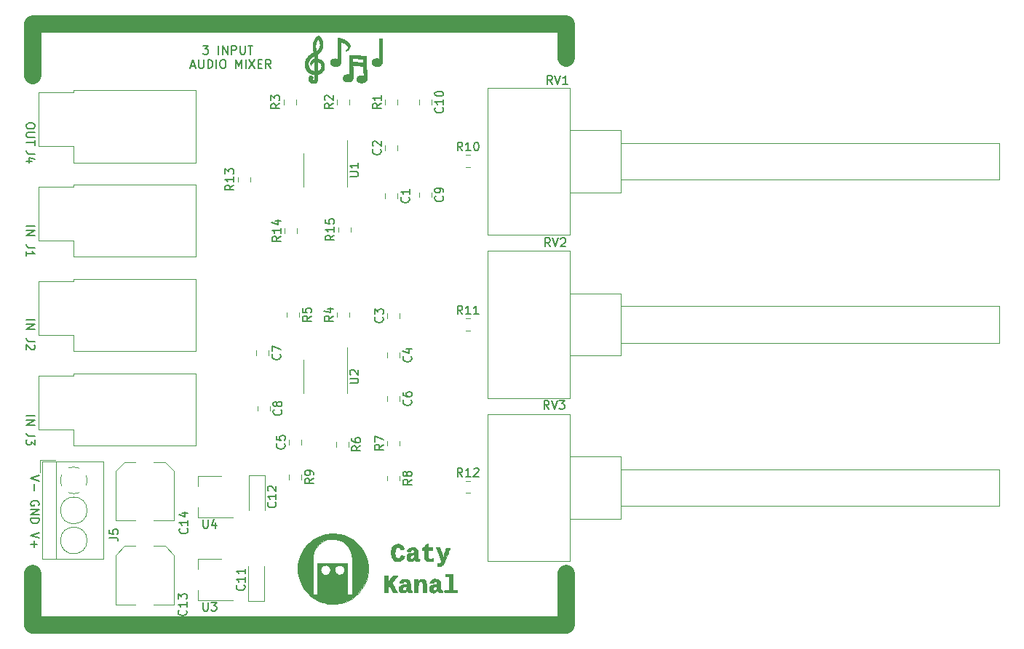
<source format=gbr>
G04 #@! TF.GenerationSoftware,KiCad,Pcbnew,5.1.5+dfsg1-2build2*
G04 #@! TF.CreationDate,2021-06-08T21:58:01-05:00*
G04 #@! TF.ProjectId,3inaudiomixer,33696e61-7564-4696-9f6d-697865722e6b,rev?*
G04 #@! TF.SameCoordinates,Original*
G04 #@! TF.FileFunction,Legend,Top*
G04 #@! TF.FilePolarity,Positive*
%FSLAX46Y46*%
G04 Gerber Fmt 4.6, Leading zero omitted, Abs format (unit mm)*
G04 Created by KiCad (PCBNEW 5.1.5+dfsg1-2build2) date 2021-06-08 21:58:01*
%MOMM*%
%LPD*%
G04 APERTURE LIST*
%ADD10C,0.150000*%
%ADD11C,2.000000*%
%ADD12C,0.120000*%
%ADD13C,0.010000*%
G04 APERTURE END LIST*
D10*
X133771095Y-46506380D02*
X134390142Y-46506380D01*
X134056809Y-46887333D01*
X134199666Y-46887333D01*
X134294904Y-46934952D01*
X134342523Y-46982571D01*
X134390142Y-47077809D01*
X134390142Y-47315904D01*
X134342523Y-47411142D01*
X134294904Y-47458761D01*
X134199666Y-47506380D01*
X133913952Y-47506380D01*
X133818714Y-47458761D01*
X133771095Y-47411142D01*
X135580619Y-47506380D02*
X135580619Y-46506380D01*
X136056809Y-47506380D02*
X136056809Y-46506380D01*
X136628238Y-47506380D01*
X136628238Y-46506380D01*
X137104428Y-47506380D02*
X137104428Y-46506380D01*
X137485380Y-46506380D01*
X137580619Y-46554000D01*
X137628238Y-46601619D01*
X137675857Y-46696857D01*
X137675857Y-46839714D01*
X137628238Y-46934952D01*
X137580619Y-46982571D01*
X137485380Y-47030190D01*
X137104428Y-47030190D01*
X138104428Y-46506380D02*
X138104428Y-47315904D01*
X138152047Y-47411142D01*
X138199666Y-47458761D01*
X138294904Y-47506380D01*
X138485380Y-47506380D01*
X138580619Y-47458761D01*
X138628238Y-47411142D01*
X138675857Y-47315904D01*
X138675857Y-46506380D01*
X139009190Y-46506380D02*
X139580619Y-46506380D01*
X139294904Y-47506380D02*
X139294904Y-46506380D01*
X132390142Y-48870666D02*
X132866333Y-48870666D01*
X132294904Y-49156380D02*
X132628238Y-48156380D01*
X132961571Y-49156380D01*
X133294904Y-48156380D02*
X133294904Y-48965904D01*
X133342523Y-49061142D01*
X133390142Y-49108761D01*
X133485380Y-49156380D01*
X133675857Y-49156380D01*
X133771095Y-49108761D01*
X133818714Y-49061142D01*
X133866333Y-48965904D01*
X133866333Y-48156380D01*
X134342523Y-49156380D02*
X134342523Y-48156380D01*
X134580619Y-48156380D01*
X134723476Y-48204000D01*
X134818714Y-48299238D01*
X134866333Y-48394476D01*
X134913952Y-48584952D01*
X134913952Y-48727809D01*
X134866333Y-48918285D01*
X134818714Y-49013523D01*
X134723476Y-49108761D01*
X134580619Y-49156380D01*
X134342523Y-49156380D01*
X135342523Y-49156380D02*
X135342523Y-48156380D01*
X136009190Y-48156380D02*
X136199666Y-48156380D01*
X136294904Y-48204000D01*
X136390142Y-48299238D01*
X136437761Y-48489714D01*
X136437761Y-48823047D01*
X136390142Y-49013523D01*
X136294904Y-49108761D01*
X136199666Y-49156380D01*
X136009190Y-49156380D01*
X135913952Y-49108761D01*
X135818714Y-49013523D01*
X135771095Y-48823047D01*
X135771095Y-48489714D01*
X135818714Y-48299238D01*
X135913952Y-48204000D01*
X136009190Y-48156380D01*
X137628238Y-49156380D02*
X137628238Y-48156380D01*
X137961571Y-48870666D01*
X138294904Y-48156380D01*
X138294904Y-49156380D01*
X138771095Y-49156380D02*
X138771095Y-48156380D01*
X139152047Y-48156380D02*
X139818714Y-49156380D01*
X139818714Y-48156380D02*
X139152047Y-49156380D01*
X140199666Y-48632571D02*
X140533000Y-48632571D01*
X140675857Y-49156380D02*
X140199666Y-49156380D01*
X140199666Y-48156380D01*
X140675857Y-48156380D01*
X141675857Y-49156380D02*
X141342523Y-48680190D01*
X141104428Y-49156380D02*
X141104428Y-48156380D01*
X141485380Y-48156380D01*
X141580619Y-48204000D01*
X141628238Y-48251619D01*
X141675857Y-48346857D01*
X141675857Y-48489714D01*
X141628238Y-48584952D01*
X141580619Y-48632571D01*
X141485380Y-48680190D01*
X141104428Y-48680190D01*
D11*
X114000000Y-108000000D02*
X114000000Y-114000000D01*
X114000000Y-44000000D02*
X114000000Y-50000000D01*
X176000000Y-44000000D02*
X176000000Y-48000000D01*
X176000000Y-114000000D02*
X176000000Y-108000000D01*
D10*
X114212619Y-55769000D02*
X114212619Y-55959476D01*
X114165000Y-56054714D01*
X114069761Y-56149952D01*
X113879285Y-56197571D01*
X113545952Y-56197571D01*
X113355476Y-56149952D01*
X113260238Y-56054714D01*
X113212619Y-55959476D01*
X113212619Y-55769000D01*
X113260238Y-55673761D01*
X113355476Y-55578523D01*
X113545952Y-55530904D01*
X113879285Y-55530904D01*
X114069761Y-55578523D01*
X114165000Y-55673761D01*
X114212619Y-55769000D01*
X114212619Y-56626142D02*
X113403095Y-56626142D01*
X113307857Y-56673761D01*
X113260238Y-56721380D01*
X113212619Y-56816619D01*
X113212619Y-57007095D01*
X113260238Y-57102333D01*
X113307857Y-57149952D01*
X113403095Y-57197571D01*
X114212619Y-57197571D01*
X114212619Y-57530904D02*
X114212619Y-58102333D01*
X113212619Y-57816619D02*
X114212619Y-57816619D01*
X113212619Y-67548190D02*
X114212619Y-67548190D01*
X113212619Y-68024380D02*
X114212619Y-68024380D01*
X113212619Y-68595809D01*
X114212619Y-68595809D01*
X113212619Y-78470190D02*
X114212619Y-78470190D01*
X113212619Y-78946380D02*
X114212619Y-78946380D01*
X113212619Y-79517809D01*
X114212619Y-79517809D01*
X113212619Y-89646190D02*
X114212619Y-89646190D01*
X113212619Y-90122380D02*
X114212619Y-90122380D01*
X113212619Y-90693809D01*
X114212619Y-90693809D01*
D11*
X114000000Y-114000000D02*
X176000000Y-114000000D01*
X176000000Y-44000000D02*
X114000000Y-44000000D01*
D10*
X114720619Y-96552285D02*
X113720619Y-96885619D01*
X114720619Y-97218952D01*
X114101571Y-97552285D02*
X114101571Y-98314190D01*
X114673000Y-100076095D02*
X114720619Y-99980857D01*
X114720619Y-99838000D01*
X114673000Y-99695142D01*
X114577761Y-99599904D01*
X114482523Y-99552285D01*
X114292047Y-99504666D01*
X114149190Y-99504666D01*
X113958714Y-99552285D01*
X113863476Y-99599904D01*
X113768238Y-99695142D01*
X113720619Y-99838000D01*
X113720619Y-99933238D01*
X113768238Y-100076095D01*
X113815857Y-100123714D01*
X114149190Y-100123714D01*
X114149190Y-99933238D01*
X113720619Y-100552285D02*
X114720619Y-100552285D01*
X113720619Y-101123714D01*
X114720619Y-101123714D01*
X113720619Y-101599904D02*
X114720619Y-101599904D01*
X114720619Y-101838000D01*
X114673000Y-101980857D01*
X114577761Y-102076095D01*
X114482523Y-102123714D01*
X114292047Y-102171333D01*
X114149190Y-102171333D01*
X113958714Y-102123714D01*
X113863476Y-102076095D01*
X113768238Y-101980857D01*
X113720619Y-101838000D01*
X113720619Y-101599904D01*
X114720619Y-103218952D02*
X113720619Y-103552285D01*
X114720619Y-103885619D01*
X114101571Y-104218952D02*
X114101571Y-104980857D01*
X113720619Y-104599904D02*
X114482523Y-104599904D01*
D12*
X139146000Y-96575000D02*
X139146000Y-100660000D01*
X141016000Y-96575000D02*
X139146000Y-96575000D01*
X141016000Y-100660000D02*
X141016000Y-96575000D01*
X140889000Y-111197000D02*
X140889000Y-107112000D01*
X139019000Y-111197000D02*
X140889000Y-111197000D01*
X139019000Y-107112000D02*
X139019000Y-111197000D01*
D13*
G36*
X159921222Y-104986667D02*
G01*
X160488759Y-104986667D01*
X160480157Y-105120722D01*
X160471556Y-105254778D01*
X160196389Y-105262855D01*
X159921222Y-105270933D01*
X159921222Y-105717092D01*
X159921891Y-105907268D01*
X159927148Y-106048197D01*
X159941866Y-106147078D01*
X159970920Y-106211106D01*
X160019184Y-106247479D01*
X160091532Y-106263395D01*
X160192839Y-106266051D01*
X160291371Y-106263653D01*
X160542111Y-106256528D01*
X160542111Y-106380578D01*
X160540168Y-106444171D01*
X160528157Y-106487683D01*
X160496800Y-106515732D01*
X160436825Y-106532935D01*
X160338954Y-106543909D01*
X160195380Y-106553185D01*
X160050898Y-106558552D01*
X159943500Y-106553658D01*
X159854492Y-106536871D01*
X159796518Y-106518406D01*
X159704991Y-106478357D01*
X159634018Y-106427497D01*
X159581091Y-106358684D01*
X159543706Y-106264776D01*
X159519354Y-106138633D01*
X159505531Y-105973113D01*
X159499728Y-105761075D01*
X159499118Y-105671056D01*
X159497889Y-105268889D01*
X159272111Y-105268889D01*
X159272111Y-104989759D01*
X159405368Y-104981158D01*
X159538625Y-104972556D01*
X159656636Y-104577444D01*
X159788929Y-104568843D01*
X159921222Y-104560241D01*
X159921222Y-104986667D01*
G37*
X159921222Y-104986667D02*
X160488759Y-104986667D01*
X160480157Y-105120722D01*
X160471556Y-105254778D01*
X160196389Y-105262855D01*
X159921222Y-105270933D01*
X159921222Y-105717092D01*
X159921891Y-105907268D01*
X159927148Y-106048197D01*
X159941866Y-106147078D01*
X159970920Y-106211106D01*
X160019184Y-106247479D01*
X160091532Y-106263395D01*
X160192839Y-106266051D01*
X160291371Y-106263653D01*
X160542111Y-106256528D01*
X160542111Y-106380578D01*
X160540168Y-106444171D01*
X160528157Y-106487683D01*
X160496800Y-106515732D01*
X160436825Y-106532935D01*
X160338954Y-106543909D01*
X160195380Y-106553185D01*
X160050898Y-106558552D01*
X159943500Y-106553658D01*
X159854492Y-106536871D01*
X159796518Y-106518406D01*
X159704991Y-106478357D01*
X159634018Y-106427497D01*
X159581091Y-106358684D01*
X159543706Y-106264776D01*
X159519354Y-106138633D01*
X159505531Y-105973113D01*
X159499728Y-105761075D01*
X159499118Y-105671056D01*
X159497889Y-105268889D01*
X159272111Y-105268889D01*
X159272111Y-104989759D01*
X159405368Y-104981158D01*
X159538625Y-104972556D01*
X159656636Y-104577444D01*
X159788929Y-104568843D01*
X159921222Y-104560241D01*
X159921222Y-104986667D01*
G36*
X158333088Y-104972889D02*
G01*
X158486459Y-105017901D01*
X158603631Y-105097420D01*
X158691045Y-105214764D01*
X158711033Y-105254778D01*
X158732119Y-105310209D01*
X158746870Y-105376521D01*
X158756353Y-105464512D01*
X158761631Y-105584980D01*
X158763770Y-105748723D01*
X158763923Y-105791000D01*
X158765971Y-105942490D01*
X158770901Y-106075728D01*
X158778067Y-106179646D01*
X158786820Y-106243180D01*
X158791116Y-106255662D01*
X158836652Y-106287429D01*
X158896516Y-106300462D01*
X158948200Y-106308338D01*
X158970630Y-106337082D01*
X158975757Y-106403593D01*
X158975778Y-106412560D01*
X158970904Y-106484992D01*
X158946055Y-106522025D01*
X158885892Y-106544514D01*
X158877000Y-106546854D01*
X158759050Y-106561865D01*
X158640326Y-106551610D01*
X158542810Y-106519086D01*
X158510499Y-106496907D01*
X158461157Y-106435591D01*
X158425420Y-106369498D01*
X158392016Y-106288854D01*
X158303338Y-106389853D01*
X158228298Y-106460962D01*
X158147420Y-106517140D01*
X158123403Y-106528982D01*
X157994568Y-106560860D01*
X157850011Y-106563270D01*
X157716029Y-106537018D01*
X157663912Y-106514859D01*
X157561464Y-106446688D01*
X157496570Y-106365694D01*
X157462321Y-106258410D01*
X157451805Y-106111365D01*
X157451778Y-106101444D01*
X157452024Y-106093426D01*
X157860783Y-106093426D01*
X157887759Y-106189017D01*
X157917444Y-106228444D01*
X157997662Y-106277422D01*
X158091126Y-106274044D01*
X158173690Y-106236740D01*
X158260168Y-106156264D01*
X158319550Y-106042619D01*
X158340778Y-105920790D01*
X158340778Y-105833334D01*
X158170162Y-105833334D01*
X158066639Y-105837222D01*
X157999331Y-105852723D01*
X157948312Y-105885591D01*
X157930273Y-105902606D01*
X157875219Y-105991225D01*
X157860783Y-106093426D01*
X157452024Y-106093426D01*
X157455526Y-105979604D01*
X157469110Y-105896511D01*
X157496036Y-105834822D01*
X157509874Y-105814236D01*
X157604603Y-105724133D01*
X157733639Y-105653849D01*
X157875698Y-105613433D01*
X157947708Y-105607556D01*
X158064509Y-105603226D01*
X158186822Y-105592524D01*
X158209839Y-105589608D01*
X158289238Y-105576346D01*
X158327563Y-105556130D01*
X158339768Y-105515174D01*
X158340778Y-105468888D01*
X158329346Y-105382036D01*
X158301578Y-105310330D01*
X158299103Y-105306616D01*
X158228994Y-105245564D01*
X158143036Y-105222889D01*
X158057619Y-105236372D01*
X157989135Y-105283795D01*
X157955638Y-105353090D01*
X157943774Y-105399410D01*
X157922205Y-105424874D01*
X157876671Y-105435719D01*
X157792909Y-105438184D01*
X157761003Y-105438222D01*
X157636230Y-105436040D01*
X157559322Y-105426516D01*
X157521771Y-105405186D01*
X157515072Y-105367582D01*
X157528397Y-105316112D01*
X157603812Y-105174126D01*
X157722061Y-105066148D01*
X157879314Y-104994423D01*
X158071746Y-104961195D01*
X158137073Y-104959064D01*
X158333088Y-104972889D01*
G37*
X158333088Y-104972889D02*
X158486459Y-105017901D01*
X158603631Y-105097420D01*
X158691045Y-105214764D01*
X158711033Y-105254778D01*
X158732119Y-105310209D01*
X158746870Y-105376521D01*
X158756353Y-105464512D01*
X158761631Y-105584980D01*
X158763770Y-105748723D01*
X158763923Y-105791000D01*
X158765971Y-105942490D01*
X158770901Y-106075728D01*
X158778067Y-106179646D01*
X158786820Y-106243180D01*
X158791116Y-106255662D01*
X158836652Y-106287429D01*
X158896516Y-106300462D01*
X158948200Y-106308338D01*
X158970630Y-106337082D01*
X158975757Y-106403593D01*
X158975778Y-106412560D01*
X158970904Y-106484992D01*
X158946055Y-106522025D01*
X158885892Y-106544514D01*
X158877000Y-106546854D01*
X158759050Y-106561865D01*
X158640326Y-106551610D01*
X158542810Y-106519086D01*
X158510499Y-106496907D01*
X158461157Y-106435591D01*
X158425420Y-106369498D01*
X158392016Y-106288854D01*
X158303338Y-106389853D01*
X158228298Y-106460962D01*
X158147420Y-106517140D01*
X158123403Y-106528982D01*
X157994568Y-106560860D01*
X157850011Y-106563270D01*
X157716029Y-106537018D01*
X157663912Y-106514859D01*
X157561464Y-106446688D01*
X157496570Y-106365694D01*
X157462321Y-106258410D01*
X157451805Y-106111365D01*
X157451778Y-106101444D01*
X157452024Y-106093426D01*
X157860783Y-106093426D01*
X157887759Y-106189017D01*
X157917444Y-106228444D01*
X157997662Y-106277422D01*
X158091126Y-106274044D01*
X158173690Y-106236740D01*
X158260168Y-106156264D01*
X158319550Y-106042619D01*
X158340778Y-105920790D01*
X158340778Y-105833334D01*
X158170162Y-105833334D01*
X158066639Y-105837222D01*
X157999331Y-105852723D01*
X157948312Y-105885591D01*
X157930273Y-105902606D01*
X157875219Y-105991225D01*
X157860783Y-106093426D01*
X157452024Y-106093426D01*
X157455526Y-105979604D01*
X157469110Y-105896511D01*
X157496036Y-105834822D01*
X157509874Y-105814236D01*
X157604603Y-105724133D01*
X157733639Y-105653849D01*
X157875698Y-105613433D01*
X157947708Y-105607556D01*
X158064509Y-105603226D01*
X158186822Y-105592524D01*
X158209839Y-105589608D01*
X158289238Y-105576346D01*
X158327563Y-105556130D01*
X158339768Y-105515174D01*
X158340778Y-105468888D01*
X158329346Y-105382036D01*
X158301578Y-105310330D01*
X158299103Y-105306616D01*
X158228994Y-105245564D01*
X158143036Y-105222889D01*
X158057619Y-105236372D01*
X157989135Y-105283795D01*
X157955638Y-105353090D01*
X157943774Y-105399410D01*
X157922205Y-105424874D01*
X157876671Y-105435719D01*
X157792909Y-105438184D01*
X157761003Y-105438222D01*
X157636230Y-105436040D01*
X157559322Y-105426516D01*
X157521771Y-105405186D01*
X157515072Y-105367582D01*
X157528397Y-105316112D01*
X157603812Y-105174126D01*
X157722061Y-105066148D01*
X157879314Y-104994423D01*
X158071746Y-104961195D01*
X158137073Y-104959064D01*
X158333088Y-104972889D01*
G36*
X156632634Y-104587314D02*
G01*
X156815165Y-104655742D01*
X156911454Y-104717340D01*
X156973734Y-104778331D01*
X157037595Y-104862024D01*
X157094022Y-104953334D01*
X157134003Y-105037174D01*
X157148524Y-105098457D01*
X157146408Y-105110620D01*
X157113573Y-105136531D01*
X157045574Y-105162420D01*
X156959723Y-105184636D01*
X156873338Y-105199530D01*
X156803731Y-105203450D01*
X156768218Y-105192747D01*
X156767154Y-105190575D01*
X156745410Y-105147890D01*
X156704928Y-105082290D01*
X156693879Y-105065631D01*
X156600223Y-104965482D01*
X156494830Y-104915838D01*
X156386401Y-104914591D01*
X156283640Y-104959633D01*
X156195250Y-105048856D01*
X156129932Y-105180152D01*
X156122456Y-105204053D01*
X156094726Y-105347598D01*
X156083959Y-105515141D01*
X156089280Y-105688760D01*
X156109809Y-105850535D01*
X156144671Y-105982546D01*
X156162562Y-106023252D01*
X156246988Y-106136155D01*
X156351302Y-106202844D01*
X156464692Y-106223966D01*
X156576342Y-106200169D01*
X156675441Y-106132102D01*
X156751173Y-106020414D01*
X156764681Y-105987159D01*
X156804112Y-105915280D01*
X156849280Y-105889778D01*
X156899326Y-105895004D01*
X156978347Y-105908143D01*
X157067242Y-105925391D01*
X157146911Y-105942942D01*
X157198254Y-105956988D01*
X157206905Y-105961038D01*
X157200650Y-105988608D01*
X157175243Y-106052245D01*
X157141838Y-106126016D01*
X157053576Y-106268828D01*
X156937260Y-106394918D01*
X156807610Y-106490402D01*
X156709340Y-106533921D01*
X156575277Y-106558519D01*
X156418751Y-106564262D01*
X156266238Y-106551544D01*
X156157154Y-106525676D01*
X155987103Y-106436272D01*
X155848443Y-106302514D01*
X155742890Y-106128064D01*
X155672162Y-105916581D01*
X155637975Y-105671728D01*
X155640063Y-105423078D01*
X155673420Y-105184069D01*
X155737699Y-104988691D01*
X155834765Y-104832186D01*
X155897918Y-104765412D01*
X156058082Y-104654264D01*
X156241991Y-104587148D01*
X156437542Y-104564640D01*
X156632634Y-104587314D01*
G37*
X156632634Y-104587314D02*
X156815165Y-104655742D01*
X156911454Y-104717340D01*
X156973734Y-104778331D01*
X157037595Y-104862024D01*
X157094022Y-104953334D01*
X157134003Y-105037174D01*
X157148524Y-105098457D01*
X157146408Y-105110620D01*
X157113573Y-105136531D01*
X157045574Y-105162420D01*
X156959723Y-105184636D01*
X156873338Y-105199530D01*
X156803731Y-105203450D01*
X156768218Y-105192747D01*
X156767154Y-105190575D01*
X156745410Y-105147890D01*
X156704928Y-105082290D01*
X156693879Y-105065631D01*
X156600223Y-104965482D01*
X156494830Y-104915838D01*
X156386401Y-104914591D01*
X156283640Y-104959633D01*
X156195250Y-105048856D01*
X156129932Y-105180152D01*
X156122456Y-105204053D01*
X156094726Y-105347598D01*
X156083959Y-105515141D01*
X156089280Y-105688760D01*
X156109809Y-105850535D01*
X156144671Y-105982546D01*
X156162562Y-106023252D01*
X156246988Y-106136155D01*
X156351302Y-106202844D01*
X156464692Y-106223966D01*
X156576342Y-106200169D01*
X156675441Y-106132102D01*
X156751173Y-106020414D01*
X156764681Y-105987159D01*
X156804112Y-105915280D01*
X156849280Y-105889778D01*
X156899326Y-105895004D01*
X156978347Y-105908143D01*
X157067242Y-105925391D01*
X157146911Y-105942942D01*
X157198254Y-105956988D01*
X157206905Y-105961038D01*
X157200650Y-105988608D01*
X157175243Y-106052245D01*
X157141838Y-106126016D01*
X157053576Y-106268828D01*
X156937260Y-106394918D01*
X156807610Y-106490402D01*
X156709340Y-106533921D01*
X156575277Y-106558519D01*
X156418751Y-106564262D01*
X156266238Y-106551544D01*
X156157154Y-106525676D01*
X155987103Y-106436272D01*
X155848443Y-106302514D01*
X155742890Y-106128064D01*
X155672162Y-105916581D01*
X155637975Y-105671728D01*
X155640063Y-105423078D01*
X155673420Y-105184069D01*
X155737699Y-104988691D01*
X155834765Y-104832186D01*
X155897918Y-104765412D01*
X156058082Y-104654264D01*
X156241991Y-104587148D01*
X156437542Y-104564640D01*
X156632634Y-104587314D01*
G36*
X161456105Y-105431167D02*
G01*
X161513353Y-105593204D01*
X161567460Y-105749327D01*
X161613918Y-105886316D01*
X161648222Y-105990951D01*
X161660561Y-106030889D01*
X161706366Y-106186111D01*
X161797970Y-105875667D01*
X161847999Y-105711107D01*
X161905799Y-105528595D01*
X161962166Y-105356938D01*
X161987344Y-105283000D01*
X162085114Y-105000778D01*
X162304890Y-104992472D01*
X162418277Y-104990214D01*
X162483885Y-104994795D01*
X162510090Y-105007369D01*
X162509835Y-105020694D01*
X162496128Y-105055265D01*
X162464434Y-105135618D01*
X162417412Y-105255003D01*
X162357718Y-105406668D01*
X162288012Y-105583861D01*
X162210950Y-105779831D01*
X162179311Y-105860312D01*
X162075631Y-106123146D01*
X161989505Y-106338823D01*
X161918343Y-106512910D01*
X161859556Y-106650976D01*
X161810555Y-106758592D01*
X161768751Y-106841327D01*
X161731555Y-106904750D01*
X161696377Y-106954431D01*
X161660629Y-106995939D01*
X161642878Y-107014225D01*
X161526700Y-107094537D01*
X161378581Y-107144338D01*
X161216376Y-107159691D01*
X161071278Y-107140324D01*
X161040161Y-107118885D01*
X161025204Y-107066742D01*
X161021889Y-106988375D01*
X161021889Y-106849334D01*
X161145083Y-106849334D01*
X161273163Y-106828069D01*
X161372403Y-106761498D01*
X161448752Y-106645456D01*
X161454607Y-106632662D01*
X161502635Y-106524778D01*
X161180665Y-105755722D01*
X160858695Y-104986667D01*
X161297454Y-104986667D01*
X161456105Y-105431167D01*
G37*
X161456105Y-105431167D02*
X161513353Y-105593204D01*
X161567460Y-105749327D01*
X161613918Y-105886316D01*
X161648222Y-105990951D01*
X161660561Y-106030889D01*
X161706366Y-106186111D01*
X161797970Y-105875667D01*
X161847999Y-105711107D01*
X161905799Y-105528595D01*
X161962166Y-105356938D01*
X161987344Y-105283000D01*
X162085114Y-105000778D01*
X162304890Y-104992472D01*
X162418277Y-104990214D01*
X162483885Y-104994795D01*
X162510090Y-105007369D01*
X162509835Y-105020694D01*
X162496128Y-105055265D01*
X162464434Y-105135618D01*
X162417412Y-105255003D01*
X162357718Y-105406668D01*
X162288012Y-105583861D01*
X162210950Y-105779831D01*
X162179311Y-105860312D01*
X162075631Y-106123146D01*
X161989505Y-106338823D01*
X161918343Y-106512910D01*
X161859556Y-106650976D01*
X161810555Y-106758592D01*
X161768751Y-106841327D01*
X161731555Y-106904750D01*
X161696377Y-106954431D01*
X161660629Y-106995939D01*
X161642878Y-107014225D01*
X161526700Y-107094537D01*
X161378581Y-107144338D01*
X161216376Y-107159691D01*
X161071278Y-107140324D01*
X161040161Y-107118885D01*
X161025204Y-107066742D01*
X161021889Y-106988375D01*
X161021889Y-106849334D01*
X161145083Y-106849334D01*
X161273163Y-106828069D01*
X161372403Y-106761498D01*
X161448752Y-106645456D01*
X161454607Y-106632662D01*
X161502635Y-106524778D01*
X161180665Y-105755722D01*
X160858695Y-104986667D01*
X161297454Y-104986667D01*
X161456105Y-105431167D01*
G36*
X162828111Y-109925556D02*
G01*
X163336111Y-109925556D01*
X163336111Y-110236000D01*
X162601448Y-110236000D01*
X162372312Y-110235520D01*
X162193708Y-110233875D01*
X162059730Y-110230753D01*
X161964472Y-110225845D01*
X161902027Y-110218841D01*
X161866490Y-110209430D01*
X161851954Y-110197304D01*
X161851678Y-110196635D01*
X161843973Y-110143942D01*
X161844375Y-110064610D01*
X161845508Y-110048468D01*
X161854444Y-109939667D01*
X162143722Y-109931624D01*
X162433000Y-109923581D01*
X162433000Y-108373334D01*
X162009667Y-108373334D01*
X162009667Y-108091111D01*
X162828111Y-108091111D01*
X162828111Y-109925556D01*
G37*
X162828111Y-109925556D02*
X163336111Y-109925556D01*
X163336111Y-110236000D01*
X162601448Y-110236000D01*
X162372312Y-110235520D01*
X162193708Y-110233875D01*
X162059730Y-110230753D01*
X161964472Y-110225845D01*
X161902027Y-110218841D01*
X161866490Y-110209430D01*
X161851954Y-110197304D01*
X161851678Y-110196635D01*
X161843973Y-110143942D01*
X161844375Y-110064610D01*
X161845508Y-110048468D01*
X161854444Y-109939667D01*
X162143722Y-109931624D01*
X162433000Y-109923581D01*
X162433000Y-108373334D01*
X162009667Y-108373334D01*
X162009667Y-108091111D01*
X162828111Y-108091111D01*
X162828111Y-109925556D01*
G36*
X159317338Y-108633456D02*
G01*
X159468929Y-108664775D01*
X159585290Y-108734741D01*
X159677976Y-108850419D01*
X159681333Y-108856061D01*
X159699742Y-108891665D01*
X159713904Y-108933232D01*
X159724518Y-108988662D01*
X159732282Y-109065853D01*
X159737897Y-109172706D01*
X159742061Y-109317118D01*
X159745473Y-109506989D01*
X159746753Y-109595220D01*
X159755728Y-110238550D01*
X159549197Y-110230220D01*
X159342667Y-110221889D01*
X159328556Y-109633726D01*
X159323642Y-109437244D01*
X159318965Y-109289385D01*
X159313544Y-109182342D01*
X159306398Y-109108308D01*
X159296543Y-109059474D01*
X159282998Y-109028034D01*
X159264782Y-109006180D01*
X159247818Y-108991671D01*
X159148775Y-108944508D01*
X159041618Y-108949312D01*
X158951183Y-108996411D01*
X158903098Y-109037597D01*
X158866803Y-109080944D01*
X158840357Y-109135044D01*
X158821820Y-109208490D01*
X158809252Y-109309872D01*
X158800712Y-109447785D01*
X158794260Y-109630819D01*
X158792333Y-109699778D01*
X158778222Y-110221889D01*
X158573611Y-110230181D01*
X158369000Y-110238473D01*
X158369000Y-108652977D01*
X158559500Y-108661322D01*
X158750000Y-108669667D01*
X158758766Y-108807756D01*
X158767533Y-108945844D01*
X158835344Y-108846051D01*
X158943327Y-108735149D01*
X159084987Y-108661877D01*
X159247482Y-108631901D01*
X159317338Y-108633456D01*
G37*
X159317338Y-108633456D02*
X159468929Y-108664775D01*
X159585290Y-108734741D01*
X159677976Y-108850419D01*
X159681333Y-108856061D01*
X159699742Y-108891665D01*
X159713904Y-108933232D01*
X159724518Y-108988662D01*
X159732282Y-109065853D01*
X159737897Y-109172706D01*
X159742061Y-109317118D01*
X159745473Y-109506989D01*
X159746753Y-109595220D01*
X159755728Y-110238550D01*
X159549197Y-110230220D01*
X159342667Y-110221889D01*
X159328556Y-109633726D01*
X159323642Y-109437244D01*
X159318965Y-109289385D01*
X159313544Y-109182342D01*
X159306398Y-109108308D01*
X159296543Y-109059474D01*
X159282998Y-109028034D01*
X159264782Y-109006180D01*
X159247818Y-108991671D01*
X159148775Y-108944508D01*
X159041618Y-108949312D01*
X158951183Y-108996411D01*
X158903098Y-109037597D01*
X158866803Y-109080944D01*
X158840357Y-109135044D01*
X158821820Y-109208490D01*
X158809252Y-109309872D01*
X158800712Y-109447785D01*
X158794260Y-109630819D01*
X158792333Y-109699778D01*
X158778222Y-110221889D01*
X158573611Y-110230181D01*
X158369000Y-110238473D01*
X158369000Y-108652977D01*
X158559500Y-108661322D01*
X158750000Y-108669667D01*
X158758766Y-108807756D01*
X158767533Y-108945844D01*
X158835344Y-108846051D01*
X158943327Y-108735149D01*
X159084987Y-108661877D01*
X159247482Y-108631901D01*
X159317338Y-108633456D01*
G36*
X155270876Y-108684401D02*
G01*
X155278667Y-109108357D01*
X155584984Y-108684401D01*
X155891300Y-108260444D01*
X156128261Y-108260444D01*
X156235881Y-108262770D01*
X156317868Y-108268971D01*
X156361214Y-108277884D01*
X156364853Y-108281611D01*
X156348045Y-108309571D01*
X156301627Y-108374114D01*
X156231230Y-108467734D01*
X156142490Y-108582925D01*
X156054409Y-108695274D01*
X155954177Y-108823632D01*
X155867440Y-108937541D01*
X155799843Y-109029355D01*
X155757029Y-109091429D01*
X155744333Y-109115274D01*
X155758654Y-109146340D01*
X155798724Y-109217831D01*
X155860210Y-109322417D01*
X155938773Y-109452765D01*
X156030079Y-109601544D01*
X156068889Y-109664076D01*
X156164035Y-109818065D01*
X156248164Y-109956452D01*
X156316942Y-110071924D01*
X156366035Y-110157169D01*
X156391110Y-110204873D01*
X156393444Y-110211786D01*
X156367200Y-110223144D01*
X156296121Y-110229870D01*
X156191692Y-110231109D01*
X156148000Y-110230043D01*
X155902556Y-110221889D01*
X155682692Y-109841008D01*
X155605574Y-109709638D01*
X155536854Y-109596731D01*
X155481969Y-109510899D01*
X155446352Y-109460753D01*
X155436823Y-109451460D01*
X155405376Y-109466448D01*
X155357292Y-109514397D01*
X155337686Y-109538670D01*
X155304902Y-109585665D01*
X155283699Y-109632353D01*
X155271577Y-109692290D01*
X155266036Y-109779032D01*
X155264578Y-109906134D01*
X155264556Y-109935275D01*
X155264556Y-110236000D01*
X154841222Y-110236000D01*
X154841222Y-108260444D01*
X155263085Y-108260444D01*
X155270876Y-108684401D01*
G37*
X155270876Y-108684401D02*
X155278667Y-109108357D01*
X155584984Y-108684401D01*
X155891300Y-108260444D01*
X156128261Y-108260444D01*
X156235881Y-108262770D01*
X156317868Y-108268971D01*
X156361214Y-108277884D01*
X156364853Y-108281611D01*
X156348045Y-108309571D01*
X156301627Y-108374114D01*
X156231230Y-108467734D01*
X156142490Y-108582925D01*
X156054409Y-108695274D01*
X155954177Y-108823632D01*
X155867440Y-108937541D01*
X155799843Y-109029355D01*
X155757029Y-109091429D01*
X155744333Y-109115274D01*
X155758654Y-109146340D01*
X155798724Y-109217831D01*
X155860210Y-109322417D01*
X155938773Y-109452765D01*
X156030079Y-109601544D01*
X156068889Y-109664076D01*
X156164035Y-109818065D01*
X156248164Y-109956452D01*
X156316942Y-110071924D01*
X156366035Y-110157169D01*
X156391110Y-110204873D01*
X156393444Y-110211786D01*
X156367200Y-110223144D01*
X156296121Y-110229870D01*
X156191692Y-110231109D01*
X156148000Y-110230043D01*
X155902556Y-110221889D01*
X155682692Y-109841008D01*
X155605574Y-109709638D01*
X155536854Y-109596731D01*
X155481969Y-109510899D01*
X155446352Y-109460753D01*
X155436823Y-109451460D01*
X155405376Y-109466448D01*
X155357292Y-109514397D01*
X155337686Y-109538670D01*
X155304902Y-109585665D01*
X155283699Y-109632353D01*
X155271577Y-109692290D01*
X155266036Y-109779032D01*
X155264578Y-109906134D01*
X155264556Y-109935275D01*
X155264556Y-110236000D01*
X154841222Y-110236000D01*
X154841222Y-108260444D01*
X155263085Y-108260444D01*
X155270876Y-108684401D01*
G36*
X160921098Y-108637100D02*
G01*
X161082618Y-108679164D01*
X161216326Y-108756070D01*
X161219582Y-108758780D01*
X161282460Y-108816535D01*
X161329177Y-108875351D01*
X161362388Y-108944911D01*
X161384747Y-109034896D01*
X161398909Y-109154989D01*
X161407527Y-109314872D01*
X161411786Y-109459889D01*
X161417230Y-109615727D01*
X161425179Y-109752834D01*
X161434780Y-109860755D01*
X161445181Y-109929037D01*
X161451524Y-109946722D01*
X161500615Y-109974663D01*
X161547456Y-109982000D01*
X161591260Y-109989022D01*
X161610386Y-110020674D01*
X161614556Y-110091597D01*
X161608122Y-110159281D01*
X161582012Y-110201896D01*
X161526008Y-110225051D01*
X161429892Y-110234356D01*
X161352217Y-110235615D01*
X161222448Y-110213263D01*
X161125512Y-110148102D01*
X161067104Y-110044206D01*
X161062799Y-110028710D01*
X161044969Y-109957670D01*
X160959003Y-110055580D01*
X160827597Y-110170701D01*
X160680192Y-110232438D01*
X160511981Y-110242479D01*
X160449513Y-110234470D01*
X160307185Y-110193884D01*
X160203090Y-110122745D01*
X160141332Y-110043384D01*
X160095573Y-109925350D01*
X160079648Y-109783415D01*
X160083551Y-109744469D01*
X160513889Y-109744469D01*
X160532853Y-109858404D01*
X160586554Y-109929433D01*
X160670204Y-109954946D01*
X160779016Y-109932335D01*
X160822236Y-109912529D01*
X160889747Y-109852092D01*
X160947429Y-109755940D01*
X160984944Y-109644796D01*
X160993667Y-109568919D01*
X160991231Y-109529618D01*
X160975396Y-109508708D01*
X160933370Y-109501848D01*
X160852362Y-109504698D01*
X160811820Y-109507226D01*
X160674322Y-109525093D01*
X160584080Y-109561939D01*
X160533386Y-109623902D01*
X160514532Y-109717121D01*
X160513889Y-109744469D01*
X160083551Y-109744469D01*
X160093844Y-109641773D01*
X160135241Y-109529945D01*
X160210756Y-109428778D01*
X160306477Y-109356391D01*
X160431202Y-109309307D01*
X160593726Y-109284050D01*
X160774944Y-109277118D01*
X160993667Y-109276444D01*
X160993667Y-109193615D01*
X160982072Y-109098056D01*
X160952630Y-109006973D01*
X160913348Y-108942805D01*
X160900179Y-108931729D01*
X160849076Y-108916227D01*
X160782000Y-108910420D01*
X160691123Y-108921534D01*
X160634917Y-108963161D01*
X160601020Y-109030074D01*
X160583108Y-109069298D01*
X160557413Y-109092279D01*
X160510341Y-109103352D01*
X160428301Y-109106848D01*
X160359365Y-109107111D01*
X160258010Y-109103891D01*
X160182960Y-109095371D01*
X160147980Y-109083262D01*
X160147000Y-109080726D01*
X160166402Y-109000586D01*
X160217256Y-108903825D01*
X160288533Y-108810986D01*
X160296128Y-108802949D01*
X160419281Y-108712802D01*
X160574468Y-108654635D01*
X160746728Y-108629162D01*
X160921098Y-108637100D01*
G37*
X160921098Y-108637100D02*
X161082618Y-108679164D01*
X161216326Y-108756070D01*
X161219582Y-108758780D01*
X161282460Y-108816535D01*
X161329177Y-108875351D01*
X161362388Y-108944911D01*
X161384747Y-109034896D01*
X161398909Y-109154989D01*
X161407527Y-109314872D01*
X161411786Y-109459889D01*
X161417230Y-109615727D01*
X161425179Y-109752834D01*
X161434780Y-109860755D01*
X161445181Y-109929037D01*
X161451524Y-109946722D01*
X161500615Y-109974663D01*
X161547456Y-109982000D01*
X161591260Y-109989022D01*
X161610386Y-110020674D01*
X161614556Y-110091597D01*
X161608122Y-110159281D01*
X161582012Y-110201896D01*
X161526008Y-110225051D01*
X161429892Y-110234356D01*
X161352217Y-110235615D01*
X161222448Y-110213263D01*
X161125512Y-110148102D01*
X161067104Y-110044206D01*
X161062799Y-110028710D01*
X161044969Y-109957670D01*
X160959003Y-110055580D01*
X160827597Y-110170701D01*
X160680192Y-110232438D01*
X160511981Y-110242479D01*
X160449513Y-110234470D01*
X160307185Y-110193884D01*
X160203090Y-110122745D01*
X160141332Y-110043384D01*
X160095573Y-109925350D01*
X160079648Y-109783415D01*
X160083551Y-109744469D01*
X160513889Y-109744469D01*
X160532853Y-109858404D01*
X160586554Y-109929433D01*
X160670204Y-109954946D01*
X160779016Y-109932335D01*
X160822236Y-109912529D01*
X160889747Y-109852092D01*
X160947429Y-109755940D01*
X160984944Y-109644796D01*
X160993667Y-109568919D01*
X160991231Y-109529618D01*
X160975396Y-109508708D01*
X160933370Y-109501848D01*
X160852362Y-109504698D01*
X160811820Y-109507226D01*
X160674322Y-109525093D01*
X160584080Y-109561939D01*
X160533386Y-109623902D01*
X160514532Y-109717121D01*
X160513889Y-109744469D01*
X160083551Y-109744469D01*
X160093844Y-109641773D01*
X160135241Y-109529945D01*
X160210756Y-109428778D01*
X160306477Y-109356391D01*
X160431202Y-109309307D01*
X160593726Y-109284050D01*
X160774944Y-109277118D01*
X160993667Y-109276444D01*
X160993667Y-109193615D01*
X160982072Y-109098056D01*
X160952630Y-109006973D01*
X160913348Y-108942805D01*
X160900179Y-108931729D01*
X160849076Y-108916227D01*
X160782000Y-108910420D01*
X160691123Y-108921534D01*
X160634917Y-108963161D01*
X160601020Y-109030074D01*
X160583108Y-109069298D01*
X160557413Y-109092279D01*
X160510341Y-109103352D01*
X160428301Y-109106848D01*
X160359365Y-109107111D01*
X160258010Y-109103891D01*
X160182960Y-109095371D01*
X160147980Y-109083262D01*
X160147000Y-109080726D01*
X160166402Y-109000586D01*
X160217256Y-108903825D01*
X160288533Y-108810986D01*
X160296128Y-108802949D01*
X160419281Y-108712802D01*
X160574468Y-108654635D01*
X160746728Y-108629162D01*
X160921098Y-108637100D01*
G36*
X157445460Y-108648713D02*
G01*
X157606257Y-108701550D01*
X157645672Y-108722474D01*
X157722102Y-108773098D01*
X157779756Y-108829095D01*
X157821457Y-108899183D01*
X157850030Y-108992082D01*
X157868298Y-109116511D01*
X157879084Y-109281188D01*
X157884492Y-109459889D01*
X157889682Y-109620055D01*
X157897457Y-109758672D01*
X157907028Y-109865875D01*
X157917607Y-109931798D01*
X157923429Y-109946722D01*
X157972807Y-109974674D01*
X158019678Y-109982000D01*
X158063482Y-109989022D01*
X158082608Y-110020674D01*
X158086778Y-110091597D01*
X158078957Y-110163081D01*
X158048462Y-110206498D01*
X157984746Y-110228425D01*
X157877260Y-110235439D01*
X157855782Y-110235615D01*
X157723694Y-110221865D01*
X157630399Y-110175378D01*
X157564910Y-110090021D01*
X157553904Y-110067127D01*
X157503381Y-109954279D01*
X157467332Y-110021636D01*
X157382164Y-110123952D01*
X157258281Y-110196806D01*
X157107535Y-110235809D01*
X156941782Y-110236572D01*
X156902334Y-110230799D01*
X156775450Y-110186385D01*
X156677108Y-110109501D01*
X156624878Y-110053006D01*
X156594070Y-110001336D01*
X156577900Y-109935607D01*
X156569586Y-109836933D01*
X156567978Y-109805694D01*
X156566556Y-109750071D01*
X156986111Y-109750071D01*
X157006629Y-109858339D01*
X157063488Y-109926780D01*
X157149646Y-109951678D01*
X157258061Y-109929313D01*
X157294151Y-109912688D01*
X157373034Y-109844378D01*
X157433232Y-109740599D01*
X157464002Y-109621764D01*
X157465889Y-109586392D01*
X157465889Y-109495647D01*
X157278673Y-109507568D01*
X157141323Y-109527695D01*
X157051096Y-109570889D01*
X157001518Y-109642514D01*
X156986115Y-109747939D01*
X156986111Y-109750071D01*
X156566556Y-109750071D01*
X156565061Y-109691626D01*
X156572302Y-109614169D01*
X156593309Y-109553867D01*
X156624243Y-109502222D01*
X156701412Y-109413171D01*
X156800782Y-109349965D01*
X156931926Y-109308870D01*
X157104417Y-109286151D01*
X157190722Y-109281222D01*
X157465889Y-109269880D01*
X157465889Y-109172529D01*
X157450438Y-109063575D01*
X157409823Y-108972896D01*
X157369942Y-108931154D01*
X157302598Y-108911544D01*
X157215641Y-108914459D01*
X157138973Y-108937231D01*
X157115127Y-108953905D01*
X157078671Y-109013888D01*
X157070778Y-109052683D01*
X157065595Y-109079756D01*
X157042550Y-109096029D01*
X156990396Y-109104191D01*
X156897886Y-109106931D01*
X156843098Y-109107111D01*
X156730836Y-109106417D01*
X156664575Y-109102209D01*
X156633875Y-109091297D01*
X156628294Y-109070493D01*
X156635200Y-109043611D01*
X156671263Y-108940008D01*
X156709098Y-108869207D01*
X156762298Y-108808818D01*
X156796890Y-108777303D01*
X156927994Y-108696221D01*
X157090406Y-108647076D01*
X157268202Y-108630898D01*
X157445460Y-108648713D01*
G37*
X157445460Y-108648713D02*
X157606257Y-108701550D01*
X157645672Y-108722474D01*
X157722102Y-108773098D01*
X157779756Y-108829095D01*
X157821457Y-108899183D01*
X157850030Y-108992082D01*
X157868298Y-109116511D01*
X157879084Y-109281188D01*
X157884492Y-109459889D01*
X157889682Y-109620055D01*
X157897457Y-109758672D01*
X157907028Y-109865875D01*
X157917607Y-109931798D01*
X157923429Y-109946722D01*
X157972807Y-109974674D01*
X158019678Y-109982000D01*
X158063482Y-109989022D01*
X158082608Y-110020674D01*
X158086778Y-110091597D01*
X158078957Y-110163081D01*
X158048462Y-110206498D01*
X157984746Y-110228425D01*
X157877260Y-110235439D01*
X157855782Y-110235615D01*
X157723694Y-110221865D01*
X157630399Y-110175378D01*
X157564910Y-110090021D01*
X157553904Y-110067127D01*
X157503381Y-109954279D01*
X157467332Y-110021636D01*
X157382164Y-110123952D01*
X157258281Y-110196806D01*
X157107535Y-110235809D01*
X156941782Y-110236572D01*
X156902334Y-110230799D01*
X156775450Y-110186385D01*
X156677108Y-110109501D01*
X156624878Y-110053006D01*
X156594070Y-110001336D01*
X156577900Y-109935607D01*
X156569586Y-109836933D01*
X156567978Y-109805694D01*
X156566556Y-109750071D01*
X156986111Y-109750071D01*
X157006629Y-109858339D01*
X157063488Y-109926780D01*
X157149646Y-109951678D01*
X157258061Y-109929313D01*
X157294151Y-109912688D01*
X157373034Y-109844378D01*
X157433232Y-109740599D01*
X157464002Y-109621764D01*
X157465889Y-109586392D01*
X157465889Y-109495647D01*
X157278673Y-109507568D01*
X157141323Y-109527695D01*
X157051096Y-109570889D01*
X157001518Y-109642514D01*
X156986115Y-109747939D01*
X156986111Y-109750071D01*
X156566556Y-109750071D01*
X156565061Y-109691626D01*
X156572302Y-109614169D01*
X156593309Y-109553867D01*
X156624243Y-109502222D01*
X156701412Y-109413171D01*
X156800782Y-109349965D01*
X156931926Y-109308870D01*
X157104417Y-109286151D01*
X157190722Y-109281222D01*
X157465889Y-109269880D01*
X157465889Y-109172529D01*
X157450438Y-109063575D01*
X157409823Y-108972896D01*
X157369942Y-108931154D01*
X157302598Y-108911544D01*
X157215641Y-108914459D01*
X157138973Y-108937231D01*
X157115127Y-108953905D01*
X157078671Y-109013888D01*
X157070778Y-109052683D01*
X157065595Y-109079756D01*
X157042550Y-109096029D01*
X156990396Y-109104191D01*
X156897886Y-109106931D01*
X156843098Y-109107111D01*
X156730836Y-109106417D01*
X156664575Y-109102209D01*
X156633875Y-109091297D01*
X156628294Y-109070493D01*
X156635200Y-109043611D01*
X156671263Y-108940008D01*
X156709098Y-108869207D01*
X156762298Y-108808818D01*
X156796890Y-108777303D01*
X156927994Y-108696221D01*
X157090406Y-108647076D01*
X157268202Y-108630898D01*
X157445460Y-108648713D01*
G36*
X149200261Y-103367082D02*
G01*
X149419217Y-103381084D01*
X149604118Y-103403120D01*
X149676556Y-103416578D01*
X150153571Y-103547406D01*
X150602943Y-103725356D01*
X151022117Y-103947826D01*
X151408542Y-104212215D01*
X151759663Y-104515924D01*
X152072929Y-104856352D01*
X152345785Y-105230898D01*
X152575680Y-105636962D01*
X152760060Y-106071943D01*
X152896371Y-106533241D01*
X152939866Y-106740635D01*
X152966785Y-106939361D01*
X152983329Y-107175640D01*
X152989498Y-107431544D01*
X152985291Y-107689144D01*
X152970709Y-107930509D01*
X152945752Y-108137712D01*
X152939866Y-108171587D01*
X152825227Y-108642830D01*
X152661233Y-109089377D01*
X152450526Y-109508491D01*
X152195747Y-109897434D01*
X151899539Y-110253468D01*
X151564544Y-110573856D01*
X151193404Y-110855861D01*
X150788762Y-111096745D01*
X150353260Y-111293771D01*
X149889540Y-111444201D01*
X149747111Y-111479422D01*
X149583014Y-111508174D01*
X149378466Y-111530305D01*
X149149128Y-111545351D01*
X148910655Y-111552853D01*
X148678706Y-111552347D01*
X148468939Y-111543373D01*
X148297010Y-111525470D01*
X148279556Y-111522681D01*
X147797270Y-111414714D01*
X147340547Y-111257059D01*
X146910942Y-111050499D01*
X146510012Y-110795820D01*
X146139312Y-110493806D01*
X146105644Y-110461778D01*
X146542006Y-110461778D01*
X147108333Y-110461778D01*
X147108333Y-107567486D01*
X147447157Y-107567486D01*
X147472369Y-107734311D01*
X147541705Y-107889208D01*
X147646638Y-108019507D01*
X147778641Y-108112538D01*
X147828000Y-108133367D01*
X147961376Y-108168326D01*
X148084159Y-108168261D01*
X148189831Y-108145520D01*
X148338218Y-108077277D01*
X148456826Y-107969748D01*
X148541800Y-107833786D01*
X148589287Y-107680243D01*
X148592333Y-107600798D01*
X149078668Y-107600798D01*
X149104108Y-107773764D01*
X149173760Y-107920677D01*
X149279627Y-108036934D01*
X149413712Y-108117934D01*
X149568018Y-108159075D01*
X149734547Y-108155754D01*
X149905302Y-108103368D01*
X149930614Y-108091081D01*
X150055948Y-107997800D01*
X150145445Y-107871306D01*
X150197762Y-107723066D01*
X150211556Y-107564548D01*
X150185482Y-107407218D01*
X150118197Y-107262542D01*
X150038750Y-107168180D01*
X149901010Y-107075800D01*
X149743537Y-107028856D01*
X149578962Y-107026591D01*
X149419916Y-107068246D01*
X149279030Y-107153065D01*
X149214001Y-107217671D01*
X149134456Y-107329499D01*
X149092321Y-107441110D01*
X149078781Y-107577464D01*
X149078668Y-107600798D01*
X148592333Y-107600798D01*
X148595432Y-107519971D01*
X148556382Y-107363822D01*
X148502230Y-107265793D01*
X148383640Y-107142230D01*
X148237875Y-107060017D01*
X148076720Y-107021385D01*
X147911958Y-107028569D01*
X147755372Y-107083800D01*
X147704921Y-107114727D01*
X147611919Y-107201814D01*
X147530428Y-107318166D01*
X147471778Y-107443880D01*
X147447300Y-107559055D01*
X147447157Y-107567486D01*
X147108333Y-107567486D01*
X147108333Y-106821111D01*
X150551444Y-106821111D01*
X150551444Y-110461778D01*
X151115889Y-110461778D01*
X151115518Y-108253389D01*
X151115376Y-107844988D01*
X151115038Y-107488902D01*
X151114414Y-107181003D01*
X151113416Y-106917160D01*
X151111954Y-106693246D01*
X151109940Y-106505130D01*
X151107283Y-106348684D01*
X151103895Y-106219778D01*
X151099688Y-106114284D01*
X151094571Y-106028072D01*
X151088456Y-105957014D01*
X151081253Y-105896980D01*
X151072874Y-105843840D01*
X151063230Y-105793467D01*
X151062350Y-105789187D01*
X150965129Y-105451716D01*
X150820679Y-105139985D01*
X150633633Y-104857547D01*
X150408624Y-104607951D01*
X150150283Y-104394750D01*
X149863245Y-104221492D01*
X149552141Y-104091730D01*
X149221605Y-104009014D01*
X148876269Y-103976895D01*
X148702889Y-103980713D01*
X148451743Y-104005571D01*
X148230724Y-104051198D01*
X148015484Y-104123579D01*
X147874841Y-104184248D01*
X147561690Y-104358943D01*
X147283638Y-104576752D01*
X147043310Y-104834619D01*
X146843333Y-105129491D01*
X146686332Y-105458313D01*
X146622881Y-105640614D01*
X146611465Y-105678440D01*
X146601490Y-105715285D01*
X146592844Y-105755076D01*
X146585414Y-105801744D01*
X146579087Y-105859216D01*
X146573750Y-105931422D01*
X146569291Y-106022290D01*
X146565596Y-106135749D01*
X146562553Y-106275727D01*
X146560048Y-106446153D01*
X146557970Y-106650956D01*
X146556205Y-106894065D01*
X146554640Y-107179408D01*
X146553162Y-107510915D01*
X146551659Y-107892513D01*
X146550670Y-108154611D01*
X146542006Y-110461778D01*
X146105644Y-110461778D01*
X146026966Y-110386935D01*
X145699842Y-110025341D01*
X145420325Y-109633503D01*
X145188691Y-109211930D01*
X145005216Y-108761135D01*
X144870178Y-108281627D01*
X144859371Y-108232222D01*
X144834436Y-108071957D01*
X144817101Y-107870553D01*
X144807365Y-107642803D01*
X144805228Y-107403498D01*
X144810692Y-107167431D01*
X144823754Y-106949393D01*
X144844416Y-106764177D01*
X144859371Y-106680000D01*
X144960586Y-106295744D01*
X145097582Y-105914472D01*
X145264097Y-105550438D01*
X145453870Y-105217896D01*
X145585667Y-105026801D01*
X145735836Y-104841056D01*
X145913846Y-104645164D01*
X146105505Y-104453276D01*
X146296622Y-104279544D01*
X146473004Y-104138120D01*
X146487330Y-104127705D01*
X146824688Y-103912108D01*
X147198775Y-103721490D01*
X147592682Y-103563252D01*
X147989502Y-103444794D01*
X148110222Y-103417357D01*
X148278495Y-103391289D01*
X148486366Y-103373220D01*
X148719104Y-103363158D01*
X148961980Y-103361110D01*
X149200261Y-103367082D01*
G37*
X149200261Y-103367082D02*
X149419217Y-103381084D01*
X149604118Y-103403120D01*
X149676556Y-103416578D01*
X150153571Y-103547406D01*
X150602943Y-103725356D01*
X151022117Y-103947826D01*
X151408542Y-104212215D01*
X151759663Y-104515924D01*
X152072929Y-104856352D01*
X152345785Y-105230898D01*
X152575680Y-105636962D01*
X152760060Y-106071943D01*
X152896371Y-106533241D01*
X152939866Y-106740635D01*
X152966785Y-106939361D01*
X152983329Y-107175640D01*
X152989498Y-107431544D01*
X152985291Y-107689144D01*
X152970709Y-107930509D01*
X152945752Y-108137712D01*
X152939866Y-108171587D01*
X152825227Y-108642830D01*
X152661233Y-109089377D01*
X152450526Y-109508491D01*
X152195747Y-109897434D01*
X151899539Y-110253468D01*
X151564544Y-110573856D01*
X151193404Y-110855861D01*
X150788762Y-111096745D01*
X150353260Y-111293771D01*
X149889540Y-111444201D01*
X149747111Y-111479422D01*
X149583014Y-111508174D01*
X149378466Y-111530305D01*
X149149128Y-111545351D01*
X148910655Y-111552853D01*
X148678706Y-111552347D01*
X148468939Y-111543373D01*
X148297010Y-111525470D01*
X148279556Y-111522681D01*
X147797270Y-111414714D01*
X147340547Y-111257059D01*
X146910942Y-111050499D01*
X146510012Y-110795820D01*
X146139312Y-110493806D01*
X146105644Y-110461778D01*
X146542006Y-110461778D01*
X147108333Y-110461778D01*
X147108333Y-107567486D01*
X147447157Y-107567486D01*
X147472369Y-107734311D01*
X147541705Y-107889208D01*
X147646638Y-108019507D01*
X147778641Y-108112538D01*
X147828000Y-108133367D01*
X147961376Y-108168326D01*
X148084159Y-108168261D01*
X148189831Y-108145520D01*
X148338218Y-108077277D01*
X148456826Y-107969748D01*
X148541800Y-107833786D01*
X148589287Y-107680243D01*
X148592333Y-107600798D01*
X149078668Y-107600798D01*
X149104108Y-107773764D01*
X149173760Y-107920677D01*
X149279627Y-108036934D01*
X149413712Y-108117934D01*
X149568018Y-108159075D01*
X149734547Y-108155754D01*
X149905302Y-108103368D01*
X149930614Y-108091081D01*
X150055948Y-107997800D01*
X150145445Y-107871306D01*
X150197762Y-107723066D01*
X150211556Y-107564548D01*
X150185482Y-107407218D01*
X150118197Y-107262542D01*
X150038750Y-107168180D01*
X149901010Y-107075800D01*
X149743537Y-107028856D01*
X149578962Y-107026591D01*
X149419916Y-107068246D01*
X149279030Y-107153065D01*
X149214001Y-107217671D01*
X149134456Y-107329499D01*
X149092321Y-107441110D01*
X149078781Y-107577464D01*
X149078668Y-107600798D01*
X148592333Y-107600798D01*
X148595432Y-107519971D01*
X148556382Y-107363822D01*
X148502230Y-107265793D01*
X148383640Y-107142230D01*
X148237875Y-107060017D01*
X148076720Y-107021385D01*
X147911958Y-107028569D01*
X147755372Y-107083800D01*
X147704921Y-107114727D01*
X147611919Y-107201814D01*
X147530428Y-107318166D01*
X147471778Y-107443880D01*
X147447300Y-107559055D01*
X147447157Y-107567486D01*
X147108333Y-107567486D01*
X147108333Y-106821111D01*
X150551444Y-106821111D01*
X150551444Y-110461778D01*
X151115889Y-110461778D01*
X151115518Y-108253389D01*
X151115376Y-107844988D01*
X151115038Y-107488902D01*
X151114414Y-107181003D01*
X151113416Y-106917160D01*
X151111954Y-106693246D01*
X151109940Y-106505130D01*
X151107283Y-106348684D01*
X151103895Y-106219778D01*
X151099688Y-106114284D01*
X151094571Y-106028072D01*
X151088456Y-105957014D01*
X151081253Y-105896980D01*
X151072874Y-105843840D01*
X151063230Y-105793467D01*
X151062350Y-105789187D01*
X150965129Y-105451716D01*
X150820679Y-105139985D01*
X150633633Y-104857547D01*
X150408624Y-104607951D01*
X150150283Y-104394750D01*
X149863245Y-104221492D01*
X149552141Y-104091730D01*
X149221605Y-104009014D01*
X148876269Y-103976895D01*
X148702889Y-103980713D01*
X148451743Y-104005571D01*
X148230724Y-104051198D01*
X148015484Y-104123579D01*
X147874841Y-104184248D01*
X147561690Y-104358943D01*
X147283638Y-104576752D01*
X147043310Y-104834619D01*
X146843333Y-105129491D01*
X146686332Y-105458313D01*
X146622881Y-105640614D01*
X146611465Y-105678440D01*
X146601490Y-105715285D01*
X146592844Y-105755076D01*
X146585414Y-105801744D01*
X146579087Y-105859216D01*
X146573750Y-105931422D01*
X146569291Y-106022290D01*
X146565596Y-106135749D01*
X146562553Y-106275727D01*
X146560048Y-106446153D01*
X146557970Y-106650956D01*
X146556205Y-106894065D01*
X146554640Y-107179408D01*
X146553162Y-107510915D01*
X146551659Y-107892513D01*
X146550670Y-108154611D01*
X146542006Y-110461778D01*
X146105644Y-110461778D01*
X146026966Y-110386935D01*
X145699842Y-110025341D01*
X145420325Y-109633503D01*
X145188691Y-109211930D01*
X145005216Y-108761135D01*
X144870178Y-108281627D01*
X144859371Y-108232222D01*
X144834436Y-108071957D01*
X144817101Y-107870553D01*
X144807365Y-107642803D01*
X144805228Y-107403498D01*
X144810692Y-107167431D01*
X144823754Y-106949393D01*
X144844416Y-106764177D01*
X144859371Y-106680000D01*
X144960586Y-106295744D01*
X145097582Y-105914472D01*
X145264097Y-105550438D01*
X145453870Y-105217896D01*
X145585667Y-105026801D01*
X145735836Y-104841056D01*
X145913846Y-104645164D01*
X146105505Y-104453276D01*
X146296622Y-104279544D01*
X146473004Y-104138120D01*
X146487330Y-104127705D01*
X146824688Y-103912108D01*
X147198775Y-103721490D01*
X147592682Y-103563252D01*
X147989502Y-103444794D01*
X148110222Y-103417357D01*
X148278495Y-103391289D01*
X148486366Y-103373220D01*
X148719104Y-103363158D01*
X148961980Y-103361110D01*
X149200261Y-103367082D01*
G36*
X154590773Y-45647249D02*
G01*
X154594566Y-45647313D01*
X154595325Y-45647387D01*
X154595397Y-45649125D01*
X154595490Y-45654150D01*
X154595604Y-45662366D01*
X154595738Y-45673673D01*
X154595891Y-45687973D01*
X154596064Y-45705167D01*
X154596254Y-45725158D01*
X154596462Y-45747847D01*
X154596686Y-45773135D01*
X154596926Y-45800925D01*
X154597182Y-45831117D01*
X154597452Y-45863613D01*
X154597736Y-45898315D01*
X154598033Y-45935125D01*
X154598342Y-45973944D01*
X154598664Y-46014674D01*
X154598996Y-46057216D01*
X154599339Y-46101472D01*
X154599692Y-46147344D01*
X154600053Y-46194733D01*
X154600423Y-46243541D01*
X154600800Y-46293669D01*
X154601184Y-46345019D01*
X154601575Y-46397493D01*
X154601971Y-46450992D01*
X154602371Y-46505418D01*
X154602776Y-46560673D01*
X154603184Y-46616657D01*
X154603595Y-46673274D01*
X154604008Y-46730423D01*
X154604423Y-46788008D01*
X154604837Y-46845929D01*
X154605252Y-46904088D01*
X154605666Y-46962387D01*
X154606079Y-47020728D01*
X154606489Y-47079011D01*
X154606897Y-47137139D01*
X154607301Y-47195014D01*
X154607700Y-47252536D01*
X154608095Y-47309607D01*
X154608484Y-47366130D01*
X154608867Y-47422005D01*
X154609242Y-47477135D01*
X154609610Y-47531420D01*
X154609969Y-47584763D01*
X154610320Y-47637065D01*
X154610660Y-47688228D01*
X154610990Y-47738153D01*
X154611309Y-47786742D01*
X154611615Y-47833896D01*
X154611910Y-47879518D01*
X154612190Y-47923509D01*
X154612457Y-47965769D01*
X154612709Y-48006202D01*
X154612946Y-48044709D01*
X154613166Y-48081191D01*
X154613370Y-48115549D01*
X154613556Y-48147686D01*
X154613724Y-48177503D01*
X154613873Y-48204902D01*
X154614002Y-48229784D01*
X154614111Y-48252051D01*
X154614200Y-48271604D01*
X154614266Y-48288346D01*
X154614310Y-48302177D01*
X154614331Y-48312999D01*
X154614328Y-48320715D01*
X154614301Y-48325193D01*
X154613902Y-48347852D01*
X154613362Y-48367227D01*
X154612678Y-48383419D01*
X154611844Y-48396529D01*
X154610857Y-48406658D01*
X154610774Y-48407320D01*
X154603577Y-48452708D01*
X154593828Y-48495895D01*
X154581503Y-48536936D01*
X154566576Y-48575884D01*
X154549023Y-48612795D01*
X154528818Y-48647722D01*
X154505937Y-48680720D01*
X154480354Y-48711843D01*
X154461633Y-48731731D01*
X154436530Y-48755566D01*
X154410840Y-48776953D01*
X154383901Y-48796365D01*
X154355051Y-48814270D01*
X154323629Y-48831139D01*
X154317700Y-48834077D01*
X154276201Y-48852532D01*
X154233064Y-48868079D01*
X154188430Y-48880693D01*
X154142441Y-48890346D01*
X154095239Y-48897013D01*
X154046965Y-48900666D01*
X153997760Y-48901280D01*
X153963422Y-48899924D01*
X153922585Y-48896268D01*
X153880984Y-48890274D01*
X153839329Y-48882107D01*
X153798333Y-48871931D01*
X153758706Y-48859911D01*
X153721159Y-48846212D01*
X153707676Y-48840640D01*
X153668229Y-48822314D01*
X153631122Y-48802121D01*
X153596447Y-48780151D01*
X153564297Y-48756495D01*
X153534762Y-48731243D01*
X153507937Y-48704484D01*
X153483912Y-48676310D01*
X153462781Y-48646811D01*
X153444635Y-48616076D01*
X153429567Y-48584196D01*
X153420228Y-48559252D01*
X153410575Y-48524981D01*
X153404252Y-48490094D01*
X153401259Y-48454595D01*
X153401596Y-48418485D01*
X153405264Y-48381766D01*
X153412261Y-48344440D01*
X153422587Y-48306509D01*
X153425301Y-48298100D01*
X153436515Y-48266752D01*
X153448450Y-48238425D01*
X153461345Y-48212788D01*
X153475436Y-48189508D01*
X153490963Y-48168255D01*
X153508161Y-48148697D01*
X153527271Y-48130504D01*
X153548528Y-48113343D01*
X153567553Y-48099926D01*
X153598032Y-48081457D01*
X153631171Y-48064879D01*
X153666805Y-48050215D01*
X153704767Y-48037490D01*
X153744892Y-48026729D01*
X153787013Y-48017956D01*
X153830966Y-48011196D01*
X153876583Y-48006472D01*
X153923699Y-48003809D01*
X153972147Y-48003231D01*
X154021764Y-48004764D01*
X154072381Y-48008431D01*
X154123833Y-48014257D01*
X154137405Y-48016139D01*
X154157495Y-48019257D01*
X154179254Y-48023030D01*
X154201643Y-48027255D01*
X154223628Y-48031731D01*
X154244170Y-48036255D01*
X154259909Y-48040034D01*
X154267683Y-48041915D01*
X154274197Y-48043343D01*
X154278790Y-48044183D01*
X154280803Y-48044302D01*
X154280825Y-48044286D01*
X154280996Y-48042401D01*
X154281112Y-48037170D01*
X154281174Y-48028633D01*
X154281182Y-48016832D01*
X154281136Y-48001806D01*
X154281038Y-47983597D01*
X154280887Y-47962243D01*
X154280684Y-47937787D01*
X154280430Y-47910267D01*
X154280125Y-47879726D01*
X154279770Y-47846202D01*
X154279366Y-47809737D01*
X154278912Y-47770371D01*
X154278410Y-47728145D01*
X154277860Y-47683098D01*
X154277262Y-47635272D01*
X154276617Y-47584706D01*
X154275926Y-47531441D01*
X154275189Y-47475519D01*
X154274406Y-47416978D01*
X154273579Y-47355859D01*
X154272708Y-47292204D01*
X154271792Y-47226051D01*
X154270834Y-47157443D01*
X154269833Y-47086419D01*
X154268789Y-47013019D01*
X154267704Y-46937285D01*
X154266578Y-46859255D01*
X154265412Y-46778972D01*
X154264205Y-46696475D01*
X154262959Y-46611805D01*
X154261675Y-46525003D01*
X154260351Y-46436108D01*
X154258990Y-46345160D01*
X154257592Y-46252202D01*
X154256157Y-46157272D01*
X154254685Y-46060412D01*
X154253178Y-45961662D01*
X154253115Y-45957532D01*
X154252634Y-45925730D01*
X154252176Y-45894840D01*
X154251745Y-45865033D01*
X154251342Y-45836479D01*
X154250969Y-45809348D01*
X154250628Y-45783809D01*
X154250322Y-45760032D01*
X154250052Y-45738189D01*
X154249820Y-45718447D01*
X154249629Y-45700979D01*
X154249481Y-45685953D01*
X154249378Y-45673540D01*
X154249321Y-45663909D01*
X154249313Y-45657232D01*
X154249356Y-45653676D01*
X154249402Y-45653113D01*
X154251192Y-45652949D01*
X154256092Y-45652745D01*
X154263828Y-45652505D01*
X154274125Y-45652235D01*
X154286708Y-45651937D01*
X154301303Y-45651618D01*
X154317633Y-45651282D01*
X154335426Y-45650932D01*
X154354405Y-45650575D01*
X154374295Y-45650214D01*
X154394823Y-45649853D01*
X154415712Y-45649498D01*
X154436689Y-45649153D01*
X154457478Y-45648822D01*
X154477804Y-45648511D01*
X154497393Y-45648223D01*
X154515969Y-45647963D01*
X154533258Y-45647735D01*
X154548985Y-45647545D01*
X154562875Y-45647397D01*
X154574653Y-45647295D01*
X154584044Y-45647244D01*
X154590773Y-45647249D01*
G37*
X154590773Y-45647249D02*
X154594566Y-45647313D01*
X154595325Y-45647387D01*
X154595397Y-45649125D01*
X154595490Y-45654150D01*
X154595604Y-45662366D01*
X154595738Y-45673673D01*
X154595891Y-45687973D01*
X154596064Y-45705167D01*
X154596254Y-45725158D01*
X154596462Y-45747847D01*
X154596686Y-45773135D01*
X154596926Y-45800925D01*
X154597182Y-45831117D01*
X154597452Y-45863613D01*
X154597736Y-45898315D01*
X154598033Y-45935125D01*
X154598342Y-45973944D01*
X154598664Y-46014674D01*
X154598996Y-46057216D01*
X154599339Y-46101472D01*
X154599692Y-46147344D01*
X154600053Y-46194733D01*
X154600423Y-46243541D01*
X154600800Y-46293669D01*
X154601184Y-46345019D01*
X154601575Y-46397493D01*
X154601971Y-46450992D01*
X154602371Y-46505418D01*
X154602776Y-46560673D01*
X154603184Y-46616657D01*
X154603595Y-46673274D01*
X154604008Y-46730423D01*
X154604423Y-46788008D01*
X154604837Y-46845929D01*
X154605252Y-46904088D01*
X154605666Y-46962387D01*
X154606079Y-47020728D01*
X154606489Y-47079011D01*
X154606897Y-47137139D01*
X154607301Y-47195014D01*
X154607700Y-47252536D01*
X154608095Y-47309607D01*
X154608484Y-47366130D01*
X154608867Y-47422005D01*
X154609242Y-47477135D01*
X154609610Y-47531420D01*
X154609969Y-47584763D01*
X154610320Y-47637065D01*
X154610660Y-47688228D01*
X154610990Y-47738153D01*
X154611309Y-47786742D01*
X154611615Y-47833896D01*
X154611910Y-47879518D01*
X154612190Y-47923509D01*
X154612457Y-47965769D01*
X154612709Y-48006202D01*
X154612946Y-48044709D01*
X154613166Y-48081191D01*
X154613370Y-48115549D01*
X154613556Y-48147686D01*
X154613724Y-48177503D01*
X154613873Y-48204902D01*
X154614002Y-48229784D01*
X154614111Y-48252051D01*
X154614200Y-48271604D01*
X154614266Y-48288346D01*
X154614310Y-48302177D01*
X154614331Y-48312999D01*
X154614328Y-48320715D01*
X154614301Y-48325193D01*
X154613902Y-48347852D01*
X154613362Y-48367227D01*
X154612678Y-48383419D01*
X154611844Y-48396529D01*
X154610857Y-48406658D01*
X154610774Y-48407320D01*
X154603577Y-48452708D01*
X154593828Y-48495895D01*
X154581503Y-48536936D01*
X154566576Y-48575884D01*
X154549023Y-48612795D01*
X154528818Y-48647722D01*
X154505937Y-48680720D01*
X154480354Y-48711843D01*
X154461633Y-48731731D01*
X154436530Y-48755566D01*
X154410840Y-48776953D01*
X154383901Y-48796365D01*
X154355051Y-48814270D01*
X154323629Y-48831139D01*
X154317700Y-48834077D01*
X154276201Y-48852532D01*
X154233064Y-48868079D01*
X154188430Y-48880693D01*
X154142441Y-48890346D01*
X154095239Y-48897013D01*
X154046965Y-48900666D01*
X153997760Y-48901280D01*
X153963422Y-48899924D01*
X153922585Y-48896268D01*
X153880984Y-48890274D01*
X153839329Y-48882107D01*
X153798333Y-48871931D01*
X153758706Y-48859911D01*
X153721159Y-48846212D01*
X153707676Y-48840640D01*
X153668229Y-48822314D01*
X153631122Y-48802121D01*
X153596447Y-48780151D01*
X153564297Y-48756495D01*
X153534762Y-48731243D01*
X153507937Y-48704484D01*
X153483912Y-48676310D01*
X153462781Y-48646811D01*
X153444635Y-48616076D01*
X153429567Y-48584196D01*
X153420228Y-48559252D01*
X153410575Y-48524981D01*
X153404252Y-48490094D01*
X153401259Y-48454595D01*
X153401596Y-48418485D01*
X153405264Y-48381766D01*
X153412261Y-48344440D01*
X153422587Y-48306509D01*
X153425301Y-48298100D01*
X153436515Y-48266752D01*
X153448450Y-48238425D01*
X153461345Y-48212788D01*
X153475436Y-48189508D01*
X153490963Y-48168255D01*
X153508161Y-48148697D01*
X153527271Y-48130504D01*
X153548528Y-48113343D01*
X153567553Y-48099926D01*
X153598032Y-48081457D01*
X153631171Y-48064879D01*
X153666805Y-48050215D01*
X153704767Y-48037490D01*
X153744892Y-48026729D01*
X153787013Y-48017956D01*
X153830966Y-48011196D01*
X153876583Y-48006472D01*
X153923699Y-48003809D01*
X153972147Y-48003231D01*
X154021764Y-48004764D01*
X154072381Y-48008431D01*
X154123833Y-48014257D01*
X154137405Y-48016139D01*
X154157495Y-48019257D01*
X154179254Y-48023030D01*
X154201643Y-48027255D01*
X154223628Y-48031731D01*
X154244170Y-48036255D01*
X154259909Y-48040034D01*
X154267683Y-48041915D01*
X154274197Y-48043343D01*
X154278790Y-48044183D01*
X154280803Y-48044302D01*
X154280825Y-48044286D01*
X154280996Y-48042401D01*
X154281112Y-48037170D01*
X154281174Y-48028633D01*
X154281182Y-48016832D01*
X154281136Y-48001806D01*
X154281038Y-47983597D01*
X154280887Y-47962243D01*
X154280684Y-47937787D01*
X154280430Y-47910267D01*
X154280125Y-47879726D01*
X154279770Y-47846202D01*
X154279366Y-47809737D01*
X154278912Y-47770371D01*
X154278410Y-47728145D01*
X154277860Y-47683098D01*
X154277262Y-47635272D01*
X154276617Y-47584706D01*
X154275926Y-47531441D01*
X154275189Y-47475519D01*
X154274406Y-47416978D01*
X154273579Y-47355859D01*
X154272708Y-47292204D01*
X154271792Y-47226051D01*
X154270834Y-47157443D01*
X154269833Y-47086419D01*
X154268789Y-47013019D01*
X154267704Y-46937285D01*
X154266578Y-46859255D01*
X154265412Y-46778972D01*
X154264205Y-46696475D01*
X154262959Y-46611805D01*
X154261675Y-46525003D01*
X154260351Y-46436108D01*
X154258990Y-46345160D01*
X154257592Y-46252202D01*
X154256157Y-46157272D01*
X154254685Y-46060412D01*
X154253178Y-45961662D01*
X154253115Y-45957532D01*
X154252634Y-45925730D01*
X154252176Y-45894840D01*
X154251745Y-45865033D01*
X154251342Y-45836479D01*
X154250969Y-45809348D01*
X154250628Y-45783809D01*
X154250322Y-45760032D01*
X154250052Y-45738189D01*
X154249820Y-45718447D01*
X154249629Y-45700979D01*
X154249481Y-45685953D01*
X154249378Y-45673540D01*
X154249321Y-45663909D01*
X154249313Y-45657232D01*
X154249356Y-45653676D01*
X154249402Y-45653113D01*
X154251192Y-45652949D01*
X154256092Y-45652745D01*
X154263828Y-45652505D01*
X154274125Y-45652235D01*
X154286708Y-45651937D01*
X154301303Y-45651618D01*
X154317633Y-45651282D01*
X154335426Y-45650932D01*
X154354405Y-45650575D01*
X154374295Y-45650214D01*
X154394823Y-45649853D01*
X154415712Y-45649498D01*
X154436689Y-45649153D01*
X154457478Y-45648822D01*
X154477804Y-45648511D01*
X154497393Y-45648223D01*
X154515969Y-45647963D01*
X154533258Y-45647735D01*
X154548985Y-45647545D01*
X154562875Y-45647397D01*
X154574653Y-45647295D01*
X154584044Y-45647244D01*
X154590773Y-45647249D01*
G36*
X149648536Y-45631653D02*
G01*
X149680485Y-45633956D01*
X149709895Y-45637410D01*
X149736513Y-45642000D01*
X149751627Y-45645439D01*
X149757711Y-45647128D01*
X149766560Y-45649800D01*
X149777743Y-45653310D01*
X149790830Y-45657515D01*
X149805392Y-45662271D01*
X149820998Y-45667433D01*
X149837219Y-45672859D01*
X149853625Y-45678403D01*
X149869786Y-45683923D01*
X149885272Y-45689274D01*
X149899654Y-45694312D01*
X149912501Y-45698894D01*
X149923384Y-45702875D01*
X149925193Y-45703551D01*
X150009665Y-45736577D01*
X150091101Y-45771103D01*
X150169503Y-45807131D01*
X150244871Y-45844661D01*
X150317206Y-45883693D01*
X150386509Y-45924229D01*
X150452780Y-45966267D01*
X150516021Y-46009809D01*
X150550033Y-46034790D01*
X150573871Y-46052993D01*
X150595443Y-46070103D01*
X150615429Y-46086698D01*
X150634508Y-46103357D01*
X150653360Y-46120659D01*
X150672663Y-46139182D01*
X150673412Y-46139916D01*
X150703790Y-46170967D01*
X150731035Y-46201597D01*
X150755327Y-46232076D01*
X150776847Y-46262677D01*
X150795778Y-46293672D01*
X150812300Y-46325332D01*
X150826594Y-46357930D01*
X150836467Y-46384633D01*
X150846091Y-46416928D01*
X150853525Y-46450689D01*
X150858703Y-46485240D01*
X150861554Y-46519906D01*
X150862011Y-46554010D01*
X150860007Y-46586877D01*
X150858296Y-46600991D01*
X150851672Y-46636737D01*
X150841903Y-46672411D01*
X150828957Y-46708080D01*
X150812801Y-46743808D01*
X150793404Y-46779659D01*
X150770734Y-46815699D01*
X150744759Y-46851991D01*
X150718390Y-46885092D01*
X150710237Y-46894496D01*
X150700089Y-46905624D01*
X150688473Y-46917943D01*
X150675918Y-46930918D01*
X150662951Y-46944015D01*
X150650101Y-46956700D01*
X150637896Y-46968439D01*
X150626864Y-46978697D01*
X150618613Y-46986017D01*
X150596435Y-47004497D01*
X150573962Y-47022110D01*
X150551564Y-47038606D01*
X150529612Y-47053738D01*
X150508476Y-47067258D01*
X150488527Y-47078917D01*
X150470135Y-47088467D01*
X150456844Y-47094401D01*
X150442364Y-47099596D01*
X150430201Y-47102406D01*
X150420267Y-47102829D01*
X150412475Y-47100864D01*
X150406736Y-47096510D01*
X150404805Y-47093779D01*
X150403168Y-47089655D01*
X150402864Y-47084916D01*
X150404015Y-47079382D01*
X150406741Y-47072870D01*
X150411161Y-47065199D01*
X150417396Y-47056186D01*
X150425566Y-47045651D01*
X150435791Y-47033411D01*
X150448191Y-47019285D01*
X150462886Y-47003092D01*
X150469523Y-46995898D01*
X150478214Y-46986313D01*
X150487040Y-46976220D01*
X150495413Y-46966317D01*
X150502746Y-46957301D01*
X150508451Y-46949871D01*
X150509453Y-46948485D01*
X150534859Y-46911151D01*
X150557099Y-46874936D01*
X150576183Y-46839776D01*
X150592119Y-46805606D01*
X150604914Y-46772363D01*
X150614578Y-46739983D01*
X150621119Y-46708402D01*
X150624545Y-46677555D01*
X150624864Y-46647379D01*
X150622085Y-46617810D01*
X150616217Y-46588784D01*
X150607267Y-46560237D01*
X150595244Y-46532104D01*
X150580156Y-46504323D01*
X150569675Y-46487854D01*
X150550441Y-46461620D01*
X150527984Y-46435334D01*
X150502460Y-46409123D01*
X150474029Y-46383114D01*
X150442848Y-46357434D01*
X150409075Y-46332208D01*
X150372869Y-46307565D01*
X150334388Y-46283629D01*
X150293789Y-46260529D01*
X150270633Y-46248236D01*
X150226196Y-46226398D01*
X150180798Y-46206455D01*
X150134155Y-46188322D01*
X150085981Y-46171911D01*
X150035991Y-46157138D01*
X149983899Y-46143916D01*
X149929420Y-46132157D01*
X149872268Y-46121777D01*
X149831213Y-46115385D01*
X149819189Y-46113595D01*
X149807782Y-46111827D01*
X149797583Y-46110179D01*
X149789180Y-46108747D01*
X149783164Y-46107629D01*
X149780839Y-46107122D01*
X149771951Y-46104910D01*
X149772841Y-46169418D01*
X149772963Y-46179115D01*
X149773106Y-46191928D01*
X149773267Y-46207586D01*
X149773443Y-46225818D01*
X149773634Y-46246354D01*
X149773835Y-46268922D01*
X149774045Y-46293252D01*
X149774261Y-46319074D01*
X149774482Y-46346115D01*
X149774705Y-46374107D01*
X149774927Y-46402777D01*
X149775146Y-46431855D01*
X149775361Y-46461070D01*
X149775408Y-46467607D01*
X149775534Y-46485116D01*
X149775685Y-46505862D01*
X149775860Y-46529695D01*
X149776057Y-46556465D01*
X149776275Y-46586023D01*
X149776514Y-46618218D01*
X149776771Y-46652900D01*
X149777047Y-46689921D01*
X149777339Y-46729130D01*
X149777647Y-46770377D01*
X149777970Y-46813512D01*
X149778306Y-46858386D01*
X149778655Y-46904849D01*
X149779015Y-46952751D01*
X149779385Y-47001943D01*
X149779763Y-47052273D01*
X149780150Y-47103594D01*
X149780544Y-47155754D01*
X149780943Y-47208604D01*
X149781346Y-47261994D01*
X149781753Y-47315775D01*
X149782162Y-47369796D01*
X149782572Y-47423908D01*
X149782982Y-47477961D01*
X149783122Y-47496307D01*
X149783515Y-47548486D01*
X149783899Y-47600003D01*
X149784272Y-47650747D01*
X149784633Y-47700602D01*
X149784982Y-47749456D01*
X149785319Y-47797194D01*
X149785642Y-47843703D01*
X149785950Y-47888870D01*
X149786244Y-47932582D01*
X149786522Y-47974723D01*
X149786784Y-48015182D01*
X149787028Y-48053844D01*
X149787255Y-48090595D01*
X149787463Y-48125323D01*
X149787652Y-48157914D01*
X149787822Y-48188253D01*
X149787970Y-48216228D01*
X149788098Y-48241726D01*
X149788203Y-48264631D01*
X149788286Y-48284831D01*
X149788345Y-48302213D01*
X149788381Y-48316662D01*
X149788391Y-48328065D01*
X149788376Y-48336309D01*
X149788335Y-48341280D01*
X149787940Y-48360013D01*
X149787401Y-48376000D01*
X149786683Y-48389880D01*
X149785747Y-48402292D01*
X149784559Y-48413877D01*
X149783909Y-48419173D01*
X149776727Y-48464024D01*
X149767011Y-48506687D01*
X149754718Y-48547267D01*
X149739805Y-48585869D01*
X149722231Y-48622599D01*
X149701954Y-48657562D01*
X149678931Y-48690862D01*
X149670362Y-48701960D01*
X149661186Y-48712897D01*
X149650023Y-48725206D01*
X149637569Y-48738191D01*
X149624520Y-48751157D01*
X149611574Y-48763409D01*
X149599425Y-48774253D01*
X149590760Y-48781437D01*
X149555888Y-48806910D01*
X149518998Y-48829668D01*
X149480103Y-48849707D01*
X149439214Y-48867021D01*
X149396345Y-48881607D01*
X149351507Y-48893459D01*
X149304713Y-48902573D01*
X149255977Y-48908945D01*
X149242780Y-48910169D01*
X149232175Y-48910838D01*
X149218917Y-48911308D01*
X149203734Y-48911585D01*
X149187355Y-48911673D01*
X149170507Y-48911576D01*
X149153919Y-48911299D01*
X149138317Y-48910846D01*
X149124431Y-48910223D01*
X149112988Y-48909432D01*
X149112248Y-48909366D01*
X149064708Y-48903653D01*
X149017991Y-48895266D01*
X148972345Y-48884295D01*
X148928021Y-48870832D01*
X148885267Y-48854965D01*
X148844333Y-48836786D01*
X148805467Y-48816385D01*
X148768920Y-48793851D01*
X148743649Y-48775958D01*
X148712864Y-48751045D01*
X148684817Y-48724643D01*
X148659592Y-48696871D01*
X148637273Y-48667849D01*
X148617944Y-48637693D01*
X148601687Y-48606524D01*
X148588588Y-48574460D01*
X148579082Y-48543028D01*
X148575786Y-48529334D01*
X148573269Y-48517213D01*
X148571411Y-48505735D01*
X148570093Y-48493972D01*
X148569197Y-48480995D01*
X148568601Y-48465875D01*
X148568448Y-48460146D01*
X148568195Y-48440531D01*
X148568515Y-48423311D01*
X148569480Y-48407531D01*
X148571165Y-48392236D01*
X148573642Y-48376471D01*
X148575665Y-48365752D01*
X148581684Y-48339472D01*
X148589275Y-48312880D01*
X148598207Y-48286541D01*
X148608249Y-48261019D01*
X148619172Y-48236875D01*
X148630743Y-48214675D01*
X148642732Y-48194981D01*
X148649555Y-48185241D01*
X148669433Y-48161223D01*
X148692200Y-48138813D01*
X148717746Y-48118051D01*
X148745961Y-48098973D01*
X148776734Y-48081615D01*
X148809955Y-48066016D01*
X148845515Y-48052211D01*
X148883302Y-48040239D01*
X148923207Y-48030136D01*
X148965120Y-48021939D01*
X149008930Y-48015686D01*
X149054526Y-48011413D01*
X149101800Y-48009158D01*
X149150640Y-48008958D01*
X149171986Y-48009509D01*
X149228248Y-48012760D01*
X149284858Y-48018574D01*
X149340980Y-48026838D01*
X149395780Y-48037435D01*
X149424528Y-48044088D01*
X149433181Y-48046188D01*
X149440689Y-48047961D01*
X149446426Y-48049265D01*
X149449768Y-48049955D01*
X149450309Y-48050027D01*
X149450636Y-48048359D01*
X149450930Y-48043459D01*
X149451190Y-48035481D01*
X149451412Y-48024578D01*
X149451596Y-48010905D01*
X149451738Y-47994617D01*
X149451836Y-47975866D01*
X149451889Y-47954808D01*
X149451897Y-47940383D01*
X149451894Y-47929057D01*
X149451884Y-47917924D01*
X149451867Y-47906874D01*
X149451842Y-47895801D01*
X149451806Y-47884597D01*
X149451759Y-47873154D01*
X149451699Y-47861365D01*
X149451625Y-47849121D01*
X149451535Y-47836315D01*
X149451429Y-47822840D01*
X149451304Y-47808587D01*
X149451160Y-47793449D01*
X149450994Y-47777318D01*
X149450806Y-47760087D01*
X149450595Y-47741648D01*
X149450359Y-47721892D01*
X149450096Y-47700713D01*
X149449805Y-47678002D01*
X149449485Y-47653652D01*
X149449135Y-47627556D01*
X149448752Y-47599605D01*
X149448337Y-47569691D01*
X149447887Y-47537708D01*
X149447401Y-47503547D01*
X149446877Y-47467100D01*
X149446315Y-47428261D01*
X149445713Y-47386920D01*
X149445069Y-47342971D01*
X149444382Y-47296306D01*
X149443652Y-47246817D01*
X149442876Y-47194396D01*
X149442053Y-47138935D01*
X149441181Y-47080328D01*
X149440260Y-47018465D01*
X149440051Y-47004393D01*
X149438890Y-46926297D01*
X149437784Y-46851489D01*
X149436730Y-46779873D01*
X149435729Y-46711350D01*
X149434778Y-46645823D01*
X149433875Y-46583195D01*
X149433020Y-46523369D01*
X149432212Y-46466246D01*
X149431448Y-46411729D01*
X149430727Y-46359721D01*
X149430049Y-46310124D01*
X149429410Y-46262841D01*
X149428812Y-46217775D01*
X149428251Y-46174827D01*
X149428205Y-46171273D01*
X149427872Y-46144449D01*
X149427552Y-46116549D01*
X149427246Y-46087784D01*
X149426955Y-46058362D01*
X149426679Y-46028492D01*
X149426421Y-45998384D01*
X149426181Y-45968247D01*
X149425961Y-45938289D01*
X149425760Y-45908721D01*
X149425581Y-45879751D01*
X149425425Y-45851588D01*
X149425292Y-45824442D01*
X149425183Y-45798521D01*
X149425100Y-45774034D01*
X149425044Y-45751192D01*
X149425016Y-45730203D01*
X149425017Y-45711275D01*
X149425047Y-45694619D01*
X149425109Y-45680443D01*
X149425202Y-45668957D01*
X149425329Y-45660369D01*
X149425490Y-45654889D01*
X149425552Y-45653791D01*
X149426798Y-45635841D01*
X149462636Y-45634815D01*
X149475562Y-45634407D01*
X149490697Y-45633868D01*
X149506868Y-45633244D01*
X149522903Y-45632580D01*
X149537629Y-45631922D01*
X149539960Y-45631812D01*
X149578022Y-45630565D01*
X149614298Y-45630517D01*
X149648536Y-45631653D01*
G37*
X149648536Y-45631653D02*
X149680485Y-45633956D01*
X149709895Y-45637410D01*
X149736513Y-45642000D01*
X149751627Y-45645439D01*
X149757711Y-45647128D01*
X149766560Y-45649800D01*
X149777743Y-45653310D01*
X149790830Y-45657515D01*
X149805392Y-45662271D01*
X149820998Y-45667433D01*
X149837219Y-45672859D01*
X149853625Y-45678403D01*
X149869786Y-45683923D01*
X149885272Y-45689274D01*
X149899654Y-45694312D01*
X149912501Y-45698894D01*
X149923384Y-45702875D01*
X149925193Y-45703551D01*
X150009665Y-45736577D01*
X150091101Y-45771103D01*
X150169503Y-45807131D01*
X150244871Y-45844661D01*
X150317206Y-45883693D01*
X150386509Y-45924229D01*
X150452780Y-45966267D01*
X150516021Y-46009809D01*
X150550033Y-46034790D01*
X150573871Y-46052993D01*
X150595443Y-46070103D01*
X150615429Y-46086698D01*
X150634508Y-46103357D01*
X150653360Y-46120659D01*
X150672663Y-46139182D01*
X150673412Y-46139916D01*
X150703790Y-46170967D01*
X150731035Y-46201597D01*
X150755327Y-46232076D01*
X150776847Y-46262677D01*
X150795778Y-46293672D01*
X150812300Y-46325332D01*
X150826594Y-46357930D01*
X150836467Y-46384633D01*
X150846091Y-46416928D01*
X150853525Y-46450689D01*
X150858703Y-46485240D01*
X150861554Y-46519906D01*
X150862011Y-46554010D01*
X150860007Y-46586877D01*
X150858296Y-46600991D01*
X150851672Y-46636737D01*
X150841903Y-46672411D01*
X150828957Y-46708080D01*
X150812801Y-46743808D01*
X150793404Y-46779659D01*
X150770734Y-46815699D01*
X150744759Y-46851991D01*
X150718390Y-46885092D01*
X150710237Y-46894496D01*
X150700089Y-46905624D01*
X150688473Y-46917943D01*
X150675918Y-46930918D01*
X150662951Y-46944015D01*
X150650101Y-46956700D01*
X150637896Y-46968439D01*
X150626864Y-46978697D01*
X150618613Y-46986017D01*
X150596435Y-47004497D01*
X150573962Y-47022110D01*
X150551564Y-47038606D01*
X150529612Y-47053738D01*
X150508476Y-47067258D01*
X150488527Y-47078917D01*
X150470135Y-47088467D01*
X150456844Y-47094401D01*
X150442364Y-47099596D01*
X150430201Y-47102406D01*
X150420267Y-47102829D01*
X150412475Y-47100864D01*
X150406736Y-47096510D01*
X150404805Y-47093779D01*
X150403168Y-47089655D01*
X150402864Y-47084916D01*
X150404015Y-47079382D01*
X150406741Y-47072870D01*
X150411161Y-47065199D01*
X150417396Y-47056186D01*
X150425566Y-47045651D01*
X150435791Y-47033411D01*
X150448191Y-47019285D01*
X150462886Y-47003092D01*
X150469523Y-46995898D01*
X150478214Y-46986313D01*
X150487040Y-46976220D01*
X150495413Y-46966317D01*
X150502746Y-46957301D01*
X150508451Y-46949871D01*
X150509453Y-46948485D01*
X150534859Y-46911151D01*
X150557099Y-46874936D01*
X150576183Y-46839776D01*
X150592119Y-46805606D01*
X150604914Y-46772363D01*
X150614578Y-46739983D01*
X150621119Y-46708402D01*
X150624545Y-46677555D01*
X150624864Y-46647379D01*
X150622085Y-46617810D01*
X150616217Y-46588784D01*
X150607267Y-46560237D01*
X150595244Y-46532104D01*
X150580156Y-46504323D01*
X150569675Y-46487854D01*
X150550441Y-46461620D01*
X150527984Y-46435334D01*
X150502460Y-46409123D01*
X150474029Y-46383114D01*
X150442848Y-46357434D01*
X150409075Y-46332208D01*
X150372869Y-46307565D01*
X150334388Y-46283629D01*
X150293789Y-46260529D01*
X150270633Y-46248236D01*
X150226196Y-46226398D01*
X150180798Y-46206455D01*
X150134155Y-46188322D01*
X150085981Y-46171911D01*
X150035991Y-46157138D01*
X149983899Y-46143916D01*
X149929420Y-46132157D01*
X149872268Y-46121777D01*
X149831213Y-46115385D01*
X149819189Y-46113595D01*
X149807782Y-46111827D01*
X149797583Y-46110179D01*
X149789180Y-46108747D01*
X149783164Y-46107629D01*
X149780839Y-46107122D01*
X149771951Y-46104910D01*
X149772841Y-46169418D01*
X149772963Y-46179115D01*
X149773106Y-46191928D01*
X149773267Y-46207586D01*
X149773443Y-46225818D01*
X149773634Y-46246354D01*
X149773835Y-46268922D01*
X149774045Y-46293252D01*
X149774261Y-46319074D01*
X149774482Y-46346115D01*
X149774705Y-46374107D01*
X149774927Y-46402777D01*
X149775146Y-46431855D01*
X149775361Y-46461070D01*
X149775408Y-46467607D01*
X149775534Y-46485116D01*
X149775685Y-46505862D01*
X149775860Y-46529695D01*
X149776057Y-46556465D01*
X149776275Y-46586023D01*
X149776514Y-46618218D01*
X149776771Y-46652900D01*
X149777047Y-46689921D01*
X149777339Y-46729130D01*
X149777647Y-46770377D01*
X149777970Y-46813512D01*
X149778306Y-46858386D01*
X149778655Y-46904849D01*
X149779015Y-46952751D01*
X149779385Y-47001943D01*
X149779763Y-47052273D01*
X149780150Y-47103594D01*
X149780544Y-47155754D01*
X149780943Y-47208604D01*
X149781346Y-47261994D01*
X149781753Y-47315775D01*
X149782162Y-47369796D01*
X149782572Y-47423908D01*
X149782982Y-47477961D01*
X149783122Y-47496307D01*
X149783515Y-47548486D01*
X149783899Y-47600003D01*
X149784272Y-47650747D01*
X149784633Y-47700602D01*
X149784982Y-47749456D01*
X149785319Y-47797194D01*
X149785642Y-47843703D01*
X149785950Y-47888870D01*
X149786244Y-47932582D01*
X149786522Y-47974723D01*
X149786784Y-48015182D01*
X149787028Y-48053844D01*
X149787255Y-48090595D01*
X149787463Y-48125323D01*
X149787652Y-48157914D01*
X149787822Y-48188253D01*
X149787970Y-48216228D01*
X149788098Y-48241726D01*
X149788203Y-48264631D01*
X149788286Y-48284831D01*
X149788345Y-48302213D01*
X149788381Y-48316662D01*
X149788391Y-48328065D01*
X149788376Y-48336309D01*
X149788335Y-48341280D01*
X149787940Y-48360013D01*
X149787401Y-48376000D01*
X149786683Y-48389880D01*
X149785747Y-48402292D01*
X149784559Y-48413877D01*
X149783909Y-48419173D01*
X149776727Y-48464024D01*
X149767011Y-48506687D01*
X149754718Y-48547267D01*
X149739805Y-48585869D01*
X149722231Y-48622599D01*
X149701954Y-48657562D01*
X149678931Y-48690862D01*
X149670362Y-48701960D01*
X149661186Y-48712897D01*
X149650023Y-48725206D01*
X149637569Y-48738191D01*
X149624520Y-48751157D01*
X149611574Y-48763409D01*
X149599425Y-48774253D01*
X149590760Y-48781437D01*
X149555888Y-48806910D01*
X149518998Y-48829668D01*
X149480103Y-48849707D01*
X149439214Y-48867021D01*
X149396345Y-48881607D01*
X149351507Y-48893459D01*
X149304713Y-48902573D01*
X149255977Y-48908945D01*
X149242780Y-48910169D01*
X149232175Y-48910838D01*
X149218917Y-48911308D01*
X149203734Y-48911585D01*
X149187355Y-48911673D01*
X149170507Y-48911576D01*
X149153919Y-48911299D01*
X149138317Y-48910846D01*
X149124431Y-48910223D01*
X149112988Y-48909432D01*
X149112248Y-48909366D01*
X149064708Y-48903653D01*
X149017991Y-48895266D01*
X148972345Y-48884295D01*
X148928021Y-48870832D01*
X148885267Y-48854965D01*
X148844333Y-48836786D01*
X148805467Y-48816385D01*
X148768920Y-48793851D01*
X148743649Y-48775958D01*
X148712864Y-48751045D01*
X148684817Y-48724643D01*
X148659592Y-48696871D01*
X148637273Y-48667849D01*
X148617944Y-48637693D01*
X148601687Y-48606524D01*
X148588588Y-48574460D01*
X148579082Y-48543028D01*
X148575786Y-48529334D01*
X148573269Y-48517213D01*
X148571411Y-48505735D01*
X148570093Y-48493972D01*
X148569197Y-48480995D01*
X148568601Y-48465875D01*
X148568448Y-48460146D01*
X148568195Y-48440531D01*
X148568515Y-48423311D01*
X148569480Y-48407531D01*
X148571165Y-48392236D01*
X148573642Y-48376471D01*
X148575665Y-48365752D01*
X148581684Y-48339472D01*
X148589275Y-48312880D01*
X148598207Y-48286541D01*
X148608249Y-48261019D01*
X148619172Y-48236875D01*
X148630743Y-48214675D01*
X148642732Y-48194981D01*
X148649555Y-48185241D01*
X148669433Y-48161223D01*
X148692200Y-48138813D01*
X148717746Y-48118051D01*
X148745961Y-48098973D01*
X148776734Y-48081615D01*
X148809955Y-48066016D01*
X148845515Y-48052211D01*
X148883302Y-48040239D01*
X148923207Y-48030136D01*
X148965120Y-48021939D01*
X149008930Y-48015686D01*
X149054526Y-48011413D01*
X149101800Y-48009158D01*
X149150640Y-48008958D01*
X149171986Y-48009509D01*
X149228248Y-48012760D01*
X149284858Y-48018574D01*
X149340980Y-48026838D01*
X149395780Y-48037435D01*
X149424528Y-48044088D01*
X149433181Y-48046188D01*
X149440689Y-48047961D01*
X149446426Y-48049265D01*
X149449768Y-48049955D01*
X149450309Y-48050027D01*
X149450636Y-48048359D01*
X149450930Y-48043459D01*
X149451190Y-48035481D01*
X149451412Y-48024578D01*
X149451596Y-48010905D01*
X149451738Y-47994617D01*
X149451836Y-47975866D01*
X149451889Y-47954808D01*
X149451897Y-47940383D01*
X149451894Y-47929057D01*
X149451884Y-47917924D01*
X149451867Y-47906874D01*
X149451842Y-47895801D01*
X149451806Y-47884597D01*
X149451759Y-47873154D01*
X149451699Y-47861365D01*
X149451625Y-47849121D01*
X149451535Y-47836315D01*
X149451429Y-47822840D01*
X149451304Y-47808587D01*
X149451160Y-47793449D01*
X149450994Y-47777318D01*
X149450806Y-47760087D01*
X149450595Y-47741648D01*
X149450359Y-47721892D01*
X149450096Y-47700713D01*
X149449805Y-47678002D01*
X149449485Y-47653652D01*
X149449135Y-47627556D01*
X149448752Y-47599605D01*
X149448337Y-47569691D01*
X149447887Y-47537708D01*
X149447401Y-47503547D01*
X149446877Y-47467100D01*
X149446315Y-47428261D01*
X149445713Y-47386920D01*
X149445069Y-47342971D01*
X149444382Y-47296306D01*
X149443652Y-47246817D01*
X149442876Y-47194396D01*
X149442053Y-47138935D01*
X149441181Y-47080328D01*
X149440260Y-47018465D01*
X149440051Y-47004393D01*
X149438890Y-46926297D01*
X149437784Y-46851489D01*
X149436730Y-46779873D01*
X149435729Y-46711350D01*
X149434778Y-46645823D01*
X149433875Y-46583195D01*
X149433020Y-46523369D01*
X149432212Y-46466246D01*
X149431448Y-46411729D01*
X149430727Y-46359721D01*
X149430049Y-46310124D01*
X149429410Y-46262841D01*
X149428812Y-46217775D01*
X149428251Y-46174827D01*
X149428205Y-46171273D01*
X149427872Y-46144449D01*
X149427552Y-46116549D01*
X149427246Y-46087784D01*
X149426955Y-46058362D01*
X149426679Y-46028492D01*
X149426421Y-45998384D01*
X149426181Y-45968247D01*
X149425961Y-45938289D01*
X149425760Y-45908721D01*
X149425581Y-45879751D01*
X149425425Y-45851588D01*
X149425292Y-45824442D01*
X149425183Y-45798521D01*
X149425100Y-45774034D01*
X149425044Y-45751192D01*
X149425016Y-45730203D01*
X149425017Y-45711275D01*
X149425047Y-45694619D01*
X149425109Y-45680443D01*
X149425202Y-45668957D01*
X149425329Y-45660369D01*
X149425490Y-45654889D01*
X149425552Y-45653791D01*
X149426798Y-45635841D01*
X149462636Y-45634815D01*
X149475562Y-45634407D01*
X149490697Y-45633868D01*
X149506868Y-45633244D01*
X149522903Y-45632580D01*
X149537629Y-45631922D01*
X149539960Y-45631812D01*
X149578022Y-45630565D01*
X149614298Y-45630517D01*
X149648536Y-45631653D01*
G36*
X150797508Y-47616620D02*
G01*
X150802511Y-47616773D01*
X150810665Y-47617065D01*
X150821852Y-47617491D01*
X150835958Y-47618045D01*
X150852864Y-47618723D01*
X150872456Y-47619519D01*
X150894616Y-47620428D01*
X150919228Y-47621446D01*
X150946176Y-47622568D01*
X150975344Y-47623787D01*
X151006614Y-47625100D01*
X151039870Y-47626501D01*
X151074997Y-47627985D01*
X151111877Y-47629547D01*
X151150394Y-47631183D01*
X151190432Y-47632886D01*
X151231875Y-47634653D01*
X151274605Y-47636478D01*
X151318508Y-47638355D01*
X151363465Y-47640281D01*
X151409361Y-47642249D01*
X151456079Y-47644255D01*
X151503503Y-47646295D01*
X151551517Y-47648361D01*
X151600003Y-47650451D01*
X151648847Y-47652559D01*
X151697930Y-47654679D01*
X151747138Y-47656806D01*
X151796352Y-47658937D01*
X151845458Y-47661064D01*
X151894339Y-47663185D01*
X151942877Y-47665293D01*
X151990958Y-47667383D01*
X152038463Y-47669451D01*
X152085278Y-47671491D01*
X152131285Y-47673499D01*
X152176368Y-47675468D01*
X152220411Y-47677396D01*
X152263298Y-47679275D01*
X152304911Y-47681101D01*
X152345134Y-47682870D01*
X152383852Y-47684576D01*
X152420947Y-47686214D01*
X152456304Y-47687779D01*
X152489805Y-47689266D01*
X152521335Y-47690670D01*
X152550777Y-47691986D01*
X152578014Y-47693209D01*
X152602930Y-47694334D01*
X152625409Y-47695355D01*
X152645335Y-47696269D01*
X152662590Y-47697069D01*
X152677059Y-47697751D01*
X152688625Y-47698310D01*
X152697172Y-47698740D01*
X152702583Y-47699037D01*
X152704741Y-47699195D01*
X152704767Y-47699201D01*
X152708967Y-47700411D01*
X152775497Y-48944136D01*
X152779723Y-49023125D01*
X152783773Y-49098807D01*
X152787650Y-49171254D01*
X152791357Y-49240539D01*
X152794899Y-49306737D01*
X152798277Y-49369922D01*
X152801497Y-49430166D01*
X152804561Y-49487544D01*
X152807473Y-49542128D01*
X152810236Y-49593993D01*
X152812853Y-49643213D01*
X152815328Y-49689860D01*
X152817664Y-49734009D01*
X152819866Y-49775732D01*
X152821935Y-49815105D01*
X152823876Y-49852199D01*
X152825692Y-49887090D01*
X152827387Y-49919850D01*
X152828963Y-49950553D01*
X152830424Y-49979273D01*
X152831774Y-50006083D01*
X152833017Y-50031057D01*
X152834154Y-50054269D01*
X152835191Y-50075792D01*
X152836130Y-50095700D01*
X152836975Y-50114066D01*
X152837729Y-50130964D01*
X152838395Y-50146468D01*
X152838977Y-50160651D01*
X152839479Y-50173587D01*
X152839904Y-50185349D01*
X152840255Y-50196011D01*
X152840535Y-50205647D01*
X152840749Y-50214331D01*
X152840899Y-50222135D01*
X152840989Y-50229134D01*
X152841022Y-50235400D01*
X152841003Y-50241009D01*
X152840933Y-50246033D01*
X152840817Y-50250546D01*
X152840657Y-50254621D01*
X152840458Y-50258333D01*
X152840223Y-50261755D01*
X152839956Y-50264960D01*
X152839658Y-50268021D01*
X152839335Y-50271014D01*
X152838990Y-50274011D01*
X152838625Y-50277086D01*
X152838245Y-50280312D01*
X152837852Y-50283763D01*
X152837719Y-50284973D01*
X152831054Y-50332767D01*
X152821655Y-50378714D01*
X152809571Y-50422759D01*
X152794849Y-50464842D01*
X152777539Y-50504906D01*
X152757688Y-50542892D01*
X152735345Y-50578744D01*
X152710558Y-50612402D01*
X152683376Y-50643810D01*
X152653846Y-50672908D01*
X152622018Y-50699641D01*
X152587939Y-50723948D01*
X152551657Y-50745773D01*
X152513222Y-50765058D01*
X152472682Y-50781744D01*
X152430084Y-50795774D01*
X152405927Y-50802304D01*
X152364764Y-50811393D01*
X152322497Y-50818280D01*
X152278348Y-50823091D01*
X152271392Y-50823650D01*
X152260859Y-50824258D01*
X152247702Y-50824703D01*
X152232679Y-50824987D01*
X152216550Y-50825110D01*
X152200072Y-50825075D01*
X152184004Y-50824883D01*
X152169105Y-50824534D01*
X152156134Y-50824030D01*
X152146847Y-50823454D01*
X152103033Y-50818795D01*
X152059782Y-50811845D01*
X152017480Y-50802711D01*
X151976516Y-50791503D01*
X151937277Y-50778330D01*
X151900153Y-50763300D01*
X151865530Y-50746522D01*
X151858133Y-50742522D01*
X151825374Y-50722878D01*
X151795149Y-50701535D01*
X151767565Y-50678604D01*
X151742726Y-50654198D01*
X151720736Y-50628426D01*
X151701702Y-50601400D01*
X151685726Y-50573231D01*
X151674550Y-50548263D01*
X151666213Y-50523602D01*
X151659598Y-50496472D01*
X151654750Y-50467346D01*
X151651716Y-50436699D01*
X151650540Y-50405005D01*
X151651268Y-50372737D01*
X151653947Y-50340369D01*
X151654236Y-50337881D01*
X151660018Y-50302652D01*
X151668817Y-50268723D01*
X151680558Y-50236238D01*
X151695170Y-50205340D01*
X151712578Y-50176172D01*
X151732711Y-50148878D01*
X151755495Y-50123600D01*
X151770435Y-50109436D01*
X151799301Y-50085862D01*
X151830892Y-50064298D01*
X151865204Y-50044744D01*
X151902235Y-50027201D01*
X151941983Y-50011672D01*
X151984446Y-49998155D01*
X152029621Y-49986653D01*
X152077505Y-49977166D01*
X152128096Y-49969696D01*
X152129067Y-49969576D01*
X152144475Y-49967704D01*
X152158240Y-49966122D01*
X152170835Y-49964805D01*
X152182737Y-49963731D01*
X152194418Y-49962876D01*
X152206353Y-49962215D01*
X152219018Y-49961725D01*
X152232887Y-49961382D01*
X152248434Y-49961163D01*
X152266134Y-49961042D01*
X152286462Y-49960998D01*
X152300093Y-49960997D01*
X152326604Y-49961077D01*
X152350126Y-49961299D01*
X152371055Y-49961683D01*
X152389787Y-49962245D01*
X152406718Y-49963004D01*
X152422244Y-49963978D01*
X152436761Y-49965184D01*
X152450664Y-49966641D01*
X152464349Y-49968367D01*
X152465193Y-49968482D01*
X152470632Y-49969148D01*
X152474517Y-49969472D01*
X152475869Y-49969415D01*
X152475812Y-49967693D01*
X152475518Y-49962747D01*
X152474997Y-49954730D01*
X152474260Y-49943796D01*
X152473320Y-49930099D01*
X152472186Y-49913791D01*
X152470871Y-49895026D01*
X152469385Y-49873958D01*
X152467739Y-49850740D01*
X152465945Y-49825525D01*
X152464014Y-49798468D01*
X152461957Y-49769720D01*
X152459784Y-49739437D01*
X152457509Y-49707771D01*
X152455140Y-49674876D01*
X152452690Y-49640905D01*
X152450170Y-49606011D01*
X152447591Y-49570349D01*
X152444963Y-49534071D01*
X152442299Y-49497331D01*
X152439610Y-49460283D01*
X152436905Y-49423079D01*
X152434198Y-49385874D01*
X152431498Y-49348821D01*
X152428818Y-49312073D01*
X152426167Y-49275783D01*
X152423558Y-49240106D01*
X152421002Y-49205194D01*
X152418509Y-49171201D01*
X152416091Y-49138281D01*
X152413759Y-49106586D01*
X152411524Y-49076271D01*
X152409397Y-49047489D01*
X152407390Y-49020393D01*
X152405513Y-48995136D01*
X152403778Y-48971873D01*
X152402196Y-48950757D01*
X152400778Y-48931940D01*
X152399536Y-48915577D01*
X152398480Y-48901821D01*
X152397621Y-48890825D01*
X152396971Y-48882743D01*
X152396541Y-48877729D01*
X152396342Y-48875935D01*
X152394603Y-48875713D01*
X152389629Y-48875291D01*
X152381567Y-48874678D01*
X152370561Y-48873884D01*
X152356758Y-48872918D01*
X152340303Y-48871789D01*
X152321341Y-48870506D01*
X152300020Y-48869078D01*
X152276484Y-48867515D01*
X152250879Y-48865826D01*
X152223350Y-48864020D01*
X152194044Y-48862107D01*
X152163106Y-48860095D01*
X152130681Y-48857993D01*
X152096916Y-48855812D01*
X152061956Y-48853560D01*
X152025947Y-48851247D01*
X151989034Y-48848881D01*
X151951364Y-48846472D01*
X151913081Y-48844029D01*
X151874332Y-48841562D01*
X151835262Y-48839079D01*
X151796017Y-48836590D01*
X151756742Y-48834104D01*
X151717584Y-48831631D01*
X151678688Y-48829179D01*
X151640199Y-48826757D01*
X151602264Y-48824376D01*
X151565027Y-48822044D01*
X151528636Y-48819770D01*
X151493235Y-48817564D01*
X151458969Y-48815435D01*
X151425986Y-48813392D01*
X151394430Y-48811444D01*
X151364447Y-48809601D01*
X151336183Y-48807871D01*
X151309784Y-48806265D01*
X151285394Y-48804790D01*
X151263161Y-48803458D01*
X151243229Y-48802276D01*
X151225744Y-48801253D01*
X151210853Y-48800400D01*
X151198700Y-48799726D01*
X151189431Y-48799239D01*
X151183192Y-48798948D01*
X151180129Y-48798864D01*
X151179826Y-48798890D01*
X151179815Y-48800615D01*
X151179885Y-48805616D01*
X151180031Y-48813782D01*
X151180252Y-48825003D01*
X151180546Y-48839168D01*
X151180909Y-48856167D01*
X151181339Y-48875889D01*
X151181834Y-48898225D01*
X151182390Y-48923064D01*
X151183007Y-48950295D01*
X151183680Y-48979809D01*
X151184407Y-49011494D01*
X151185187Y-49045241D01*
X151186015Y-49080939D01*
X151186891Y-49118478D01*
X151187810Y-49157748D01*
X151188772Y-49198637D01*
X151189772Y-49241037D01*
X151190809Y-49284836D01*
X151191881Y-49329924D01*
X151192983Y-49376191D01*
X151194115Y-49423526D01*
X151195273Y-49471820D01*
X151196330Y-49515755D01*
X151197762Y-49575194D01*
X151199116Y-49631347D01*
X151200393Y-49684310D01*
X151201594Y-49734183D01*
X151202720Y-49781065D01*
X151203773Y-49825053D01*
X151204754Y-49866248D01*
X151205664Y-49904746D01*
X151206504Y-49940646D01*
X151207276Y-49974048D01*
X151207981Y-50005049D01*
X151208620Y-50033748D01*
X151209195Y-50060244D01*
X151209706Y-50084636D01*
X151210155Y-50107021D01*
X151210543Y-50127498D01*
X151210872Y-50146166D01*
X151211142Y-50163123D01*
X151211355Y-50178468D01*
X151211513Y-50192300D01*
X151211615Y-50204716D01*
X151211665Y-50215816D01*
X151211662Y-50225698D01*
X151211609Y-50234460D01*
X151211506Y-50242202D01*
X151211355Y-50249021D01*
X151211157Y-50255016D01*
X151210913Y-50260285D01*
X151210624Y-50264928D01*
X151210292Y-50269043D01*
X151209918Y-50272728D01*
X151209503Y-50276081D01*
X151209049Y-50279202D01*
X151208557Y-50282189D01*
X151208027Y-50285140D01*
X151207462Y-50288154D01*
X151206862Y-50291330D01*
X151206236Y-50294724D01*
X151199187Y-50327073D01*
X151189812Y-50358463D01*
X151177837Y-50389712D01*
X151165563Y-50416460D01*
X151149952Y-50445687D01*
X151132623Y-50473137D01*
X151113140Y-50499412D01*
X151091067Y-50525111D01*
X151072570Y-50544348D01*
X151044792Y-50570365D01*
X151016369Y-50593600D01*
X150986601Y-50614557D01*
X150954783Y-50633742D01*
X150929840Y-50646927D01*
X150894260Y-50663459D01*
X150858354Y-50677494D01*
X150821767Y-50689109D01*
X150784143Y-50698381D01*
X150745125Y-50705389D01*
X150704359Y-50710209D01*
X150661487Y-50712920D01*
X150624011Y-50713623D01*
X150574708Y-50712406D01*
X150526485Y-50708743D01*
X150479533Y-50702686D01*
X150434047Y-50694283D01*
X150390220Y-50683584D01*
X150348246Y-50670641D01*
X150308318Y-50655503D01*
X150270630Y-50638220D01*
X150235375Y-50618841D01*
X150219833Y-50609111D01*
X150189391Y-50587442D01*
X150161848Y-50564059D01*
X150137215Y-50538976D01*
X150115506Y-50512206D01*
X150096733Y-50483764D01*
X150083340Y-50458793D01*
X150072286Y-50433841D01*
X150063469Y-50409048D01*
X150056761Y-50383806D01*
X150052032Y-50357509D01*
X150049153Y-50329552D01*
X150047996Y-50299328D01*
X150047960Y-50292480D01*
X150049342Y-50254650D01*
X150053511Y-50218703D01*
X150060503Y-50184550D01*
X150070352Y-50152101D01*
X150083095Y-50121265D01*
X150098765Y-50091952D01*
X150117399Y-50064073D01*
X150139032Y-50037537D01*
X150153793Y-50021894D01*
X150180602Y-49997277D01*
X150210269Y-49974447D01*
X150242768Y-49953413D01*
X150278071Y-49934189D01*
X150316151Y-49916788D01*
X150356982Y-49901220D01*
X150400536Y-49887499D01*
X150446786Y-49875636D01*
X150495705Y-49865645D01*
X150501773Y-49864569D01*
X150545355Y-49857866D01*
X150591218Y-49852508D01*
X150638516Y-49848543D01*
X150686403Y-49846021D01*
X150734032Y-49844988D01*
X150780555Y-49845496D01*
X150811416Y-49846760D01*
X150821569Y-49847284D01*
X150830496Y-49847693D01*
X150837673Y-49847968D01*
X150842574Y-49848089D01*
X150844677Y-49848036D01*
X150844714Y-49848019D01*
X150844704Y-49846312D01*
X150844620Y-49841308D01*
X150844463Y-49833095D01*
X150844234Y-49821761D01*
X150843937Y-49807394D01*
X150843573Y-49790084D01*
X150843143Y-49769918D01*
X150842651Y-49746985D01*
X150842097Y-49721373D01*
X150841484Y-49693170D01*
X150840814Y-49662466D01*
X150840088Y-49629347D01*
X150839309Y-49593904D01*
X150838479Y-49556223D01*
X150837599Y-49516394D01*
X150836672Y-49474504D01*
X150835699Y-49430642D01*
X150834683Y-49384897D01*
X150833625Y-49337357D01*
X150832527Y-49288110D01*
X150831392Y-49237245D01*
X150830220Y-49184849D01*
X150829015Y-49131012D01*
X150827778Y-49075822D01*
X150826511Y-49019366D01*
X150825217Y-48961734D01*
X150823896Y-48903014D01*
X150822551Y-48843294D01*
X150821184Y-48782662D01*
X150820052Y-48732504D01*
X150818669Y-48671190D01*
X150817307Y-48610715D01*
X150815969Y-48551166D01*
X150814657Y-48492632D01*
X150813372Y-48435202D01*
X150812116Y-48378964D01*
X150810892Y-48324006D01*
X150809701Y-48270416D01*
X150808545Y-48218284D01*
X150807426Y-48167697D01*
X150806345Y-48118744D01*
X150805306Y-48071513D01*
X150804310Y-48026093D01*
X150803358Y-47982572D01*
X150803291Y-47979514D01*
X151162888Y-47979514D01*
X151162954Y-47981210D01*
X151163195Y-47986040D01*
X151163599Y-47993757D01*
X151164151Y-48004114D01*
X151164838Y-48016866D01*
X151165647Y-48031766D01*
X151166562Y-48048568D01*
X151167571Y-48067025D01*
X151168661Y-48086891D01*
X151169817Y-48107920D01*
X151171026Y-48129866D01*
X151172274Y-48152481D01*
X151173548Y-48175521D01*
X151174834Y-48198738D01*
X151176117Y-48221886D01*
X151177386Y-48244718D01*
X151178626Y-48266990D01*
X151179823Y-48288453D01*
X151180963Y-48308863D01*
X151182034Y-48327971D01*
X151183021Y-48345533D01*
X151183911Y-48361302D01*
X151184690Y-48375031D01*
X151185345Y-48386475D01*
X151185861Y-48395386D01*
X151186226Y-48401519D01*
X151186425Y-48404627D01*
X151186457Y-48404974D01*
X151188146Y-48405067D01*
X151193072Y-48405312D01*
X151201087Y-48405701D01*
X151212046Y-48406227D01*
X151225801Y-48406884D01*
X151242207Y-48407664D01*
X151261116Y-48408560D01*
X151282381Y-48409567D01*
X151305857Y-48410676D01*
X151331397Y-48411881D01*
X151358853Y-48413176D01*
X151388081Y-48414553D01*
X151418932Y-48416005D01*
X151451260Y-48417526D01*
X151484919Y-48419109D01*
X151519763Y-48420746D01*
X151555643Y-48422431D01*
X151592415Y-48424158D01*
X151629931Y-48425919D01*
X151668045Y-48427707D01*
X151706610Y-48429515D01*
X151745480Y-48431337D01*
X151784508Y-48433166D01*
X151823547Y-48434995D01*
X151862451Y-48436817D01*
X151901073Y-48438625D01*
X151939267Y-48440412D01*
X151976886Y-48442172D01*
X152013784Y-48443897D01*
X152049813Y-48445581D01*
X152084828Y-48447217D01*
X152118681Y-48448797D01*
X152151226Y-48450316D01*
X152182317Y-48451766D01*
X152211807Y-48453140D01*
X152239549Y-48454432D01*
X152265397Y-48455634D01*
X152289205Y-48456740D01*
X152310824Y-48457743D01*
X152330110Y-48458636D01*
X152346915Y-48459412D01*
X152361093Y-48460065D01*
X152372497Y-48460586D01*
X152380981Y-48460970D01*
X152386398Y-48461210D01*
X152388570Y-48461298D01*
X152393547Y-48461206D01*
X152395965Y-48460410D01*
X152396624Y-48458635D01*
X152396625Y-48458543D01*
X152396499Y-48456468D01*
X152396130Y-48451294D01*
X152395538Y-48443267D01*
X152394741Y-48432634D01*
X152393759Y-48419640D01*
X152392611Y-48404533D01*
X152391315Y-48387559D01*
X152389892Y-48368965D01*
X152388359Y-48348996D01*
X152386737Y-48327900D01*
X152385043Y-48305924D01*
X152383298Y-48283312D01*
X152381520Y-48260313D01*
X152379729Y-48237172D01*
X152377942Y-48214135D01*
X152376181Y-48191451D01*
X152374463Y-48169364D01*
X152372808Y-48148122D01*
X152371235Y-48127970D01*
X152369763Y-48109156D01*
X152368410Y-48091925D01*
X152367197Y-48076525D01*
X152366142Y-48063202D01*
X152365264Y-48052202D01*
X152364583Y-48043772D01*
X152364117Y-48038158D01*
X152363885Y-48035607D01*
X152363865Y-48035475D01*
X152362168Y-48035380D01*
X152357235Y-48035135D01*
X152349213Y-48034746D01*
X152338249Y-48034221D01*
X152324489Y-48033567D01*
X152308081Y-48032789D01*
X152289170Y-48031896D01*
X152267904Y-48030894D01*
X152244429Y-48029790D01*
X152218891Y-48028590D01*
X152191438Y-48027302D01*
X152162215Y-48025932D01*
X152131370Y-48024487D01*
X152099050Y-48022974D01*
X152065400Y-48021400D01*
X152030567Y-48019771D01*
X151994698Y-48018095D01*
X151957940Y-48016378D01*
X151920439Y-48014627D01*
X151882342Y-48012850D01*
X151843795Y-48011052D01*
X151804946Y-48009240D01*
X151765940Y-48007422D01*
X151726925Y-48005605D01*
X151688047Y-48003794D01*
X151649452Y-48001997D01*
X151611288Y-48000221D01*
X151573700Y-47998473D01*
X151536836Y-47996759D01*
X151500842Y-47995087D01*
X151465865Y-47993462D01*
X151432051Y-47991893D01*
X151399547Y-47990385D01*
X151368500Y-47988946D01*
X151339056Y-47987582D01*
X151311362Y-47986301D01*
X151285564Y-47985108D01*
X151261810Y-47984012D01*
X151240245Y-47983018D01*
X151221017Y-47982134D01*
X151204271Y-47981366D01*
X151190155Y-47980722D01*
X151178816Y-47980207D01*
X151170399Y-47979830D01*
X151165052Y-47979596D01*
X151162921Y-47979513D01*
X151162888Y-47979514D01*
X150803291Y-47979514D01*
X150802453Y-47941039D01*
X150801596Y-47901581D01*
X150800790Y-47864288D01*
X150800037Y-47829248D01*
X150799338Y-47796549D01*
X150798695Y-47766279D01*
X150798110Y-47738527D01*
X150797585Y-47713382D01*
X150797123Y-47690931D01*
X150796724Y-47671264D01*
X150796391Y-47654468D01*
X150796126Y-47640633D01*
X150795931Y-47629845D01*
X150795807Y-47622195D01*
X150795757Y-47617770D01*
X150795772Y-47616610D01*
X150797508Y-47616620D01*
G37*
X150797508Y-47616620D02*
X150802511Y-47616773D01*
X150810665Y-47617065D01*
X150821852Y-47617491D01*
X150835958Y-47618045D01*
X150852864Y-47618723D01*
X150872456Y-47619519D01*
X150894616Y-47620428D01*
X150919228Y-47621446D01*
X150946176Y-47622568D01*
X150975344Y-47623787D01*
X151006614Y-47625100D01*
X151039870Y-47626501D01*
X151074997Y-47627985D01*
X151111877Y-47629547D01*
X151150394Y-47631183D01*
X151190432Y-47632886D01*
X151231875Y-47634653D01*
X151274605Y-47636478D01*
X151318508Y-47638355D01*
X151363465Y-47640281D01*
X151409361Y-47642249D01*
X151456079Y-47644255D01*
X151503503Y-47646295D01*
X151551517Y-47648361D01*
X151600003Y-47650451D01*
X151648847Y-47652559D01*
X151697930Y-47654679D01*
X151747138Y-47656806D01*
X151796352Y-47658937D01*
X151845458Y-47661064D01*
X151894339Y-47663185D01*
X151942877Y-47665293D01*
X151990958Y-47667383D01*
X152038463Y-47669451D01*
X152085278Y-47671491D01*
X152131285Y-47673499D01*
X152176368Y-47675468D01*
X152220411Y-47677396D01*
X152263298Y-47679275D01*
X152304911Y-47681101D01*
X152345134Y-47682870D01*
X152383852Y-47684576D01*
X152420947Y-47686214D01*
X152456304Y-47687779D01*
X152489805Y-47689266D01*
X152521335Y-47690670D01*
X152550777Y-47691986D01*
X152578014Y-47693209D01*
X152602930Y-47694334D01*
X152625409Y-47695355D01*
X152645335Y-47696269D01*
X152662590Y-47697069D01*
X152677059Y-47697751D01*
X152688625Y-47698310D01*
X152697172Y-47698740D01*
X152702583Y-47699037D01*
X152704741Y-47699195D01*
X152704767Y-47699201D01*
X152708967Y-47700411D01*
X152775497Y-48944136D01*
X152779723Y-49023125D01*
X152783773Y-49098807D01*
X152787650Y-49171254D01*
X152791357Y-49240539D01*
X152794899Y-49306737D01*
X152798277Y-49369922D01*
X152801497Y-49430166D01*
X152804561Y-49487544D01*
X152807473Y-49542128D01*
X152810236Y-49593993D01*
X152812853Y-49643213D01*
X152815328Y-49689860D01*
X152817664Y-49734009D01*
X152819866Y-49775732D01*
X152821935Y-49815105D01*
X152823876Y-49852199D01*
X152825692Y-49887090D01*
X152827387Y-49919850D01*
X152828963Y-49950553D01*
X152830424Y-49979273D01*
X152831774Y-50006083D01*
X152833017Y-50031057D01*
X152834154Y-50054269D01*
X152835191Y-50075792D01*
X152836130Y-50095700D01*
X152836975Y-50114066D01*
X152837729Y-50130964D01*
X152838395Y-50146468D01*
X152838977Y-50160651D01*
X152839479Y-50173587D01*
X152839904Y-50185349D01*
X152840255Y-50196011D01*
X152840535Y-50205647D01*
X152840749Y-50214331D01*
X152840899Y-50222135D01*
X152840989Y-50229134D01*
X152841022Y-50235400D01*
X152841003Y-50241009D01*
X152840933Y-50246033D01*
X152840817Y-50250546D01*
X152840657Y-50254621D01*
X152840458Y-50258333D01*
X152840223Y-50261755D01*
X152839956Y-50264960D01*
X152839658Y-50268021D01*
X152839335Y-50271014D01*
X152838990Y-50274011D01*
X152838625Y-50277086D01*
X152838245Y-50280312D01*
X152837852Y-50283763D01*
X152837719Y-50284973D01*
X152831054Y-50332767D01*
X152821655Y-50378714D01*
X152809571Y-50422759D01*
X152794849Y-50464842D01*
X152777539Y-50504906D01*
X152757688Y-50542892D01*
X152735345Y-50578744D01*
X152710558Y-50612402D01*
X152683376Y-50643810D01*
X152653846Y-50672908D01*
X152622018Y-50699641D01*
X152587939Y-50723948D01*
X152551657Y-50745773D01*
X152513222Y-50765058D01*
X152472682Y-50781744D01*
X152430084Y-50795774D01*
X152405927Y-50802304D01*
X152364764Y-50811393D01*
X152322497Y-50818280D01*
X152278348Y-50823091D01*
X152271392Y-50823650D01*
X152260859Y-50824258D01*
X152247702Y-50824703D01*
X152232679Y-50824987D01*
X152216550Y-50825110D01*
X152200072Y-50825075D01*
X152184004Y-50824883D01*
X152169105Y-50824534D01*
X152156134Y-50824030D01*
X152146847Y-50823454D01*
X152103033Y-50818795D01*
X152059782Y-50811845D01*
X152017480Y-50802711D01*
X151976516Y-50791503D01*
X151937277Y-50778330D01*
X151900153Y-50763300D01*
X151865530Y-50746522D01*
X151858133Y-50742522D01*
X151825374Y-50722878D01*
X151795149Y-50701535D01*
X151767565Y-50678604D01*
X151742726Y-50654198D01*
X151720736Y-50628426D01*
X151701702Y-50601400D01*
X151685726Y-50573231D01*
X151674550Y-50548263D01*
X151666213Y-50523602D01*
X151659598Y-50496472D01*
X151654750Y-50467346D01*
X151651716Y-50436699D01*
X151650540Y-50405005D01*
X151651268Y-50372737D01*
X151653947Y-50340369D01*
X151654236Y-50337881D01*
X151660018Y-50302652D01*
X151668817Y-50268723D01*
X151680558Y-50236238D01*
X151695170Y-50205340D01*
X151712578Y-50176172D01*
X151732711Y-50148878D01*
X151755495Y-50123600D01*
X151770435Y-50109436D01*
X151799301Y-50085862D01*
X151830892Y-50064298D01*
X151865204Y-50044744D01*
X151902235Y-50027201D01*
X151941983Y-50011672D01*
X151984446Y-49998155D01*
X152029621Y-49986653D01*
X152077505Y-49977166D01*
X152128096Y-49969696D01*
X152129067Y-49969576D01*
X152144475Y-49967704D01*
X152158240Y-49966122D01*
X152170835Y-49964805D01*
X152182737Y-49963731D01*
X152194418Y-49962876D01*
X152206353Y-49962215D01*
X152219018Y-49961725D01*
X152232887Y-49961382D01*
X152248434Y-49961163D01*
X152266134Y-49961042D01*
X152286462Y-49960998D01*
X152300093Y-49960997D01*
X152326604Y-49961077D01*
X152350126Y-49961299D01*
X152371055Y-49961683D01*
X152389787Y-49962245D01*
X152406718Y-49963004D01*
X152422244Y-49963978D01*
X152436761Y-49965184D01*
X152450664Y-49966641D01*
X152464349Y-49968367D01*
X152465193Y-49968482D01*
X152470632Y-49969148D01*
X152474517Y-49969472D01*
X152475869Y-49969415D01*
X152475812Y-49967693D01*
X152475518Y-49962747D01*
X152474997Y-49954730D01*
X152474260Y-49943796D01*
X152473320Y-49930099D01*
X152472186Y-49913791D01*
X152470871Y-49895026D01*
X152469385Y-49873958D01*
X152467739Y-49850740D01*
X152465945Y-49825525D01*
X152464014Y-49798468D01*
X152461957Y-49769720D01*
X152459784Y-49739437D01*
X152457509Y-49707771D01*
X152455140Y-49674876D01*
X152452690Y-49640905D01*
X152450170Y-49606011D01*
X152447591Y-49570349D01*
X152444963Y-49534071D01*
X152442299Y-49497331D01*
X152439610Y-49460283D01*
X152436905Y-49423079D01*
X152434198Y-49385874D01*
X152431498Y-49348821D01*
X152428818Y-49312073D01*
X152426167Y-49275783D01*
X152423558Y-49240106D01*
X152421002Y-49205194D01*
X152418509Y-49171201D01*
X152416091Y-49138281D01*
X152413759Y-49106586D01*
X152411524Y-49076271D01*
X152409397Y-49047489D01*
X152407390Y-49020393D01*
X152405513Y-48995136D01*
X152403778Y-48971873D01*
X152402196Y-48950757D01*
X152400778Y-48931940D01*
X152399536Y-48915577D01*
X152398480Y-48901821D01*
X152397621Y-48890825D01*
X152396971Y-48882743D01*
X152396541Y-48877729D01*
X152396342Y-48875935D01*
X152394603Y-48875713D01*
X152389629Y-48875291D01*
X152381567Y-48874678D01*
X152370561Y-48873884D01*
X152356758Y-48872918D01*
X152340303Y-48871789D01*
X152321341Y-48870506D01*
X152300020Y-48869078D01*
X152276484Y-48867515D01*
X152250879Y-48865826D01*
X152223350Y-48864020D01*
X152194044Y-48862107D01*
X152163106Y-48860095D01*
X152130681Y-48857993D01*
X152096916Y-48855812D01*
X152061956Y-48853560D01*
X152025947Y-48851247D01*
X151989034Y-48848881D01*
X151951364Y-48846472D01*
X151913081Y-48844029D01*
X151874332Y-48841562D01*
X151835262Y-48839079D01*
X151796017Y-48836590D01*
X151756742Y-48834104D01*
X151717584Y-48831631D01*
X151678688Y-48829179D01*
X151640199Y-48826757D01*
X151602264Y-48824376D01*
X151565027Y-48822044D01*
X151528636Y-48819770D01*
X151493235Y-48817564D01*
X151458969Y-48815435D01*
X151425986Y-48813392D01*
X151394430Y-48811444D01*
X151364447Y-48809601D01*
X151336183Y-48807871D01*
X151309784Y-48806265D01*
X151285394Y-48804790D01*
X151263161Y-48803458D01*
X151243229Y-48802276D01*
X151225744Y-48801253D01*
X151210853Y-48800400D01*
X151198700Y-48799726D01*
X151189431Y-48799239D01*
X151183192Y-48798948D01*
X151180129Y-48798864D01*
X151179826Y-48798890D01*
X151179815Y-48800615D01*
X151179885Y-48805616D01*
X151180031Y-48813782D01*
X151180252Y-48825003D01*
X151180546Y-48839168D01*
X151180909Y-48856167D01*
X151181339Y-48875889D01*
X151181834Y-48898225D01*
X151182390Y-48923064D01*
X151183007Y-48950295D01*
X151183680Y-48979809D01*
X151184407Y-49011494D01*
X151185187Y-49045241D01*
X151186015Y-49080939D01*
X151186891Y-49118478D01*
X151187810Y-49157748D01*
X151188772Y-49198637D01*
X151189772Y-49241037D01*
X151190809Y-49284836D01*
X151191881Y-49329924D01*
X151192983Y-49376191D01*
X151194115Y-49423526D01*
X151195273Y-49471820D01*
X151196330Y-49515755D01*
X151197762Y-49575194D01*
X151199116Y-49631347D01*
X151200393Y-49684310D01*
X151201594Y-49734183D01*
X151202720Y-49781065D01*
X151203773Y-49825053D01*
X151204754Y-49866248D01*
X151205664Y-49904746D01*
X151206504Y-49940646D01*
X151207276Y-49974048D01*
X151207981Y-50005049D01*
X151208620Y-50033748D01*
X151209195Y-50060244D01*
X151209706Y-50084636D01*
X151210155Y-50107021D01*
X151210543Y-50127498D01*
X151210872Y-50146166D01*
X151211142Y-50163123D01*
X151211355Y-50178468D01*
X151211513Y-50192300D01*
X151211615Y-50204716D01*
X151211665Y-50215816D01*
X151211662Y-50225698D01*
X151211609Y-50234460D01*
X151211506Y-50242202D01*
X151211355Y-50249021D01*
X151211157Y-50255016D01*
X151210913Y-50260285D01*
X151210624Y-50264928D01*
X151210292Y-50269043D01*
X151209918Y-50272728D01*
X151209503Y-50276081D01*
X151209049Y-50279202D01*
X151208557Y-50282189D01*
X151208027Y-50285140D01*
X151207462Y-50288154D01*
X151206862Y-50291330D01*
X151206236Y-50294724D01*
X151199187Y-50327073D01*
X151189812Y-50358463D01*
X151177837Y-50389712D01*
X151165563Y-50416460D01*
X151149952Y-50445687D01*
X151132623Y-50473137D01*
X151113140Y-50499412D01*
X151091067Y-50525111D01*
X151072570Y-50544348D01*
X151044792Y-50570365D01*
X151016369Y-50593600D01*
X150986601Y-50614557D01*
X150954783Y-50633742D01*
X150929840Y-50646927D01*
X150894260Y-50663459D01*
X150858354Y-50677494D01*
X150821767Y-50689109D01*
X150784143Y-50698381D01*
X150745125Y-50705389D01*
X150704359Y-50710209D01*
X150661487Y-50712920D01*
X150624011Y-50713623D01*
X150574708Y-50712406D01*
X150526485Y-50708743D01*
X150479533Y-50702686D01*
X150434047Y-50694283D01*
X150390220Y-50683584D01*
X150348246Y-50670641D01*
X150308318Y-50655503D01*
X150270630Y-50638220D01*
X150235375Y-50618841D01*
X150219833Y-50609111D01*
X150189391Y-50587442D01*
X150161848Y-50564059D01*
X150137215Y-50538976D01*
X150115506Y-50512206D01*
X150096733Y-50483764D01*
X150083340Y-50458793D01*
X150072286Y-50433841D01*
X150063469Y-50409048D01*
X150056761Y-50383806D01*
X150052032Y-50357509D01*
X150049153Y-50329552D01*
X150047996Y-50299328D01*
X150047960Y-50292480D01*
X150049342Y-50254650D01*
X150053511Y-50218703D01*
X150060503Y-50184550D01*
X150070352Y-50152101D01*
X150083095Y-50121265D01*
X150098765Y-50091952D01*
X150117399Y-50064073D01*
X150139032Y-50037537D01*
X150153793Y-50021894D01*
X150180602Y-49997277D01*
X150210269Y-49974447D01*
X150242768Y-49953413D01*
X150278071Y-49934189D01*
X150316151Y-49916788D01*
X150356982Y-49901220D01*
X150400536Y-49887499D01*
X150446786Y-49875636D01*
X150495705Y-49865645D01*
X150501773Y-49864569D01*
X150545355Y-49857866D01*
X150591218Y-49852508D01*
X150638516Y-49848543D01*
X150686403Y-49846021D01*
X150734032Y-49844988D01*
X150780555Y-49845496D01*
X150811416Y-49846760D01*
X150821569Y-49847284D01*
X150830496Y-49847693D01*
X150837673Y-49847968D01*
X150842574Y-49848089D01*
X150844677Y-49848036D01*
X150844714Y-49848019D01*
X150844704Y-49846312D01*
X150844620Y-49841308D01*
X150844463Y-49833095D01*
X150844234Y-49821761D01*
X150843937Y-49807394D01*
X150843573Y-49790084D01*
X150843143Y-49769918D01*
X150842651Y-49746985D01*
X150842097Y-49721373D01*
X150841484Y-49693170D01*
X150840814Y-49662466D01*
X150840088Y-49629347D01*
X150839309Y-49593904D01*
X150838479Y-49556223D01*
X150837599Y-49516394D01*
X150836672Y-49474504D01*
X150835699Y-49430642D01*
X150834683Y-49384897D01*
X150833625Y-49337357D01*
X150832527Y-49288110D01*
X150831392Y-49237245D01*
X150830220Y-49184849D01*
X150829015Y-49131012D01*
X150827778Y-49075822D01*
X150826511Y-49019366D01*
X150825217Y-48961734D01*
X150823896Y-48903014D01*
X150822551Y-48843294D01*
X150821184Y-48782662D01*
X150820052Y-48732504D01*
X150818669Y-48671190D01*
X150817307Y-48610715D01*
X150815969Y-48551166D01*
X150814657Y-48492632D01*
X150813372Y-48435202D01*
X150812116Y-48378964D01*
X150810892Y-48324006D01*
X150809701Y-48270416D01*
X150808545Y-48218284D01*
X150807426Y-48167697D01*
X150806345Y-48118744D01*
X150805306Y-48071513D01*
X150804310Y-48026093D01*
X150803358Y-47982572D01*
X150803291Y-47979514D01*
X151162888Y-47979514D01*
X151162954Y-47981210D01*
X151163195Y-47986040D01*
X151163599Y-47993757D01*
X151164151Y-48004114D01*
X151164838Y-48016866D01*
X151165647Y-48031766D01*
X151166562Y-48048568D01*
X151167571Y-48067025D01*
X151168661Y-48086891D01*
X151169817Y-48107920D01*
X151171026Y-48129866D01*
X151172274Y-48152481D01*
X151173548Y-48175521D01*
X151174834Y-48198738D01*
X151176117Y-48221886D01*
X151177386Y-48244718D01*
X151178626Y-48266990D01*
X151179823Y-48288453D01*
X151180963Y-48308863D01*
X151182034Y-48327971D01*
X151183021Y-48345533D01*
X151183911Y-48361302D01*
X151184690Y-48375031D01*
X151185345Y-48386475D01*
X151185861Y-48395386D01*
X151186226Y-48401519D01*
X151186425Y-48404627D01*
X151186457Y-48404974D01*
X151188146Y-48405067D01*
X151193072Y-48405312D01*
X151201087Y-48405701D01*
X151212046Y-48406227D01*
X151225801Y-48406884D01*
X151242207Y-48407664D01*
X151261116Y-48408560D01*
X151282381Y-48409567D01*
X151305857Y-48410676D01*
X151331397Y-48411881D01*
X151358853Y-48413176D01*
X151388081Y-48414553D01*
X151418932Y-48416005D01*
X151451260Y-48417526D01*
X151484919Y-48419109D01*
X151519763Y-48420746D01*
X151555643Y-48422431D01*
X151592415Y-48424158D01*
X151629931Y-48425919D01*
X151668045Y-48427707D01*
X151706610Y-48429515D01*
X151745480Y-48431337D01*
X151784508Y-48433166D01*
X151823547Y-48434995D01*
X151862451Y-48436817D01*
X151901073Y-48438625D01*
X151939267Y-48440412D01*
X151976886Y-48442172D01*
X152013784Y-48443897D01*
X152049813Y-48445581D01*
X152084828Y-48447217D01*
X152118681Y-48448797D01*
X152151226Y-48450316D01*
X152182317Y-48451766D01*
X152211807Y-48453140D01*
X152239549Y-48454432D01*
X152265397Y-48455634D01*
X152289205Y-48456740D01*
X152310824Y-48457743D01*
X152330110Y-48458636D01*
X152346915Y-48459412D01*
X152361093Y-48460065D01*
X152372497Y-48460586D01*
X152380981Y-48460970D01*
X152386398Y-48461210D01*
X152388570Y-48461298D01*
X152393547Y-48461206D01*
X152395965Y-48460410D01*
X152396624Y-48458635D01*
X152396625Y-48458543D01*
X152396499Y-48456468D01*
X152396130Y-48451294D01*
X152395538Y-48443267D01*
X152394741Y-48432634D01*
X152393759Y-48419640D01*
X152392611Y-48404533D01*
X152391315Y-48387559D01*
X152389892Y-48368965D01*
X152388359Y-48348996D01*
X152386737Y-48327900D01*
X152385043Y-48305924D01*
X152383298Y-48283312D01*
X152381520Y-48260313D01*
X152379729Y-48237172D01*
X152377942Y-48214135D01*
X152376181Y-48191451D01*
X152374463Y-48169364D01*
X152372808Y-48148122D01*
X152371235Y-48127970D01*
X152369763Y-48109156D01*
X152368410Y-48091925D01*
X152367197Y-48076525D01*
X152366142Y-48063202D01*
X152365264Y-48052202D01*
X152364583Y-48043772D01*
X152364117Y-48038158D01*
X152363885Y-48035607D01*
X152363865Y-48035475D01*
X152362168Y-48035380D01*
X152357235Y-48035135D01*
X152349213Y-48034746D01*
X152338249Y-48034221D01*
X152324489Y-48033567D01*
X152308081Y-48032789D01*
X152289170Y-48031896D01*
X152267904Y-48030894D01*
X152244429Y-48029790D01*
X152218891Y-48028590D01*
X152191438Y-48027302D01*
X152162215Y-48025932D01*
X152131370Y-48024487D01*
X152099050Y-48022974D01*
X152065400Y-48021400D01*
X152030567Y-48019771D01*
X151994698Y-48018095D01*
X151957940Y-48016378D01*
X151920439Y-48014627D01*
X151882342Y-48012850D01*
X151843795Y-48011052D01*
X151804946Y-48009240D01*
X151765940Y-48007422D01*
X151726925Y-48005605D01*
X151688047Y-48003794D01*
X151649452Y-48001997D01*
X151611288Y-48000221D01*
X151573700Y-47998473D01*
X151536836Y-47996759D01*
X151500842Y-47995087D01*
X151465865Y-47993462D01*
X151432051Y-47991893D01*
X151399547Y-47990385D01*
X151368500Y-47988946D01*
X151339056Y-47987582D01*
X151311362Y-47986301D01*
X151285564Y-47985108D01*
X151261810Y-47984012D01*
X151240245Y-47983018D01*
X151221017Y-47982134D01*
X151204271Y-47981366D01*
X151190155Y-47980722D01*
X151178816Y-47980207D01*
X151170399Y-47979830D01*
X151165052Y-47979596D01*
X151162921Y-47979513D01*
X151162888Y-47979514D01*
X150803291Y-47979514D01*
X150802453Y-47941039D01*
X150801596Y-47901581D01*
X150800790Y-47864288D01*
X150800037Y-47829248D01*
X150799338Y-47796549D01*
X150798695Y-47766279D01*
X150798110Y-47738527D01*
X150797585Y-47713382D01*
X150797123Y-47690931D01*
X150796724Y-47671264D01*
X150796391Y-47654468D01*
X150796126Y-47640633D01*
X150795931Y-47629845D01*
X150795807Y-47622195D01*
X150795757Y-47617770D01*
X150795772Y-47616610D01*
X150797508Y-47616620D01*
G36*
X147204439Y-45380197D02*
G01*
X147216681Y-45380984D01*
X147225107Y-45382067D01*
X147250653Y-45388190D01*
X147275977Y-45397638D01*
X147300991Y-45410350D01*
X147325608Y-45426269D01*
X147349740Y-45445334D01*
X147373299Y-45467486D01*
X147396198Y-45492665D01*
X147406247Y-45504947D01*
X147415954Y-45517737D01*
X147426935Y-45533173D01*
X147438950Y-45550874D01*
X147451758Y-45570458D01*
X147465115Y-45591544D01*
X147478782Y-45613750D01*
X147492515Y-45636693D01*
X147506075Y-45659993D01*
X147519218Y-45683269D01*
X147519882Y-45684464D01*
X147553615Y-45748084D01*
X147584003Y-45811314D01*
X147611058Y-45874216D01*
X147634791Y-45936855D01*
X147655212Y-45999294D01*
X147672334Y-46061597D01*
X147686168Y-46123828D01*
X147696724Y-46186050D01*
X147704015Y-46248328D01*
X147708051Y-46310725D01*
X147708843Y-46373304D01*
X147706403Y-46436131D01*
X147700743Y-46499267D01*
X147691872Y-46562778D01*
X147683289Y-46609851D01*
X147668567Y-46676621D01*
X147651539Y-46741454D01*
X147632247Y-46804242D01*
X147610732Y-46864878D01*
X147587037Y-46923254D01*
X147561204Y-46979264D01*
X147533275Y-47032801D01*
X147503292Y-47083756D01*
X147488464Y-47106840D01*
X147472957Y-47129791D01*
X147457570Y-47151429D01*
X147442011Y-47172076D01*
X147425987Y-47192054D01*
X147409205Y-47211687D01*
X147391372Y-47231295D01*
X147372196Y-47251202D01*
X147351383Y-47271729D01*
X147328640Y-47293199D01*
X147303675Y-47315934D01*
X147276820Y-47339710D01*
X147255612Y-47358495D01*
X147235143Y-47377063D01*
X147215664Y-47395171D01*
X147197427Y-47412570D01*
X147180685Y-47429016D01*
X147165690Y-47444262D01*
X147152693Y-47458061D01*
X147141947Y-47470169D01*
X147136432Y-47476833D01*
X147115096Y-47505567D01*
X147097089Y-47534158D01*
X147082361Y-47562704D01*
X147070865Y-47591304D01*
X147062550Y-47620056D01*
X147060737Y-47628387D01*
X147059640Y-47634613D01*
X147058662Y-47641927D01*
X147057798Y-47650509D01*
X147057045Y-47660541D01*
X147056397Y-47672201D01*
X147055850Y-47685670D01*
X147055399Y-47701129D01*
X147055040Y-47718757D01*
X147054768Y-47738734D01*
X147054579Y-47761242D01*
X147054467Y-47786459D01*
X147054429Y-47814567D01*
X147054459Y-47845745D01*
X147054524Y-47871309D01*
X147054993Y-48021944D01*
X147081303Y-48025650D01*
X147131518Y-48034174D01*
X147182289Y-48045603D01*
X147233108Y-48059758D01*
X147283465Y-48076457D01*
X147332851Y-48095519D01*
X147380757Y-48116763D01*
X147426674Y-48140008D01*
X147465627Y-48162336D01*
X147511627Y-48192178D01*
X147554976Y-48224123D01*
X147595666Y-48258160D01*
X147633689Y-48294274D01*
X147669038Y-48332453D01*
X147701704Y-48372683D01*
X147731679Y-48414951D01*
X147758956Y-48459244D01*
X147783526Y-48505549D01*
X147805382Y-48553852D01*
X147824517Y-48604141D01*
X147840921Y-48656402D01*
X147854587Y-48710622D01*
X147865508Y-48766788D01*
X147873675Y-48824886D01*
X147876228Y-48849280D01*
X147879480Y-48901326D01*
X147879429Y-48953732D01*
X147876071Y-49006546D01*
X147869400Y-49059820D01*
X147859411Y-49113604D01*
X147846099Y-49167945D01*
X147842282Y-49181520D01*
X147825270Y-49234587D01*
X147805355Y-49285926D01*
X147782570Y-49335495D01*
X147756948Y-49383253D01*
X147728523Y-49429158D01*
X147697328Y-49473168D01*
X147663397Y-49515243D01*
X147626762Y-49555340D01*
X147587457Y-49593419D01*
X147545515Y-49629437D01*
X147500970Y-49663354D01*
X147453855Y-49695127D01*
X147407207Y-49723029D01*
X147369016Y-49743408D01*
X147328108Y-49763089D01*
X147285122Y-49781818D01*
X147240698Y-49799338D01*
X147195477Y-49815394D01*
X147150098Y-49829731D01*
X147116377Y-49839192D01*
X147098173Y-49844014D01*
X147098156Y-49872850D01*
X147097965Y-49896219D01*
X147097432Y-49922567D01*
X147096581Y-49951507D01*
X147095435Y-49982651D01*
X147094017Y-50015612D01*
X147092352Y-50050002D01*
X147090462Y-50085434D01*
X147088372Y-50121520D01*
X147086104Y-50157872D01*
X147083682Y-50194104D01*
X147081130Y-50229827D01*
X147078470Y-50264654D01*
X147075727Y-50298197D01*
X147072924Y-50330070D01*
X147070085Y-50359884D01*
X147067232Y-50387251D01*
X147066717Y-50391907D01*
X147062359Y-50428995D01*
X147057895Y-50462954D01*
X147053255Y-50494040D01*
X147048370Y-50522510D01*
X147043169Y-50548619D01*
X147037582Y-50572626D01*
X147031540Y-50594786D01*
X147024971Y-50615356D01*
X147017806Y-50634593D01*
X147009976Y-50652754D01*
X147001410Y-50670095D01*
X146992037Y-50686873D01*
X146981789Y-50703345D01*
X146981700Y-50703480D01*
X146960849Y-50732340D01*
X146937535Y-50758941D01*
X146911874Y-50783217D01*
X146883982Y-50805105D01*
X146853975Y-50824540D01*
X146821971Y-50841455D01*
X146788084Y-50855787D01*
X146752433Y-50867471D01*
X146715132Y-50876441D01*
X146676298Y-50882633D01*
X146657060Y-50884606D01*
X146645389Y-50885338D01*
X146631327Y-50885815D01*
X146615845Y-50886040D01*
X146599913Y-50886013D01*
X146584502Y-50885736D01*
X146570583Y-50885210D01*
X146559693Y-50884486D01*
X146514535Y-50878871D01*
X146469810Y-50870018D01*
X146425794Y-50858024D01*
X146382763Y-50842988D01*
X146340993Y-50825006D01*
X146300760Y-50804177D01*
X146262341Y-50780599D01*
X146258280Y-50777870D01*
X146226781Y-50754822D01*
X146196793Y-50729489D01*
X146168739Y-50702294D01*
X146143044Y-50673658D01*
X146120132Y-50644001D01*
X146112796Y-50633380D01*
X146091988Y-50599324D01*
X146074336Y-50564077D01*
X146059854Y-50527711D01*
X146048554Y-50490298D01*
X146040451Y-50451910D01*
X146035557Y-50412619D01*
X146033887Y-50372497D01*
X146035453Y-50331616D01*
X146040270Y-50290047D01*
X146044207Y-50267447D01*
X146048868Y-50245937D01*
X146054529Y-50223901D01*
X146060936Y-50202167D01*
X146067830Y-50181568D01*
X146074957Y-50162934D01*
X146079971Y-50151453D01*
X146093202Y-50126362D01*
X146108659Y-50102941D01*
X146126049Y-50081523D01*
X146145074Y-50062439D01*
X146165441Y-50046021D01*
X146184506Y-50033893D01*
X146206337Y-50023453D01*
X146229966Y-50015364D01*
X146254624Y-50009790D01*
X146279540Y-50006894D01*
X146303944Y-50006839D01*
X146310040Y-50007303D01*
X146330750Y-50009812D01*
X146349328Y-50013419D01*
X146366917Y-50018447D01*
X146384660Y-50025223D01*
X146403060Y-50033753D01*
X146427575Y-50047643D01*
X146449810Y-50063792D01*
X146469625Y-50082025D01*
X146486880Y-50102168D01*
X146501433Y-50124044D01*
X146513143Y-50147481D01*
X146521871Y-50172301D01*
X146525177Y-50185665D01*
X146527129Y-50198558D01*
X146528112Y-50213549D01*
X146528139Y-50229497D01*
X146527225Y-50245259D01*
X146525383Y-50259694D01*
X146524210Y-50265657D01*
X146518386Y-50287491D01*
X146510842Y-50308388D01*
X146501238Y-50329135D01*
X146489232Y-50350516D01*
X146483111Y-50360312D01*
X146478187Y-50368198D01*
X146473579Y-50375970D01*
X146469815Y-50382718D01*
X146467474Y-50387406D01*
X146461335Y-50405291D01*
X146458450Y-50423293D01*
X146458708Y-50441149D01*
X146461998Y-50458595D01*
X146468208Y-50475368D01*
X146477228Y-50491203D01*
X146488946Y-50505838D01*
X146503251Y-50519009D01*
X146520031Y-50530453D01*
X146530060Y-50535809D01*
X146547476Y-50542913D01*
X146565515Y-50547711D01*
X146583701Y-50550219D01*
X146601559Y-50550452D01*
X146618613Y-50548427D01*
X146634389Y-50544160D01*
X146648410Y-50537667D01*
X146657245Y-50531546D01*
X146661767Y-50527156D01*
X146666964Y-50521095D01*
X146671778Y-50514605D01*
X146672186Y-50513998D01*
X146676071Y-50507471D01*
X146680785Y-50498492D01*
X146686001Y-50487792D01*
X146691393Y-50476100D01*
X146696633Y-50464147D01*
X146701396Y-50452665D01*
X146705353Y-50442384D01*
X146708179Y-50434034D01*
X146708621Y-50432516D01*
X146712670Y-50415739D01*
X146716395Y-50395686D01*
X146719786Y-50372453D01*
X146722836Y-50346138D01*
X146725538Y-50316836D01*
X146727882Y-50284644D01*
X146729861Y-50249657D01*
X146731467Y-50211973D01*
X146732693Y-50171687D01*
X146733465Y-50133137D01*
X146733695Y-50111730D01*
X146733742Y-50089915D01*
X146733615Y-50068122D01*
X146733325Y-50046779D01*
X146732884Y-50026317D01*
X146732302Y-50007163D01*
X146731590Y-49989748D01*
X146730758Y-49974501D01*
X146729818Y-49961850D01*
X146728955Y-49953564D01*
X146727250Y-49942776D01*
X146724771Y-49930751D01*
X146721762Y-49918433D01*
X146718470Y-49906766D01*
X146715140Y-49896695D01*
X146712408Y-49889976D01*
X146708723Y-49882727D01*
X146704778Y-49876558D01*
X146700223Y-49871286D01*
X146694707Y-49866730D01*
X146687880Y-49862709D01*
X146679390Y-49859041D01*
X146668888Y-49855544D01*
X146656022Y-49852036D01*
X146640441Y-49848337D01*
X146625733Y-49845107D01*
X146569470Y-49832509D01*
X146516394Y-49819537D01*
X146466320Y-49806121D01*
X146419062Y-49792193D01*
X146374435Y-49777682D01*
X146332253Y-49762521D01*
X146292331Y-49746639D01*
X146254483Y-49729967D01*
X146218523Y-49712437D01*
X146184266Y-49693979D01*
X146151527Y-49674524D01*
X146128740Y-49659827D01*
X146094024Y-49635356D01*
X146058699Y-49607839D01*
X146022693Y-49577215D01*
X145985933Y-49543425D01*
X145959253Y-49517394D01*
X145942638Y-49500653D01*
X145927992Y-49485537D01*
X145914750Y-49471419D01*
X145902349Y-49457675D01*
X145890224Y-49443681D01*
X145877811Y-49428812D01*
X145865072Y-49413098D01*
X145827727Y-49363814D01*
X145793161Y-49312649D01*
X145761433Y-49259746D01*
X145732605Y-49205245D01*
X145706738Y-49149289D01*
X145683894Y-49092020D01*
X145664133Y-49033577D01*
X145647516Y-48974104D01*
X145634105Y-48913742D01*
X145624257Y-48854768D01*
X145621947Y-48837973D01*
X145620008Y-48822999D01*
X145618407Y-48809322D01*
X145617113Y-48796419D01*
X145616095Y-48783767D01*
X145615321Y-48770842D01*
X145614759Y-48757121D01*
X145614377Y-48742080D01*
X145614145Y-48725197D01*
X145614029Y-48705947D01*
X145614000Y-48685027D01*
X145614029Y-48663462D01*
X145614058Y-48658386D01*
X145994663Y-48658386D01*
X145995123Y-48682202D01*
X145995536Y-48691165D01*
X145996445Y-48706151D01*
X145997461Y-48719411D01*
X145998688Y-48731719D01*
X146000230Y-48743852D01*
X146002190Y-48756584D01*
X146004672Y-48770692D01*
X146007780Y-48786950D01*
X146009514Y-48795692D01*
X146022181Y-48852436D01*
X146036991Y-48906648D01*
X146053990Y-48958456D01*
X146073225Y-49007987D01*
X146094742Y-49055368D01*
X146118587Y-49100727D01*
X146122099Y-49106898D01*
X146148610Y-49149757D01*
X146177534Y-49190317D01*
X146208775Y-49228506D01*
X146242240Y-49264248D01*
X146277836Y-49297472D01*
X146315467Y-49328103D01*
X146355040Y-49356068D01*
X146396461Y-49381295D01*
X146439636Y-49403710D01*
X146484471Y-49423239D01*
X146530871Y-49439809D01*
X146560360Y-49448557D01*
X146608277Y-49460100D01*
X146655678Y-49468307D01*
X146702600Y-49473184D01*
X146714210Y-49473881D01*
X146718867Y-49474120D01*
X146718867Y-48925283D01*
X147067693Y-48925283D01*
X147067699Y-48980439D01*
X147067714Y-49032780D01*
X147067740Y-49082271D01*
X147067776Y-49128881D01*
X147067821Y-49172576D01*
X147067877Y-49213324D01*
X147067943Y-49251090D01*
X147068018Y-49285843D01*
X147068103Y-49317550D01*
X147068197Y-49346177D01*
X147068301Y-49371692D01*
X147068414Y-49394062D01*
X147068536Y-49413253D01*
X147068668Y-49429234D01*
X147068808Y-49441970D01*
X147068958Y-49451430D01*
X147069116Y-49457579D01*
X147069282Y-49460386D01*
X147069340Y-49460573D01*
X147071472Y-49460172D01*
X147076281Y-49459064D01*
X147083169Y-49457394D01*
X147091533Y-49455307D01*
X147096857Y-49453954D01*
X147140281Y-49441255D01*
X147182877Y-49425653D01*
X147224289Y-49407328D01*
X147264157Y-49386458D01*
X147302126Y-49363224D01*
X147337838Y-49337805D01*
X147354713Y-49324351D01*
X147360619Y-49319250D01*
X147368147Y-49312436D01*
X147376545Y-49304609D01*
X147385057Y-49296468D01*
X147390029Y-49291601D01*
X147418626Y-49261043D01*
X147444346Y-49228764D01*
X147467200Y-49194738D01*
X147487201Y-49158939D01*
X147504361Y-49121342D01*
X147518690Y-49081919D01*
X147530201Y-49040647D01*
X147538906Y-48997497D01*
X147544815Y-48952445D01*
X147545284Y-48947493D01*
X147546292Y-48933371D01*
X147546947Y-48917469D01*
X147547264Y-48900343D01*
X147547258Y-48882549D01*
X147546946Y-48864642D01*
X147546343Y-48847178D01*
X147545465Y-48830711D01*
X147544328Y-48815797D01*
X147542947Y-48802991D01*
X147541339Y-48792849D01*
X147540831Y-48790483D01*
X147532690Y-48760646D01*
X147521976Y-48729793D01*
X147509017Y-48698657D01*
X147494141Y-48667970D01*
X147477678Y-48638462D01*
X147460881Y-48612213D01*
X147436056Y-48578925D01*
X147409008Y-48548179D01*
X147379784Y-48520005D01*
X147348430Y-48494432D01*
X147314993Y-48471488D01*
X147279520Y-48451204D01*
X147242058Y-48433607D01*
X147202652Y-48418727D01*
X147161350Y-48406594D01*
X147118199Y-48397235D01*
X147114260Y-48396535D01*
X147104504Y-48394892D01*
X147094816Y-48393362D01*
X147086236Y-48392102D01*
X147079802Y-48391271D01*
X147079123Y-48391197D01*
X147067693Y-48389992D01*
X147067693Y-48925283D01*
X146718867Y-48925283D01*
X146718867Y-48395197D01*
X146707437Y-48396394D01*
X146694901Y-48398128D01*
X146680229Y-48400841D01*
X146664442Y-48404302D01*
X146648566Y-48408277D01*
X146633624Y-48412533D01*
X146626278Y-48414874D01*
X146592913Y-48427747D01*
X146561110Y-48443592D01*
X146530857Y-48462418D01*
X146502142Y-48484238D01*
X146474953Y-48509062D01*
X146449276Y-48536899D01*
X146425100Y-48567762D01*
X146402412Y-48601661D01*
X146394688Y-48614471D01*
X146381683Y-48638270D01*
X146369034Y-48664539D01*
X146357103Y-48692361D01*
X146346255Y-48720820D01*
X146336850Y-48748998D01*
X146329252Y-48775980D01*
X146326902Y-48785780D01*
X146325055Y-48793837D01*
X146323418Y-48800823D01*
X146322167Y-48805998D01*
X146321477Y-48808621D01*
X146321471Y-48808640D01*
X146320400Y-48808779D01*
X146318374Y-48806067D01*
X146315543Y-48800855D01*
X146312056Y-48793495D01*
X146308061Y-48784338D01*
X146303708Y-48773735D01*
X146299146Y-48762036D01*
X146294524Y-48749593D01*
X146289991Y-48736757D01*
X146286425Y-48726124D01*
X146275419Y-48688823D01*
X146267231Y-48652739D01*
X146261781Y-48617340D01*
X146258986Y-48582095D01*
X146258765Y-48546471D01*
X146258794Y-48545479D01*
X146259692Y-48525450D01*
X146261162Y-48507623D01*
X146263352Y-48490839D01*
X146266412Y-48473939D01*
X146270127Y-48457273D01*
X146280532Y-48421019D01*
X146294206Y-48385551D01*
X146311113Y-48350915D01*
X146331216Y-48317157D01*
X146354479Y-48284324D01*
X146380866Y-48252462D01*
X146410341Y-48221618D01*
X146442868Y-48191836D01*
X146478411Y-48163165D01*
X146516933Y-48135649D01*
X146526695Y-48129172D01*
X146552016Y-48113331D01*
X146579349Y-48097538D01*
X146607795Y-48082259D01*
X146636452Y-48067962D01*
X146664420Y-48055114D01*
X146689233Y-48044794D01*
X146698186Y-48041258D01*
X146706023Y-48038106D01*
X146712206Y-48035561D01*
X146716195Y-48033842D01*
X146717441Y-48033214D01*
X146717560Y-48031419D01*
X146717592Y-48026474D01*
X146717542Y-48018613D01*
X146717414Y-48008071D01*
X146717213Y-47995084D01*
X146716943Y-47979886D01*
X146716608Y-47962713D01*
X146716212Y-47943799D01*
X146715759Y-47923379D01*
X146715254Y-47901688D01*
X146714701Y-47878962D01*
X146714533Y-47872227D01*
X146713951Y-47848993D01*
X146713393Y-47826552D01*
X146712866Y-47805156D01*
X146712374Y-47785060D01*
X146711925Y-47766518D01*
X146711524Y-47749783D01*
X146711178Y-47735111D01*
X146710892Y-47722753D01*
X146710673Y-47712965D01*
X146710527Y-47706000D01*
X146710459Y-47702113D01*
X146710455Y-47701705D01*
X146710400Y-47691204D01*
X146694737Y-47697727D01*
X146643718Y-47720182D01*
X146593320Y-47744748D01*
X146544025Y-47771145D01*
X146496317Y-47799094D01*
X146450682Y-47828317D01*
X146407603Y-47858535D01*
X146382194Y-47877801D01*
X146336002Y-47915975D01*
X146292578Y-47956041D01*
X146251953Y-47997941D01*
X146214160Y-48041617D01*
X146179232Y-48087010D01*
X146147200Y-48134065D01*
X146118099Y-48182722D01*
X146091960Y-48232924D01*
X146068816Y-48284613D01*
X146048699Y-48337732D01*
X146031643Y-48392222D01*
X146017679Y-48448027D01*
X146006840Y-48505088D01*
X146000058Y-48554997D01*
X145997692Y-48580007D01*
X145995982Y-48606261D01*
X145994960Y-48632730D01*
X145994663Y-48658386D01*
X145614058Y-48658386D01*
X145614137Y-48644750D01*
X145614356Y-48628353D01*
X145614718Y-48613737D01*
X145615256Y-48600368D01*
X145616002Y-48587710D01*
X145616987Y-48575228D01*
X145618244Y-48562386D01*
X145619805Y-48548651D01*
X145621702Y-48533487D01*
X145623967Y-48516358D01*
X145624253Y-48514239D01*
X145634561Y-48450363D01*
X145648177Y-48386780D01*
X145665027Y-48323653D01*
X145685033Y-48261147D01*
X145708121Y-48199427D01*
X145734215Y-48138657D01*
X145763239Y-48079002D01*
X145795117Y-48020625D01*
X145829774Y-47963690D01*
X145867133Y-47908364D01*
X145907120Y-47854808D01*
X145949658Y-47803189D01*
X145954145Y-47798031D01*
X145999107Y-47748947D01*
X146046371Y-47701874D01*
X146095533Y-47657193D01*
X146146191Y-47615283D01*
X146157444Y-47606513D01*
X146163950Y-47601574D01*
X146172787Y-47594980D01*
X146183529Y-47587044D01*
X146195751Y-47578075D01*
X146209026Y-47568388D01*
X146222929Y-47558293D01*
X146237034Y-47548103D01*
X146244733Y-47542564D01*
X146259329Y-47532056D01*
X146274433Y-47521138D01*
X146289533Y-47510184D01*
X146304120Y-47499564D01*
X146317683Y-47489651D01*
X146329711Y-47480816D01*
X146339695Y-47473432D01*
X146342947Y-47471008D01*
X146361176Y-47457687D01*
X146381891Y-47443089D01*
X146404597Y-47427545D01*
X146428797Y-47411387D01*
X146453996Y-47394947D01*
X146479701Y-47378554D01*
X146500730Y-47365429D01*
X146517838Y-47354763D01*
X146532379Y-47345470D01*
X146544742Y-47337277D01*
X146555320Y-47329908D01*
X146564503Y-47323091D01*
X146572683Y-47316552D01*
X146580251Y-47310017D01*
X146581388Y-47308994D01*
X146590439Y-47300199D01*
X146599115Y-47290673D01*
X146606903Y-47281065D01*
X146613288Y-47272025D01*
X146617760Y-47264200D01*
X146618912Y-47261520D01*
X146622355Y-47249302D01*
X146624500Y-47234464D01*
X146625345Y-47216927D01*
X146624886Y-47196613D01*
X146623122Y-47173442D01*
X146620049Y-47147335D01*
X146615666Y-47118215D01*
X146613754Y-47106912D01*
X146611549Y-47094428D01*
X146609327Y-47082344D01*
X146606992Y-47070212D01*
X146604452Y-47057586D01*
X146601612Y-47044017D01*
X146598379Y-47029058D01*
X146594657Y-47012261D01*
X146590352Y-46993179D01*
X146585372Y-46971363D01*
X146584014Y-46965447D01*
X146577001Y-46934183D01*
X146570930Y-46905397D01*
X146565688Y-46878349D01*
X146561161Y-46852300D01*
X146557233Y-46826510D01*
X146553791Y-46800239D01*
X146550720Y-46772749D01*
X146547907Y-46743299D01*
X146545795Y-46718220D01*
X146545211Y-46708751D01*
X146544717Y-46696373D01*
X146544313Y-46681562D01*
X146543999Y-46664794D01*
X146543775Y-46646545D01*
X146543641Y-46627292D01*
X146543596Y-46607510D01*
X146543642Y-46587676D01*
X146543777Y-46568266D01*
X146543895Y-46558588D01*
X146857549Y-46558588D01*
X146857625Y-46577434D01*
X146857845Y-46595682D01*
X146858208Y-46612667D01*
X146858714Y-46627727D01*
X146859363Y-46640198D01*
X146859372Y-46640327D01*
X146864907Y-46703022D01*
X146873241Y-46765633D01*
X146884425Y-46828394D01*
X146898512Y-46891542D01*
X146915555Y-46955312D01*
X146935606Y-47019941D01*
X146958719Y-47085663D01*
X146958878Y-47086091D01*
X146971629Y-47120374D01*
X146981138Y-47115002D01*
X146986290Y-47112012D01*
X146993397Y-47107777D01*
X147001544Y-47102851D01*
X147009813Y-47097782D01*
X147010260Y-47097506D01*
X147052091Y-47069702D01*
X147091570Y-47039491D01*
X147128657Y-47006940D01*
X147163312Y-46972117D01*
X147195494Y-46935088D01*
X147225166Y-46895922D01*
X147252285Y-46854684D01*
X147276813Y-46811442D01*
X147298710Y-46766264D01*
X147317936Y-46719217D01*
X147334451Y-46670368D01*
X147348216Y-46619783D01*
X147359189Y-46567531D01*
X147367333Y-46513678D01*
X147369888Y-46490712D01*
X147374112Y-46431699D01*
X147375118Y-46371657D01*
X147372908Y-46310604D01*
X147367484Y-46248562D01*
X147358847Y-46185551D01*
X147346999Y-46121590D01*
X147332547Y-46059077D01*
X147321406Y-46017015D01*
X147309875Y-45977199D01*
X147298010Y-45939776D01*
X147285866Y-45904895D01*
X147273499Y-45872703D01*
X147260965Y-45843350D01*
X147248321Y-45816981D01*
X147235623Y-45793747D01*
X147226626Y-45779267D01*
X147220164Y-45770279D01*
X147212376Y-45760730D01*
X147203858Y-45751240D01*
X147195203Y-45742430D01*
X147187004Y-45734921D01*
X147179857Y-45729334D01*
X147177292Y-45727698D01*
X147172363Y-45725042D01*
X147169027Y-45724022D01*
X147166055Y-45724398D01*
X147164097Y-45725128D01*
X147159245Y-45728212D01*
X147152866Y-45733961D01*
X147145152Y-45742118D01*
X147136293Y-45752428D01*
X147126481Y-45764638D01*
X147115906Y-45778491D01*
X147104760Y-45793733D01*
X147093233Y-45810109D01*
X147081517Y-45827364D01*
X147069802Y-45845242D01*
X147058279Y-45863489D01*
X147048734Y-45879173D01*
X147028507Y-45914145D01*
X147008799Y-45950411D01*
X146990007Y-45987177D01*
X146972528Y-46023651D01*
X146956758Y-46059039D01*
X146947260Y-46081964D01*
X146927054Y-46136505D01*
X146909219Y-46193208D01*
X146893826Y-46251743D01*
X146880948Y-46311782D01*
X146870657Y-46372999D01*
X146863028Y-46435064D01*
X146859324Y-46478613D01*
X146858681Y-46490496D01*
X146858182Y-46505098D01*
X146857827Y-46521757D01*
X146857616Y-46539808D01*
X146857549Y-46558588D01*
X146543895Y-46558588D01*
X146544002Y-46549756D01*
X146544316Y-46532623D01*
X146544720Y-46517342D01*
X146545214Y-46504390D01*
X146545796Y-46494242D01*
X146545825Y-46493853D01*
X146550699Y-46437419D01*
X146556661Y-46383893D01*
X146563749Y-46332964D01*
X146566582Y-46315207D01*
X146578987Y-46248041D01*
X146593860Y-46181605D01*
X146611116Y-46116094D01*
X146630672Y-46051705D01*
X146652442Y-45988634D01*
X146676343Y-45927077D01*
X146702290Y-45867230D01*
X146730199Y-45809289D01*
X146759985Y-45753452D01*
X146791565Y-45699913D01*
X146824854Y-45648870D01*
X146859767Y-45600519D01*
X146889962Y-45562520D01*
X146898609Y-45552495D01*
X146909013Y-45541057D01*
X146920683Y-45528695D01*
X146933128Y-45515901D01*
X146945857Y-45503163D01*
X146958381Y-45490972D01*
X146970210Y-45479818D01*
X146980852Y-45470190D01*
X146989817Y-45462580D01*
X146990647Y-45461914D01*
X147018167Y-45441367D01*
X147045818Y-45423506D01*
X147073361Y-45408455D01*
X147100555Y-45396340D01*
X147127161Y-45387285D01*
X147140634Y-45383839D01*
X147150530Y-45382167D01*
X147162822Y-45380947D01*
X147176546Y-45380198D01*
X147190740Y-45379941D01*
X147204439Y-45380197D01*
G37*
X147204439Y-45380197D02*
X147216681Y-45380984D01*
X147225107Y-45382067D01*
X147250653Y-45388190D01*
X147275977Y-45397638D01*
X147300991Y-45410350D01*
X147325608Y-45426269D01*
X147349740Y-45445334D01*
X147373299Y-45467486D01*
X147396198Y-45492665D01*
X147406247Y-45504947D01*
X147415954Y-45517737D01*
X147426935Y-45533173D01*
X147438950Y-45550874D01*
X147451758Y-45570458D01*
X147465115Y-45591544D01*
X147478782Y-45613750D01*
X147492515Y-45636693D01*
X147506075Y-45659993D01*
X147519218Y-45683269D01*
X147519882Y-45684464D01*
X147553615Y-45748084D01*
X147584003Y-45811314D01*
X147611058Y-45874216D01*
X147634791Y-45936855D01*
X147655212Y-45999294D01*
X147672334Y-46061597D01*
X147686168Y-46123828D01*
X147696724Y-46186050D01*
X147704015Y-46248328D01*
X147708051Y-46310725D01*
X147708843Y-46373304D01*
X147706403Y-46436131D01*
X147700743Y-46499267D01*
X147691872Y-46562778D01*
X147683289Y-46609851D01*
X147668567Y-46676621D01*
X147651539Y-46741454D01*
X147632247Y-46804242D01*
X147610732Y-46864878D01*
X147587037Y-46923254D01*
X147561204Y-46979264D01*
X147533275Y-47032801D01*
X147503292Y-47083756D01*
X147488464Y-47106840D01*
X147472957Y-47129791D01*
X147457570Y-47151429D01*
X147442011Y-47172076D01*
X147425987Y-47192054D01*
X147409205Y-47211687D01*
X147391372Y-47231295D01*
X147372196Y-47251202D01*
X147351383Y-47271729D01*
X147328640Y-47293199D01*
X147303675Y-47315934D01*
X147276820Y-47339710D01*
X147255612Y-47358495D01*
X147235143Y-47377063D01*
X147215664Y-47395171D01*
X147197427Y-47412570D01*
X147180685Y-47429016D01*
X147165690Y-47444262D01*
X147152693Y-47458061D01*
X147141947Y-47470169D01*
X147136432Y-47476833D01*
X147115096Y-47505567D01*
X147097089Y-47534158D01*
X147082361Y-47562704D01*
X147070865Y-47591304D01*
X147062550Y-47620056D01*
X147060737Y-47628387D01*
X147059640Y-47634613D01*
X147058662Y-47641927D01*
X147057798Y-47650509D01*
X147057045Y-47660541D01*
X147056397Y-47672201D01*
X147055850Y-47685670D01*
X147055399Y-47701129D01*
X147055040Y-47718757D01*
X147054768Y-47738734D01*
X147054579Y-47761242D01*
X147054467Y-47786459D01*
X147054429Y-47814567D01*
X147054459Y-47845745D01*
X147054524Y-47871309D01*
X147054993Y-48021944D01*
X147081303Y-48025650D01*
X147131518Y-48034174D01*
X147182289Y-48045603D01*
X147233108Y-48059758D01*
X147283465Y-48076457D01*
X147332851Y-48095519D01*
X147380757Y-48116763D01*
X147426674Y-48140008D01*
X147465627Y-48162336D01*
X147511627Y-48192178D01*
X147554976Y-48224123D01*
X147595666Y-48258160D01*
X147633689Y-48294274D01*
X147669038Y-48332453D01*
X147701704Y-48372683D01*
X147731679Y-48414951D01*
X147758956Y-48459244D01*
X147783526Y-48505549D01*
X147805382Y-48553852D01*
X147824517Y-48604141D01*
X147840921Y-48656402D01*
X147854587Y-48710622D01*
X147865508Y-48766788D01*
X147873675Y-48824886D01*
X147876228Y-48849280D01*
X147879480Y-48901326D01*
X147879429Y-48953732D01*
X147876071Y-49006546D01*
X147869400Y-49059820D01*
X147859411Y-49113604D01*
X147846099Y-49167945D01*
X147842282Y-49181520D01*
X147825270Y-49234587D01*
X147805355Y-49285926D01*
X147782570Y-49335495D01*
X147756948Y-49383253D01*
X147728523Y-49429158D01*
X147697328Y-49473168D01*
X147663397Y-49515243D01*
X147626762Y-49555340D01*
X147587457Y-49593419D01*
X147545515Y-49629437D01*
X147500970Y-49663354D01*
X147453855Y-49695127D01*
X147407207Y-49723029D01*
X147369016Y-49743408D01*
X147328108Y-49763089D01*
X147285122Y-49781818D01*
X147240698Y-49799338D01*
X147195477Y-49815394D01*
X147150098Y-49829731D01*
X147116377Y-49839192D01*
X147098173Y-49844014D01*
X147098156Y-49872850D01*
X147097965Y-49896219D01*
X147097432Y-49922567D01*
X147096581Y-49951507D01*
X147095435Y-49982651D01*
X147094017Y-50015612D01*
X147092352Y-50050002D01*
X147090462Y-50085434D01*
X147088372Y-50121520D01*
X147086104Y-50157872D01*
X147083682Y-50194104D01*
X147081130Y-50229827D01*
X147078470Y-50264654D01*
X147075727Y-50298197D01*
X147072924Y-50330070D01*
X147070085Y-50359884D01*
X147067232Y-50387251D01*
X147066717Y-50391907D01*
X147062359Y-50428995D01*
X147057895Y-50462954D01*
X147053255Y-50494040D01*
X147048370Y-50522510D01*
X147043169Y-50548619D01*
X147037582Y-50572626D01*
X147031540Y-50594786D01*
X147024971Y-50615356D01*
X147017806Y-50634593D01*
X147009976Y-50652754D01*
X147001410Y-50670095D01*
X146992037Y-50686873D01*
X146981789Y-50703345D01*
X146981700Y-50703480D01*
X146960849Y-50732340D01*
X146937535Y-50758941D01*
X146911874Y-50783217D01*
X146883982Y-50805105D01*
X146853975Y-50824540D01*
X146821971Y-50841455D01*
X146788084Y-50855787D01*
X146752433Y-50867471D01*
X146715132Y-50876441D01*
X146676298Y-50882633D01*
X146657060Y-50884606D01*
X146645389Y-50885338D01*
X146631327Y-50885815D01*
X146615845Y-50886040D01*
X146599913Y-50886013D01*
X146584502Y-50885736D01*
X146570583Y-50885210D01*
X146559693Y-50884486D01*
X146514535Y-50878871D01*
X146469810Y-50870018D01*
X146425794Y-50858024D01*
X146382763Y-50842988D01*
X146340993Y-50825006D01*
X146300760Y-50804177D01*
X146262341Y-50780599D01*
X146258280Y-50777870D01*
X146226781Y-50754822D01*
X146196793Y-50729489D01*
X146168739Y-50702294D01*
X146143044Y-50673658D01*
X146120132Y-50644001D01*
X146112796Y-50633380D01*
X146091988Y-50599324D01*
X146074336Y-50564077D01*
X146059854Y-50527711D01*
X146048554Y-50490298D01*
X146040451Y-50451910D01*
X146035557Y-50412619D01*
X146033887Y-50372497D01*
X146035453Y-50331616D01*
X146040270Y-50290047D01*
X146044207Y-50267447D01*
X146048868Y-50245937D01*
X146054529Y-50223901D01*
X146060936Y-50202167D01*
X146067830Y-50181568D01*
X146074957Y-50162934D01*
X146079971Y-50151453D01*
X146093202Y-50126362D01*
X146108659Y-50102941D01*
X146126049Y-50081523D01*
X146145074Y-50062439D01*
X146165441Y-50046021D01*
X146184506Y-50033893D01*
X146206337Y-50023453D01*
X146229966Y-50015364D01*
X146254624Y-50009790D01*
X146279540Y-50006894D01*
X146303944Y-50006839D01*
X146310040Y-50007303D01*
X146330750Y-50009812D01*
X146349328Y-50013419D01*
X146366917Y-50018447D01*
X146384660Y-50025223D01*
X146403060Y-50033753D01*
X146427575Y-50047643D01*
X146449810Y-50063792D01*
X146469625Y-50082025D01*
X146486880Y-50102168D01*
X146501433Y-50124044D01*
X146513143Y-50147481D01*
X146521871Y-50172301D01*
X146525177Y-50185665D01*
X146527129Y-50198558D01*
X146528112Y-50213549D01*
X146528139Y-50229497D01*
X146527225Y-50245259D01*
X146525383Y-50259694D01*
X146524210Y-50265657D01*
X146518386Y-50287491D01*
X146510842Y-50308388D01*
X146501238Y-50329135D01*
X146489232Y-50350516D01*
X146483111Y-50360312D01*
X146478187Y-50368198D01*
X146473579Y-50375970D01*
X146469815Y-50382718D01*
X146467474Y-50387406D01*
X146461335Y-50405291D01*
X146458450Y-50423293D01*
X146458708Y-50441149D01*
X146461998Y-50458595D01*
X146468208Y-50475368D01*
X146477228Y-50491203D01*
X146488946Y-50505838D01*
X146503251Y-50519009D01*
X146520031Y-50530453D01*
X146530060Y-50535809D01*
X146547476Y-50542913D01*
X146565515Y-50547711D01*
X146583701Y-50550219D01*
X146601559Y-50550452D01*
X146618613Y-50548427D01*
X146634389Y-50544160D01*
X146648410Y-50537667D01*
X146657245Y-50531546D01*
X146661767Y-50527156D01*
X146666964Y-50521095D01*
X146671778Y-50514605D01*
X146672186Y-50513998D01*
X146676071Y-50507471D01*
X146680785Y-50498492D01*
X146686001Y-50487792D01*
X146691393Y-50476100D01*
X146696633Y-50464147D01*
X146701396Y-50452665D01*
X146705353Y-50442384D01*
X146708179Y-50434034D01*
X146708621Y-50432516D01*
X146712670Y-50415739D01*
X146716395Y-50395686D01*
X146719786Y-50372453D01*
X146722836Y-50346138D01*
X146725538Y-50316836D01*
X146727882Y-50284644D01*
X146729861Y-50249657D01*
X146731467Y-50211973D01*
X146732693Y-50171687D01*
X146733465Y-50133137D01*
X146733695Y-50111730D01*
X146733742Y-50089915D01*
X146733615Y-50068122D01*
X146733325Y-50046779D01*
X146732884Y-50026317D01*
X146732302Y-50007163D01*
X146731590Y-49989748D01*
X146730758Y-49974501D01*
X146729818Y-49961850D01*
X146728955Y-49953564D01*
X146727250Y-49942776D01*
X146724771Y-49930751D01*
X146721762Y-49918433D01*
X146718470Y-49906766D01*
X146715140Y-49896695D01*
X146712408Y-49889976D01*
X146708723Y-49882727D01*
X146704778Y-49876558D01*
X146700223Y-49871286D01*
X146694707Y-49866730D01*
X146687880Y-49862709D01*
X146679390Y-49859041D01*
X146668888Y-49855544D01*
X146656022Y-49852036D01*
X146640441Y-49848337D01*
X146625733Y-49845107D01*
X146569470Y-49832509D01*
X146516394Y-49819537D01*
X146466320Y-49806121D01*
X146419062Y-49792193D01*
X146374435Y-49777682D01*
X146332253Y-49762521D01*
X146292331Y-49746639D01*
X146254483Y-49729967D01*
X146218523Y-49712437D01*
X146184266Y-49693979D01*
X146151527Y-49674524D01*
X146128740Y-49659827D01*
X146094024Y-49635356D01*
X146058699Y-49607839D01*
X146022693Y-49577215D01*
X145985933Y-49543425D01*
X145959253Y-49517394D01*
X145942638Y-49500653D01*
X145927992Y-49485537D01*
X145914750Y-49471419D01*
X145902349Y-49457675D01*
X145890224Y-49443681D01*
X145877811Y-49428812D01*
X145865072Y-49413098D01*
X145827727Y-49363814D01*
X145793161Y-49312649D01*
X145761433Y-49259746D01*
X145732605Y-49205245D01*
X145706738Y-49149289D01*
X145683894Y-49092020D01*
X145664133Y-49033577D01*
X145647516Y-48974104D01*
X145634105Y-48913742D01*
X145624257Y-48854768D01*
X145621947Y-48837973D01*
X145620008Y-48822999D01*
X145618407Y-48809322D01*
X145617113Y-48796419D01*
X145616095Y-48783767D01*
X145615321Y-48770842D01*
X145614759Y-48757121D01*
X145614377Y-48742080D01*
X145614145Y-48725197D01*
X145614029Y-48705947D01*
X145614000Y-48685027D01*
X145614029Y-48663462D01*
X145614058Y-48658386D01*
X145994663Y-48658386D01*
X145995123Y-48682202D01*
X145995536Y-48691165D01*
X145996445Y-48706151D01*
X145997461Y-48719411D01*
X145998688Y-48731719D01*
X146000230Y-48743852D01*
X146002190Y-48756584D01*
X146004672Y-48770692D01*
X146007780Y-48786950D01*
X146009514Y-48795692D01*
X146022181Y-48852436D01*
X146036991Y-48906648D01*
X146053990Y-48958456D01*
X146073225Y-49007987D01*
X146094742Y-49055368D01*
X146118587Y-49100727D01*
X146122099Y-49106898D01*
X146148610Y-49149757D01*
X146177534Y-49190317D01*
X146208775Y-49228506D01*
X146242240Y-49264248D01*
X146277836Y-49297472D01*
X146315467Y-49328103D01*
X146355040Y-49356068D01*
X146396461Y-49381295D01*
X146439636Y-49403710D01*
X146484471Y-49423239D01*
X146530871Y-49439809D01*
X146560360Y-49448557D01*
X146608277Y-49460100D01*
X146655678Y-49468307D01*
X146702600Y-49473184D01*
X146714210Y-49473881D01*
X146718867Y-49474120D01*
X146718867Y-48925283D01*
X147067693Y-48925283D01*
X147067699Y-48980439D01*
X147067714Y-49032780D01*
X147067740Y-49082271D01*
X147067776Y-49128881D01*
X147067821Y-49172576D01*
X147067877Y-49213324D01*
X147067943Y-49251090D01*
X147068018Y-49285843D01*
X147068103Y-49317550D01*
X147068197Y-49346177D01*
X147068301Y-49371692D01*
X147068414Y-49394062D01*
X147068536Y-49413253D01*
X147068668Y-49429234D01*
X147068808Y-49441970D01*
X147068958Y-49451430D01*
X147069116Y-49457579D01*
X147069282Y-49460386D01*
X147069340Y-49460573D01*
X147071472Y-49460172D01*
X147076281Y-49459064D01*
X147083169Y-49457394D01*
X147091533Y-49455307D01*
X147096857Y-49453954D01*
X147140281Y-49441255D01*
X147182877Y-49425653D01*
X147224289Y-49407328D01*
X147264157Y-49386458D01*
X147302126Y-49363224D01*
X147337838Y-49337805D01*
X147354713Y-49324351D01*
X147360619Y-49319250D01*
X147368147Y-49312436D01*
X147376545Y-49304609D01*
X147385057Y-49296468D01*
X147390029Y-49291601D01*
X147418626Y-49261043D01*
X147444346Y-49228764D01*
X147467200Y-49194738D01*
X147487201Y-49158939D01*
X147504361Y-49121342D01*
X147518690Y-49081919D01*
X147530201Y-49040647D01*
X147538906Y-48997497D01*
X147544815Y-48952445D01*
X147545284Y-48947493D01*
X147546292Y-48933371D01*
X147546947Y-48917469D01*
X147547264Y-48900343D01*
X147547258Y-48882549D01*
X147546946Y-48864642D01*
X147546343Y-48847178D01*
X147545465Y-48830711D01*
X147544328Y-48815797D01*
X147542947Y-48802991D01*
X147541339Y-48792849D01*
X147540831Y-48790483D01*
X147532690Y-48760646D01*
X147521976Y-48729793D01*
X147509017Y-48698657D01*
X147494141Y-48667970D01*
X147477678Y-48638462D01*
X147460881Y-48612213D01*
X147436056Y-48578925D01*
X147409008Y-48548179D01*
X147379784Y-48520005D01*
X147348430Y-48494432D01*
X147314993Y-48471488D01*
X147279520Y-48451204D01*
X147242058Y-48433607D01*
X147202652Y-48418727D01*
X147161350Y-48406594D01*
X147118199Y-48397235D01*
X147114260Y-48396535D01*
X147104504Y-48394892D01*
X147094816Y-48393362D01*
X147086236Y-48392102D01*
X147079802Y-48391271D01*
X147079123Y-48391197D01*
X147067693Y-48389992D01*
X147067693Y-48925283D01*
X146718867Y-48925283D01*
X146718867Y-48395197D01*
X146707437Y-48396394D01*
X146694901Y-48398128D01*
X146680229Y-48400841D01*
X146664442Y-48404302D01*
X146648566Y-48408277D01*
X146633624Y-48412533D01*
X146626278Y-48414874D01*
X146592913Y-48427747D01*
X146561110Y-48443592D01*
X146530857Y-48462418D01*
X146502142Y-48484238D01*
X146474953Y-48509062D01*
X146449276Y-48536899D01*
X146425100Y-48567762D01*
X146402412Y-48601661D01*
X146394688Y-48614471D01*
X146381683Y-48638270D01*
X146369034Y-48664539D01*
X146357103Y-48692361D01*
X146346255Y-48720820D01*
X146336850Y-48748998D01*
X146329252Y-48775980D01*
X146326902Y-48785780D01*
X146325055Y-48793837D01*
X146323418Y-48800823D01*
X146322167Y-48805998D01*
X146321477Y-48808621D01*
X146321471Y-48808640D01*
X146320400Y-48808779D01*
X146318374Y-48806067D01*
X146315543Y-48800855D01*
X146312056Y-48793495D01*
X146308061Y-48784338D01*
X146303708Y-48773735D01*
X146299146Y-48762036D01*
X146294524Y-48749593D01*
X146289991Y-48736757D01*
X146286425Y-48726124D01*
X146275419Y-48688823D01*
X146267231Y-48652739D01*
X146261781Y-48617340D01*
X146258986Y-48582095D01*
X146258765Y-48546471D01*
X146258794Y-48545479D01*
X146259692Y-48525450D01*
X146261162Y-48507623D01*
X146263352Y-48490839D01*
X146266412Y-48473939D01*
X146270127Y-48457273D01*
X146280532Y-48421019D01*
X146294206Y-48385551D01*
X146311113Y-48350915D01*
X146331216Y-48317157D01*
X146354479Y-48284324D01*
X146380866Y-48252462D01*
X146410341Y-48221618D01*
X146442868Y-48191836D01*
X146478411Y-48163165D01*
X146516933Y-48135649D01*
X146526695Y-48129172D01*
X146552016Y-48113331D01*
X146579349Y-48097538D01*
X146607795Y-48082259D01*
X146636452Y-48067962D01*
X146664420Y-48055114D01*
X146689233Y-48044794D01*
X146698186Y-48041258D01*
X146706023Y-48038106D01*
X146712206Y-48035561D01*
X146716195Y-48033842D01*
X146717441Y-48033214D01*
X146717560Y-48031419D01*
X146717592Y-48026474D01*
X146717542Y-48018613D01*
X146717414Y-48008071D01*
X146717213Y-47995084D01*
X146716943Y-47979886D01*
X146716608Y-47962713D01*
X146716212Y-47943799D01*
X146715759Y-47923379D01*
X146715254Y-47901688D01*
X146714701Y-47878962D01*
X146714533Y-47872227D01*
X146713951Y-47848993D01*
X146713393Y-47826552D01*
X146712866Y-47805156D01*
X146712374Y-47785060D01*
X146711925Y-47766518D01*
X146711524Y-47749783D01*
X146711178Y-47735111D01*
X146710892Y-47722753D01*
X146710673Y-47712965D01*
X146710527Y-47706000D01*
X146710459Y-47702113D01*
X146710455Y-47701705D01*
X146710400Y-47691204D01*
X146694737Y-47697727D01*
X146643718Y-47720182D01*
X146593320Y-47744748D01*
X146544025Y-47771145D01*
X146496317Y-47799094D01*
X146450682Y-47828317D01*
X146407603Y-47858535D01*
X146382194Y-47877801D01*
X146336002Y-47915975D01*
X146292578Y-47956041D01*
X146251953Y-47997941D01*
X146214160Y-48041617D01*
X146179232Y-48087010D01*
X146147200Y-48134065D01*
X146118099Y-48182722D01*
X146091960Y-48232924D01*
X146068816Y-48284613D01*
X146048699Y-48337732D01*
X146031643Y-48392222D01*
X146017679Y-48448027D01*
X146006840Y-48505088D01*
X146000058Y-48554997D01*
X145997692Y-48580007D01*
X145995982Y-48606261D01*
X145994960Y-48632730D01*
X145994663Y-48658386D01*
X145614058Y-48658386D01*
X145614137Y-48644750D01*
X145614356Y-48628353D01*
X145614718Y-48613737D01*
X145615256Y-48600368D01*
X145616002Y-48587710D01*
X145616987Y-48575228D01*
X145618244Y-48562386D01*
X145619805Y-48548651D01*
X145621702Y-48533487D01*
X145623967Y-48516358D01*
X145624253Y-48514239D01*
X145634561Y-48450363D01*
X145648177Y-48386780D01*
X145665027Y-48323653D01*
X145685033Y-48261147D01*
X145708121Y-48199427D01*
X145734215Y-48138657D01*
X145763239Y-48079002D01*
X145795117Y-48020625D01*
X145829774Y-47963690D01*
X145867133Y-47908364D01*
X145907120Y-47854808D01*
X145949658Y-47803189D01*
X145954145Y-47798031D01*
X145999107Y-47748947D01*
X146046371Y-47701874D01*
X146095533Y-47657193D01*
X146146191Y-47615283D01*
X146157444Y-47606513D01*
X146163950Y-47601574D01*
X146172787Y-47594980D01*
X146183529Y-47587044D01*
X146195751Y-47578075D01*
X146209026Y-47568388D01*
X146222929Y-47558293D01*
X146237034Y-47548103D01*
X146244733Y-47542564D01*
X146259329Y-47532056D01*
X146274433Y-47521138D01*
X146289533Y-47510184D01*
X146304120Y-47499564D01*
X146317683Y-47489651D01*
X146329711Y-47480816D01*
X146339695Y-47473432D01*
X146342947Y-47471008D01*
X146361176Y-47457687D01*
X146381891Y-47443089D01*
X146404597Y-47427545D01*
X146428797Y-47411387D01*
X146453996Y-47394947D01*
X146479701Y-47378554D01*
X146500730Y-47365429D01*
X146517838Y-47354763D01*
X146532379Y-47345470D01*
X146544742Y-47337277D01*
X146555320Y-47329908D01*
X146564503Y-47323091D01*
X146572683Y-47316552D01*
X146580251Y-47310017D01*
X146581388Y-47308994D01*
X146590439Y-47300199D01*
X146599115Y-47290673D01*
X146606903Y-47281065D01*
X146613288Y-47272025D01*
X146617760Y-47264200D01*
X146618912Y-47261520D01*
X146622355Y-47249302D01*
X146624500Y-47234464D01*
X146625345Y-47216927D01*
X146624886Y-47196613D01*
X146623122Y-47173442D01*
X146620049Y-47147335D01*
X146615666Y-47118215D01*
X146613754Y-47106912D01*
X146611549Y-47094428D01*
X146609327Y-47082344D01*
X146606992Y-47070212D01*
X146604452Y-47057586D01*
X146601612Y-47044017D01*
X146598379Y-47029058D01*
X146594657Y-47012261D01*
X146590352Y-46993179D01*
X146585372Y-46971363D01*
X146584014Y-46965447D01*
X146577001Y-46934183D01*
X146570930Y-46905397D01*
X146565688Y-46878349D01*
X146561161Y-46852300D01*
X146557233Y-46826510D01*
X146553791Y-46800239D01*
X146550720Y-46772749D01*
X146547907Y-46743299D01*
X146545795Y-46718220D01*
X146545211Y-46708751D01*
X146544717Y-46696373D01*
X146544313Y-46681562D01*
X146543999Y-46664794D01*
X146543775Y-46646545D01*
X146543641Y-46627292D01*
X146543596Y-46607510D01*
X146543642Y-46587676D01*
X146543777Y-46568266D01*
X146543895Y-46558588D01*
X146857549Y-46558588D01*
X146857625Y-46577434D01*
X146857845Y-46595682D01*
X146858208Y-46612667D01*
X146858714Y-46627727D01*
X146859363Y-46640198D01*
X146859372Y-46640327D01*
X146864907Y-46703022D01*
X146873241Y-46765633D01*
X146884425Y-46828394D01*
X146898512Y-46891542D01*
X146915555Y-46955312D01*
X146935606Y-47019941D01*
X146958719Y-47085663D01*
X146958878Y-47086091D01*
X146971629Y-47120374D01*
X146981138Y-47115002D01*
X146986290Y-47112012D01*
X146993397Y-47107777D01*
X147001544Y-47102851D01*
X147009813Y-47097782D01*
X147010260Y-47097506D01*
X147052091Y-47069702D01*
X147091570Y-47039491D01*
X147128657Y-47006940D01*
X147163312Y-46972117D01*
X147195494Y-46935088D01*
X147225166Y-46895922D01*
X147252285Y-46854684D01*
X147276813Y-46811442D01*
X147298710Y-46766264D01*
X147317936Y-46719217D01*
X147334451Y-46670368D01*
X147348216Y-46619783D01*
X147359189Y-46567531D01*
X147367333Y-46513678D01*
X147369888Y-46490712D01*
X147374112Y-46431699D01*
X147375118Y-46371657D01*
X147372908Y-46310604D01*
X147367484Y-46248562D01*
X147358847Y-46185551D01*
X147346999Y-46121590D01*
X147332547Y-46059077D01*
X147321406Y-46017015D01*
X147309875Y-45977199D01*
X147298010Y-45939776D01*
X147285866Y-45904895D01*
X147273499Y-45872703D01*
X147260965Y-45843350D01*
X147248321Y-45816981D01*
X147235623Y-45793747D01*
X147226626Y-45779267D01*
X147220164Y-45770279D01*
X147212376Y-45760730D01*
X147203858Y-45751240D01*
X147195203Y-45742430D01*
X147187004Y-45734921D01*
X147179857Y-45729334D01*
X147177292Y-45727698D01*
X147172363Y-45725042D01*
X147169027Y-45724022D01*
X147166055Y-45724398D01*
X147164097Y-45725128D01*
X147159245Y-45728212D01*
X147152866Y-45733961D01*
X147145152Y-45742118D01*
X147136293Y-45752428D01*
X147126481Y-45764638D01*
X147115906Y-45778491D01*
X147104760Y-45793733D01*
X147093233Y-45810109D01*
X147081517Y-45827364D01*
X147069802Y-45845242D01*
X147058279Y-45863489D01*
X147048734Y-45879173D01*
X147028507Y-45914145D01*
X147008799Y-45950411D01*
X146990007Y-45987177D01*
X146972528Y-46023651D01*
X146956758Y-46059039D01*
X146947260Y-46081964D01*
X146927054Y-46136505D01*
X146909219Y-46193208D01*
X146893826Y-46251743D01*
X146880948Y-46311782D01*
X146870657Y-46372999D01*
X146863028Y-46435064D01*
X146859324Y-46478613D01*
X146858681Y-46490496D01*
X146858182Y-46505098D01*
X146857827Y-46521757D01*
X146857616Y-46539808D01*
X146857549Y-46558588D01*
X146543895Y-46558588D01*
X146544002Y-46549756D01*
X146544316Y-46532623D01*
X146544720Y-46517342D01*
X146545214Y-46504390D01*
X146545796Y-46494242D01*
X146545825Y-46493853D01*
X146550699Y-46437419D01*
X146556661Y-46383893D01*
X146563749Y-46332964D01*
X146566582Y-46315207D01*
X146578987Y-46248041D01*
X146593860Y-46181605D01*
X146611116Y-46116094D01*
X146630672Y-46051705D01*
X146652442Y-45988634D01*
X146676343Y-45927077D01*
X146702290Y-45867230D01*
X146730199Y-45809289D01*
X146759985Y-45753452D01*
X146791565Y-45699913D01*
X146824854Y-45648870D01*
X146859767Y-45600519D01*
X146889962Y-45562520D01*
X146898609Y-45552495D01*
X146909013Y-45541057D01*
X146920683Y-45528695D01*
X146933128Y-45515901D01*
X146945857Y-45503163D01*
X146958381Y-45490972D01*
X146970210Y-45479818D01*
X146980852Y-45470190D01*
X146989817Y-45462580D01*
X146990647Y-45461914D01*
X147018167Y-45441367D01*
X147045818Y-45423506D01*
X147073361Y-45408455D01*
X147100555Y-45396340D01*
X147127161Y-45387285D01*
X147140634Y-45383839D01*
X147150530Y-45382167D01*
X147162822Y-45380947D01*
X147176546Y-45380198D01*
X147190740Y-45379941D01*
X147204439Y-45380197D01*
D12*
X114845000Y-94755000D02*
X114845000Y-96255000D01*
X116585000Y-94755000D02*
X114845000Y-94755000D01*
X122205000Y-106315000D02*
X115085000Y-106315000D01*
X122205000Y-94995000D02*
X115085000Y-94995000D01*
X115085000Y-94995000D02*
X115085000Y-106315000D01*
X122205000Y-94995000D02*
X122205000Y-106315000D01*
X116645000Y-94995000D02*
X116645000Y-106315000D01*
X120300000Y-104155000D02*
G75*
G03X120300000Y-104155000I-1555000J0D01*
G01*
X120300000Y-100655000D02*
G75*
G03X120300000Y-100655000I-1555000J0D01*
G01*
X117189508Y-97182011D02*
G75*
G02X117313000Y-96547000I1555492J27011D01*
G01*
X118137258Y-95722891D02*
G75*
G02X119353000Y-95723000I607742J-1432109D01*
G01*
X120177109Y-96547258D02*
G75*
G02X120177000Y-97763000I-1432109J-607742D01*
G01*
X119352742Y-98587109D02*
G75*
G02X118137000Y-98587000I-607742J1432109D01*
G01*
X117313615Y-97762587D02*
G75*
G02X117190000Y-97155000I1431385J607587D01*
G01*
X118680000Y-58220000D02*
X114680000Y-58220000D01*
X118680000Y-60120000D02*
X118680000Y-58220000D01*
X132920000Y-60120000D02*
X118680000Y-60120000D01*
X132920000Y-51680000D02*
X132920000Y-60120000D01*
X118680000Y-51680000D02*
X132920000Y-51680000D01*
X118680000Y-51980000D02*
X118680000Y-51680000D01*
X114680000Y-51980000D02*
X118680000Y-51980000D01*
X114680000Y-58220000D02*
X114680000Y-51980000D01*
X118680000Y-80220000D02*
X114680000Y-80220000D01*
X118680000Y-82120000D02*
X118680000Y-80220000D01*
X132920000Y-82120000D02*
X118680000Y-82120000D01*
X132920000Y-73680000D02*
X132920000Y-82120000D01*
X118680000Y-73680000D02*
X132920000Y-73680000D01*
X118680000Y-73980000D02*
X118680000Y-73680000D01*
X114680000Y-73980000D02*
X118680000Y-73980000D01*
X114680000Y-80220000D02*
X114680000Y-73980000D01*
X150951000Y-68206252D02*
X150951000Y-67683748D01*
X149531000Y-68206252D02*
X149531000Y-67683748D01*
X144728000Y-68333252D02*
X144728000Y-67810748D01*
X143308000Y-68333252D02*
X143308000Y-67810748D01*
X139267000Y-62364252D02*
X139267000Y-61841748D01*
X137847000Y-62364252D02*
X137847000Y-61841748D01*
X164330748Y-98627000D02*
X164853252Y-98627000D01*
X164330748Y-97207000D02*
X164853252Y-97207000D01*
X164330748Y-79704000D02*
X164853252Y-79704000D01*
X164330748Y-78284000D02*
X164853252Y-78284000D01*
X164330748Y-60654000D02*
X164853252Y-60654000D01*
X164330748Y-59234000D02*
X164853252Y-59234000D01*
X143816000Y-96512748D02*
X143816000Y-97035252D01*
X145236000Y-96512748D02*
X145236000Y-97035252D01*
X155246000Y-96639748D02*
X155246000Y-97162252D01*
X156666000Y-96639748D02*
X156666000Y-97162252D01*
X156666000Y-93098252D02*
X156666000Y-92575748D01*
X155246000Y-93098252D02*
X155246000Y-92575748D01*
X149277000Y-92702748D02*
X149277000Y-93225252D01*
X150697000Y-92702748D02*
X150697000Y-93225252D01*
X143562000Y-77589748D02*
X143562000Y-78112252D01*
X144982000Y-77589748D02*
X144982000Y-78112252D01*
X150824000Y-78112252D02*
X150824000Y-77589748D01*
X149404000Y-78112252D02*
X149404000Y-77589748D01*
X144601000Y-53347252D02*
X144601000Y-52824748D01*
X143181000Y-53347252D02*
X143181000Y-52824748D01*
X150824000Y-53347252D02*
X150824000Y-52824748D01*
X149404000Y-53347252D02*
X149404000Y-52824748D01*
X156412000Y-53347252D02*
X156412000Y-52824748D01*
X154992000Y-53347252D02*
X154992000Y-52824748D01*
X124654437Y-95015000D02*
X123590000Y-96079437D01*
X129345563Y-95015000D02*
X130410000Y-96079437D01*
X129345563Y-95015000D02*
X128060000Y-95015000D01*
X124654437Y-95015000D02*
X125940000Y-95015000D01*
X123590000Y-96079437D02*
X123590000Y-101835000D01*
X130410000Y-96079437D02*
X130410000Y-101835000D01*
X130410000Y-101835000D02*
X128060000Y-101835000D01*
X123590000Y-101835000D02*
X125940000Y-101835000D01*
X124654437Y-104794000D02*
X123590000Y-105858437D01*
X129345563Y-104794000D02*
X130410000Y-105858437D01*
X129345563Y-104794000D02*
X128060000Y-104794000D01*
X124654437Y-104794000D02*
X125940000Y-104794000D01*
X123590000Y-105858437D02*
X123590000Y-111614000D01*
X130410000Y-105858437D02*
X130410000Y-111614000D01*
X130410000Y-111614000D02*
X128060000Y-111614000D01*
X123590000Y-111614000D02*
X125940000Y-111614000D01*
X158929000Y-52824748D02*
X158929000Y-53347252D01*
X160349000Y-52824748D02*
X160349000Y-53347252D01*
X158929000Y-63619748D02*
X158929000Y-64142252D01*
X160349000Y-63619748D02*
X160349000Y-64142252D01*
X140133000Y-88511748D02*
X140133000Y-89034252D01*
X141553000Y-88511748D02*
X141553000Y-89034252D01*
X140006000Y-82034748D02*
X140006000Y-82557252D01*
X141426000Y-82034748D02*
X141426000Y-82557252D01*
X155246000Y-87368748D02*
X155246000Y-87891252D01*
X156666000Y-87368748D02*
X156666000Y-87891252D01*
X145236000Y-92971252D02*
X145236000Y-92448748D01*
X143816000Y-92971252D02*
X143816000Y-92448748D01*
X155246000Y-82288748D02*
X155246000Y-82811252D01*
X156666000Y-82288748D02*
X156666000Y-82811252D01*
X156666000Y-78239252D02*
X156666000Y-77716748D01*
X155246000Y-78239252D02*
X155246000Y-77716748D01*
X156412000Y-58681252D02*
X156412000Y-58158748D01*
X154992000Y-58681252D02*
X154992000Y-58158748D01*
X154992000Y-63746748D02*
X154992000Y-64269252D01*
X156412000Y-63746748D02*
X156412000Y-64269252D01*
X133220000Y-101460000D02*
X133220000Y-100260000D01*
X137220000Y-101460000D02*
X133220000Y-101460000D01*
X133220000Y-96660000D02*
X135920000Y-96660000D01*
X133220000Y-97860000D02*
X133220000Y-96660000D01*
X133220000Y-111112000D02*
X133220000Y-109912000D01*
X137220000Y-111112000D02*
X133220000Y-111112000D01*
X133220000Y-106312000D02*
X135920000Y-106312000D01*
X133220000Y-107512000D02*
X133220000Y-106312000D01*
X118680000Y-91220000D02*
X114680000Y-91220000D01*
X118680000Y-93120000D02*
X118680000Y-91220000D01*
X132920000Y-93120000D02*
X118680000Y-93120000D01*
X132920000Y-84680000D02*
X132920000Y-93120000D01*
X118680000Y-84680000D02*
X132920000Y-84680000D01*
X118680000Y-84980000D02*
X118680000Y-84680000D01*
X114680000Y-84980000D02*
X118680000Y-84980000D01*
X114680000Y-91220000D02*
X114680000Y-84980000D01*
X118680000Y-69220000D02*
X114680000Y-69220000D01*
X118680000Y-71120000D02*
X118680000Y-69220000D01*
X132920000Y-71120000D02*
X118680000Y-71120000D01*
X132920000Y-62680000D02*
X132920000Y-71120000D01*
X118680000Y-62680000D02*
X132920000Y-62680000D01*
X118680000Y-62980000D02*
X118680000Y-62680000D01*
X114680000Y-62980000D02*
X118680000Y-62980000D01*
X114680000Y-69220000D02*
X114680000Y-62980000D01*
X226420000Y-95880000D02*
X226420000Y-100120000D01*
X182420000Y-95880000D02*
X182420000Y-100120000D01*
X182420000Y-100120000D02*
X226420000Y-100120000D01*
X182420000Y-95880000D02*
X226420000Y-95880000D01*
X182420000Y-94380000D02*
X182420000Y-101620000D01*
X176420000Y-94380000D02*
X176420000Y-101620000D01*
X176420000Y-101620000D02*
X182420000Y-101620000D01*
X176420000Y-94380000D02*
X182420000Y-94380000D01*
X176420000Y-89430000D02*
X176420000Y-106570000D01*
X166879000Y-89430000D02*
X166879000Y-106570000D01*
X166879000Y-106570000D02*
X176420000Y-106570000D01*
X166879000Y-89430000D02*
X176420000Y-89430000D01*
X226420000Y-76880000D02*
X226420000Y-81120000D01*
X182420000Y-76880000D02*
X182420000Y-81120000D01*
X182420000Y-81120000D02*
X226420000Y-81120000D01*
X182420000Y-76880000D02*
X226420000Y-76880000D01*
X182420000Y-75380000D02*
X182420000Y-82620000D01*
X176420000Y-75380000D02*
X176420000Y-82620000D01*
X176420000Y-82620000D02*
X182420000Y-82620000D01*
X176420000Y-75380000D02*
X182420000Y-75380000D01*
X176420000Y-70430000D02*
X176420000Y-87570000D01*
X166879000Y-70430000D02*
X166879000Y-87570000D01*
X166879000Y-87570000D02*
X176420000Y-87570000D01*
X166879000Y-70430000D02*
X176420000Y-70430000D01*
X226420000Y-57880000D02*
X226420000Y-62120000D01*
X182420000Y-57880000D02*
X182420000Y-62120000D01*
X182420000Y-62120000D02*
X226420000Y-62120000D01*
X182420000Y-57880000D02*
X226420000Y-57880000D01*
X182420000Y-56380000D02*
X182420000Y-63620000D01*
X176420000Y-56380000D02*
X176420000Y-63620000D01*
X176420000Y-63620000D02*
X182420000Y-63620000D01*
X176420000Y-56380000D02*
X182420000Y-56380000D01*
X176420000Y-51430000D02*
X176420000Y-68570000D01*
X166879000Y-51430000D02*
X166879000Y-68570000D01*
X166879000Y-68570000D02*
X176420000Y-68570000D01*
X166879000Y-51430000D02*
X176420000Y-51430000D01*
X150560000Y-85090000D02*
X150560000Y-81640000D01*
X150560000Y-85090000D02*
X150560000Y-87040000D01*
X145440000Y-85090000D02*
X145440000Y-83140000D01*
X145440000Y-85090000D02*
X145440000Y-87040000D01*
X150560000Y-61000000D02*
X150560000Y-57550000D01*
X150560000Y-61000000D02*
X150560000Y-62950000D01*
X145440000Y-61000000D02*
X145440000Y-59050000D01*
X145440000Y-61000000D02*
X145440000Y-62950000D01*
D10*
X142188142Y-99702857D02*
X142235761Y-99750476D01*
X142283380Y-99893333D01*
X142283380Y-99988571D01*
X142235761Y-100131428D01*
X142140523Y-100226666D01*
X142045285Y-100274285D01*
X141854809Y-100321904D01*
X141711952Y-100321904D01*
X141521476Y-100274285D01*
X141426238Y-100226666D01*
X141331000Y-100131428D01*
X141283380Y-99988571D01*
X141283380Y-99893333D01*
X141331000Y-99750476D01*
X141378619Y-99702857D01*
X142283380Y-98750476D02*
X142283380Y-99321904D01*
X142283380Y-99036190D02*
X141283380Y-99036190D01*
X141426238Y-99131428D01*
X141521476Y-99226666D01*
X141569095Y-99321904D01*
X141378619Y-98369523D02*
X141331000Y-98321904D01*
X141283380Y-98226666D01*
X141283380Y-97988571D01*
X141331000Y-97893333D01*
X141378619Y-97845714D01*
X141473857Y-97798095D01*
X141569095Y-97798095D01*
X141711952Y-97845714D01*
X142283380Y-98417142D01*
X142283380Y-97798095D01*
X138561142Y-109354857D02*
X138608761Y-109402476D01*
X138656380Y-109545333D01*
X138656380Y-109640571D01*
X138608761Y-109783428D01*
X138513523Y-109878666D01*
X138418285Y-109926285D01*
X138227809Y-109973904D01*
X138084952Y-109973904D01*
X137894476Y-109926285D01*
X137799238Y-109878666D01*
X137704000Y-109783428D01*
X137656380Y-109640571D01*
X137656380Y-109545333D01*
X137704000Y-109402476D01*
X137751619Y-109354857D01*
X138656380Y-108402476D02*
X138656380Y-108973904D01*
X138656380Y-108688190D02*
X137656380Y-108688190D01*
X137799238Y-108783428D01*
X137894476Y-108878666D01*
X137942095Y-108973904D01*
X138656380Y-107450095D02*
X138656380Y-108021523D01*
X138656380Y-107735809D02*
X137656380Y-107735809D01*
X137799238Y-107831047D01*
X137894476Y-107926285D01*
X137942095Y-108021523D01*
X122896380Y-103838333D02*
X123610666Y-103838333D01*
X123753523Y-103885952D01*
X123848761Y-103981190D01*
X123896380Y-104124047D01*
X123896380Y-104219285D01*
X122896380Y-102885952D02*
X122896380Y-103362142D01*
X123372571Y-103409761D01*
X123324952Y-103362142D01*
X123277333Y-103266904D01*
X123277333Y-103028809D01*
X123324952Y-102933571D01*
X123372571Y-102885952D01*
X123467809Y-102838333D01*
X123705904Y-102838333D01*
X123801142Y-102885952D01*
X123848761Y-102933571D01*
X123896380Y-103028809D01*
X123896380Y-103266904D01*
X123848761Y-103362142D01*
X123801142Y-103409761D01*
X114212619Y-59102666D02*
X113498333Y-59102666D01*
X113355476Y-59055047D01*
X113260238Y-58959809D01*
X113212619Y-58816952D01*
X113212619Y-58721714D01*
X113879285Y-60007428D02*
X113212619Y-60007428D01*
X114260238Y-59769333D02*
X113545952Y-59531238D01*
X113545952Y-60150285D01*
X114212619Y-80946666D02*
X113498333Y-80946666D01*
X113355476Y-80899047D01*
X113260238Y-80803809D01*
X113212619Y-80660952D01*
X113212619Y-80565714D01*
X114117380Y-81375238D02*
X114165000Y-81422857D01*
X114212619Y-81518095D01*
X114212619Y-81756190D01*
X114165000Y-81851428D01*
X114117380Y-81899047D01*
X114022142Y-81946666D01*
X113926904Y-81946666D01*
X113784047Y-81899047D01*
X113212619Y-81327619D01*
X113212619Y-81946666D01*
X149043380Y-68587857D02*
X148567190Y-68921190D01*
X149043380Y-69159285D02*
X148043380Y-69159285D01*
X148043380Y-68778333D01*
X148091000Y-68683095D01*
X148138619Y-68635476D01*
X148233857Y-68587857D01*
X148376714Y-68587857D01*
X148471952Y-68635476D01*
X148519571Y-68683095D01*
X148567190Y-68778333D01*
X148567190Y-69159285D01*
X149043380Y-67635476D02*
X149043380Y-68206904D01*
X149043380Y-67921190D02*
X148043380Y-67921190D01*
X148186238Y-68016428D01*
X148281476Y-68111666D01*
X148329095Y-68206904D01*
X148043380Y-66730714D02*
X148043380Y-67206904D01*
X148519571Y-67254523D01*
X148471952Y-67206904D01*
X148424333Y-67111666D01*
X148424333Y-66873571D01*
X148471952Y-66778333D01*
X148519571Y-66730714D01*
X148614809Y-66683095D01*
X148852904Y-66683095D01*
X148948142Y-66730714D01*
X148995761Y-66778333D01*
X149043380Y-66873571D01*
X149043380Y-67111666D01*
X148995761Y-67206904D01*
X148948142Y-67254523D01*
X142820380Y-68714857D02*
X142344190Y-69048190D01*
X142820380Y-69286285D02*
X141820380Y-69286285D01*
X141820380Y-68905333D01*
X141868000Y-68810095D01*
X141915619Y-68762476D01*
X142010857Y-68714857D01*
X142153714Y-68714857D01*
X142248952Y-68762476D01*
X142296571Y-68810095D01*
X142344190Y-68905333D01*
X142344190Y-69286285D01*
X142820380Y-67762476D02*
X142820380Y-68333904D01*
X142820380Y-68048190D02*
X141820380Y-68048190D01*
X141963238Y-68143428D01*
X142058476Y-68238666D01*
X142106095Y-68333904D01*
X142153714Y-66905333D02*
X142820380Y-66905333D01*
X141772761Y-67143428D02*
X142487047Y-67381523D01*
X142487047Y-66762476D01*
X137359380Y-62745857D02*
X136883190Y-63079190D01*
X137359380Y-63317285D02*
X136359380Y-63317285D01*
X136359380Y-62936333D01*
X136407000Y-62841095D01*
X136454619Y-62793476D01*
X136549857Y-62745857D01*
X136692714Y-62745857D01*
X136787952Y-62793476D01*
X136835571Y-62841095D01*
X136883190Y-62936333D01*
X136883190Y-63317285D01*
X137359380Y-61793476D02*
X137359380Y-62364904D01*
X137359380Y-62079190D02*
X136359380Y-62079190D01*
X136502238Y-62174428D01*
X136597476Y-62269666D01*
X136645095Y-62364904D01*
X136359380Y-61460142D02*
X136359380Y-60841095D01*
X136740333Y-61174428D01*
X136740333Y-61031571D01*
X136787952Y-60936333D01*
X136835571Y-60888714D01*
X136930809Y-60841095D01*
X137168904Y-60841095D01*
X137264142Y-60888714D01*
X137311761Y-60936333D01*
X137359380Y-61031571D01*
X137359380Y-61317285D01*
X137311761Y-61412523D01*
X137264142Y-61460142D01*
X163949142Y-96719380D02*
X163615809Y-96243190D01*
X163377714Y-96719380D02*
X163377714Y-95719380D01*
X163758666Y-95719380D01*
X163853904Y-95767000D01*
X163901523Y-95814619D01*
X163949142Y-95909857D01*
X163949142Y-96052714D01*
X163901523Y-96147952D01*
X163853904Y-96195571D01*
X163758666Y-96243190D01*
X163377714Y-96243190D01*
X164901523Y-96719380D02*
X164330095Y-96719380D01*
X164615809Y-96719380D02*
X164615809Y-95719380D01*
X164520571Y-95862238D01*
X164425333Y-95957476D01*
X164330095Y-96005095D01*
X165282476Y-95814619D02*
X165330095Y-95767000D01*
X165425333Y-95719380D01*
X165663428Y-95719380D01*
X165758666Y-95767000D01*
X165806285Y-95814619D01*
X165853904Y-95909857D01*
X165853904Y-96005095D01*
X165806285Y-96147952D01*
X165234857Y-96719380D01*
X165853904Y-96719380D01*
X163949142Y-77796380D02*
X163615809Y-77320190D01*
X163377714Y-77796380D02*
X163377714Y-76796380D01*
X163758666Y-76796380D01*
X163853904Y-76844000D01*
X163901523Y-76891619D01*
X163949142Y-76986857D01*
X163949142Y-77129714D01*
X163901523Y-77224952D01*
X163853904Y-77272571D01*
X163758666Y-77320190D01*
X163377714Y-77320190D01*
X164901523Y-77796380D02*
X164330095Y-77796380D01*
X164615809Y-77796380D02*
X164615809Y-76796380D01*
X164520571Y-76939238D01*
X164425333Y-77034476D01*
X164330095Y-77082095D01*
X165853904Y-77796380D02*
X165282476Y-77796380D01*
X165568190Y-77796380D02*
X165568190Y-76796380D01*
X165472952Y-76939238D01*
X165377714Y-77034476D01*
X165282476Y-77082095D01*
X163949142Y-58746380D02*
X163615809Y-58270190D01*
X163377714Y-58746380D02*
X163377714Y-57746380D01*
X163758666Y-57746380D01*
X163853904Y-57794000D01*
X163901523Y-57841619D01*
X163949142Y-57936857D01*
X163949142Y-58079714D01*
X163901523Y-58174952D01*
X163853904Y-58222571D01*
X163758666Y-58270190D01*
X163377714Y-58270190D01*
X164901523Y-58746380D02*
X164330095Y-58746380D01*
X164615809Y-58746380D02*
X164615809Y-57746380D01*
X164520571Y-57889238D01*
X164425333Y-57984476D01*
X164330095Y-58032095D01*
X165520571Y-57746380D02*
X165615809Y-57746380D01*
X165711047Y-57794000D01*
X165758666Y-57841619D01*
X165806285Y-57936857D01*
X165853904Y-58127333D01*
X165853904Y-58365428D01*
X165806285Y-58555904D01*
X165758666Y-58651142D01*
X165711047Y-58698761D01*
X165615809Y-58746380D01*
X165520571Y-58746380D01*
X165425333Y-58698761D01*
X165377714Y-58651142D01*
X165330095Y-58555904D01*
X165282476Y-58365428D01*
X165282476Y-58127333D01*
X165330095Y-57936857D01*
X165377714Y-57841619D01*
X165425333Y-57794000D01*
X165520571Y-57746380D01*
X146628380Y-96940666D02*
X146152190Y-97274000D01*
X146628380Y-97512095D02*
X145628380Y-97512095D01*
X145628380Y-97131142D01*
X145676000Y-97035904D01*
X145723619Y-96988285D01*
X145818857Y-96940666D01*
X145961714Y-96940666D01*
X146056952Y-96988285D01*
X146104571Y-97035904D01*
X146152190Y-97131142D01*
X146152190Y-97512095D01*
X146628380Y-96464476D02*
X146628380Y-96274000D01*
X146580761Y-96178761D01*
X146533142Y-96131142D01*
X146390285Y-96035904D01*
X146199809Y-95988285D01*
X145818857Y-95988285D01*
X145723619Y-96035904D01*
X145676000Y-96083523D01*
X145628380Y-96178761D01*
X145628380Y-96369238D01*
X145676000Y-96464476D01*
X145723619Y-96512095D01*
X145818857Y-96559714D01*
X146056952Y-96559714D01*
X146152190Y-96512095D01*
X146199809Y-96464476D01*
X146247428Y-96369238D01*
X146247428Y-96178761D01*
X146199809Y-96083523D01*
X146152190Y-96035904D01*
X146056952Y-95988285D01*
X158058380Y-97067666D02*
X157582190Y-97401000D01*
X158058380Y-97639095D02*
X157058380Y-97639095D01*
X157058380Y-97258142D01*
X157106000Y-97162904D01*
X157153619Y-97115285D01*
X157248857Y-97067666D01*
X157391714Y-97067666D01*
X157486952Y-97115285D01*
X157534571Y-97162904D01*
X157582190Y-97258142D01*
X157582190Y-97639095D01*
X157486952Y-96496238D02*
X157439333Y-96591476D01*
X157391714Y-96639095D01*
X157296476Y-96686714D01*
X157248857Y-96686714D01*
X157153619Y-96639095D01*
X157106000Y-96591476D01*
X157058380Y-96496238D01*
X157058380Y-96305761D01*
X157106000Y-96210523D01*
X157153619Y-96162904D01*
X157248857Y-96115285D01*
X157296476Y-96115285D01*
X157391714Y-96162904D01*
X157439333Y-96210523D01*
X157486952Y-96305761D01*
X157486952Y-96496238D01*
X157534571Y-96591476D01*
X157582190Y-96639095D01*
X157677428Y-96686714D01*
X157867904Y-96686714D01*
X157963142Y-96639095D01*
X158010761Y-96591476D01*
X158058380Y-96496238D01*
X158058380Y-96305761D01*
X158010761Y-96210523D01*
X157963142Y-96162904D01*
X157867904Y-96115285D01*
X157677428Y-96115285D01*
X157582190Y-96162904D01*
X157534571Y-96210523D01*
X157486952Y-96305761D01*
X154758380Y-93003666D02*
X154282190Y-93337000D01*
X154758380Y-93575095D02*
X153758380Y-93575095D01*
X153758380Y-93194142D01*
X153806000Y-93098904D01*
X153853619Y-93051285D01*
X153948857Y-93003666D01*
X154091714Y-93003666D01*
X154186952Y-93051285D01*
X154234571Y-93098904D01*
X154282190Y-93194142D01*
X154282190Y-93575095D01*
X153758380Y-92670333D02*
X153758380Y-92003666D01*
X154758380Y-92432238D01*
X152089380Y-93130666D02*
X151613190Y-93464000D01*
X152089380Y-93702095D02*
X151089380Y-93702095D01*
X151089380Y-93321142D01*
X151137000Y-93225904D01*
X151184619Y-93178285D01*
X151279857Y-93130666D01*
X151422714Y-93130666D01*
X151517952Y-93178285D01*
X151565571Y-93225904D01*
X151613190Y-93321142D01*
X151613190Y-93702095D01*
X151089380Y-92273523D02*
X151089380Y-92464000D01*
X151137000Y-92559238D01*
X151184619Y-92606857D01*
X151327476Y-92702095D01*
X151517952Y-92749714D01*
X151898904Y-92749714D01*
X151994142Y-92702095D01*
X152041761Y-92654476D01*
X152089380Y-92559238D01*
X152089380Y-92368761D01*
X152041761Y-92273523D01*
X151994142Y-92225904D01*
X151898904Y-92178285D01*
X151660809Y-92178285D01*
X151565571Y-92225904D01*
X151517952Y-92273523D01*
X151470333Y-92368761D01*
X151470333Y-92559238D01*
X151517952Y-92654476D01*
X151565571Y-92702095D01*
X151660809Y-92749714D01*
X146374380Y-78017666D02*
X145898190Y-78351000D01*
X146374380Y-78589095D02*
X145374380Y-78589095D01*
X145374380Y-78208142D01*
X145422000Y-78112904D01*
X145469619Y-78065285D01*
X145564857Y-78017666D01*
X145707714Y-78017666D01*
X145802952Y-78065285D01*
X145850571Y-78112904D01*
X145898190Y-78208142D01*
X145898190Y-78589095D01*
X145374380Y-77112904D02*
X145374380Y-77589095D01*
X145850571Y-77636714D01*
X145802952Y-77589095D01*
X145755333Y-77493857D01*
X145755333Y-77255761D01*
X145802952Y-77160523D01*
X145850571Y-77112904D01*
X145945809Y-77065285D01*
X146183904Y-77065285D01*
X146279142Y-77112904D01*
X146326761Y-77160523D01*
X146374380Y-77255761D01*
X146374380Y-77493857D01*
X146326761Y-77589095D01*
X146279142Y-77636714D01*
X148916380Y-78017666D02*
X148440190Y-78351000D01*
X148916380Y-78589095D02*
X147916380Y-78589095D01*
X147916380Y-78208142D01*
X147964000Y-78112904D01*
X148011619Y-78065285D01*
X148106857Y-78017666D01*
X148249714Y-78017666D01*
X148344952Y-78065285D01*
X148392571Y-78112904D01*
X148440190Y-78208142D01*
X148440190Y-78589095D01*
X148249714Y-77160523D02*
X148916380Y-77160523D01*
X147868761Y-77398619D02*
X148583047Y-77636714D01*
X148583047Y-77017666D01*
X142693380Y-53252666D02*
X142217190Y-53586000D01*
X142693380Y-53824095D02*
X141693380Y-53824095D01*
X141693380Y-53443142D01*
X141741000Y-53347904D01*
X141788619Y-53300285D01*
X141883857Y-53252666D01*
X142026714Y-53252666D01*
X142121952Y-53300285D01*
X142169571Y-53347904D01*
X142217190Y-53443142D01*
X142217190Y-53824095D01*
X141693380Y-52919333D02*
X141693380Y-52300285D01*
X142074333Y-52633619D01*
X142074333Y-52490761D01*
X142121952Y-52395523D01*
X142169571Y-52347904D01*
X142264809Y-52300285D01*
X142502904Y-52300285D01*
X142598142Y-52347904D01*
X142645761Y-52395523D01*
X142693380Y-52490761D01*
X142693380Y-52776476D01*
X142645761Y-52871714D01*
X142598142Y-52919333D01*
X148916380Y-53252666D02*
X148440190Y-53586000D01*
X148916380Y-53824095D02*
X147916380Y-53824095D01*
X147916380Y-53443142D01*
X147964000Y-53347904D01*
X148011619Y-53300285D01*
X148106857Y-53252666D01*
X148249714Y-53252666D01*
X148344952Y-53300285D01*
X148392571Y-53347904D01*
X148440190Y-53443142D01*
X148440190Y-53824095D01*
X148011619Y-52871714D02*
X147964000Y-52824095D01*
X147916380Y-52728857D01*
X147916380Y-52490761D01*
X147964000Y-52395523D01*
X148011619Y-52347904D01*
X148106857Y-52300285D01*
X148202095Y-52300285D01*
X148344952Y-52347904D01*
X148916380Y-52919333D01*
X148916380Y-52300285D01*
X154504380Y-53252666D02*
X154028190Y-53586000D01*
X154504380Y-53824095D02*
X153504380Y-53824095D01*
X153504380Y-53443142D01*
X153552000Y-53347904D01*
X153599619Y-53300285D01*
X153694857Y-53252666D01*
X153837714Y-53252666D01*
X153932952Y-53300285D01*
X153980571Y-53347904D01*
X154028190Y-53443142D01*
X154028190Y-53824095D01*
X154504380Y-52300285D02*
X154504380Y-52871714D01*
X154504380Y-52586000D02*
X153504380Y-52586000D01*
X153647238Y-52681238D01*
X153742476Y-52776476D01*
X153790095Y-52871714D01*
X131929142Y-102750857D02*
X131976761Y-102798476D01*
X132024380Y-102941333D01*
X132024380Y-103036571D01*
X131976761Y-103179428D01*
X131881523Y-103274666D01*
X131786285Y-103322285D01*
X131595809Y-103369904D01*
X131452952Y-103369904D01*
X131262476Y-103322285D01*
X131167238Y-103274666D01*
X131072000Y-103179428D01*
X131024380Y-103036571D01*
X131024380Y-102941333D01*
X131072000Y-102798476D01*
X131119619Y-102750857D01*
X132024380Y-101798476D02*
X132024380Y-102369904D01*
X132024380Y-102084190D02*
X131024380Y-102084190D01*
X131167238Y-102179428D01*
X131262476Y-102274666D01*
X131310095Y-102369904D01*
X131357714Y-100941333D02*
X132024380Y-100941333D01*
X130976761Y-101179428D02*
X131691047Y-101417523D01*
X131691047Y-100798476D01*
X131802142Y-112275857D02*
X131849761Y-112323476D01*
X131897380Y-112466333D01*
X131897380Y-112561571D01*
X131849761Y-112704428D01*
X131754523Y-112799666D01*
X131659285Y-112847285D01*
X131468809Y-112894904D01*
X131325952Y-112894904D01*
X131135476Y-112847285D01*
X131040238Y-112799666D01*
X130945000Y-112704428D01*
X130897380Y-112561571D01*
X130897380Y-112466333D01*
X130945000Y-112323476D01*
X130992619Y-112275857D01*
X131897380Y-111323476D02*
X131897380Y-111894904D01*
X131897380Y-111609190D02*
X130897380Y-111609190D01*
X131040238Y-111704428D01*
X131135476Y-111799666D01*
X131183095Y-111894904D01*
X130897380Y-110990142D02*
X130897380Y-110371095D01*
X131278333Y-110704428D01*
X131278333Y-110561571D01*
X131325952Y-110466333D01*
X131373571Y-110418714D01*
X131468809Y-110371095D01*
X131706904Y-110371095D01*
X131802142Y-110418714D01*
X131849761Y-110466333D01*
X131897380Y-110561571D01*
X131897380Y-110847285D01*
X131849761Y-110942523D01*
X131802142Y-110990142D01*
X161646142Y-53728857D02*
X161693761Y-53776476D01*
X161741380Y-53919333D01*
X161741380Y-54014571D01*
X161693761Y-54157428D01*
X161598523Y-54252666D01*
X161503285Y-54300285D01*
X161312809Y-54347904D01*
X161169952Y-54347904D01*
X160979476Y-54300285D01*
X160884238Y-54252666D01*
X160789000Y-54157428D01*
X160741380Y-54014571D01*
X160741380Y-53919333D01*
X160789000Y-53776476D01*
X160836619Y-53728857D01*
X161741380Y-52776476D02*
X161741380Y-53347904D01*
X161741380Y-53062190D02*
X160741380Y-53062190D01*
X160884238Y-53157428D01*
X160979476Y-53252666D01*
X161027095Y-53347904D01*
X160741380Y-52157428D02*
X160741380Y-52062190D01*
X160789000Y-51966952D01*
X160836619Y-51919333D01*
X160931857Y-51871714D01*
X161122333Y-51824095D01*
X161360428Y-51824095D01*
X161550904Y-51871714D01*
X161646142Y-51919333D01*
X161693761Y-51966952D01*
X161741380Y-52062190D01*
X161741380Y-52157428D01*
X161693761Y-52252666D01*
X161646142Y-52300285D01*
X161550904Y-52347904D01*
X161360428Y-52395523D01*
X161122333Y-52395523D01*
X160931857Y-52347904D01*
X160836619Y-52300285D01*
X160789000Y-52252666D01*
X160741380Y-52157428D01*
X161646142Y-64047666D02*
X161693761Y-64095285D01*
X161741380Y-64238142D01*
X161741380Y-64333380D01*
X161693761Y-64476238D01*
X161598523Y-64571476D01*
X161503285Y-64619095D01*
X161312809Y-64666714D01*
X161169952Y-64666714D01*
X160979476Y-64619095D01*
X160884238Y-64571476D01*
X160789000Y-64476238D01*
X160741380Y-64333380D01*
X160741380Y-64238142D01*
X160789000Y-64095285D01*
X160836619Y-64047666D01*
X161741380Y-63571476D02*
X161741380Y-63381000D01*
X161693761Y-63285761D01*
X161646142Y-63238142D01*
X161503285Y-63142904D01*
X161312809Y-63095285D01*
X160931857Y-63095285D01*
X160836619Y-63142904D01*
X160789000Y-63190523D01*
X160741380Y-63285761D01*
X160741380Y-63476238D01*
X160789000Y-63571476D01*
X160836619Y-63619095D01*
X160931857Y-63666714D01*
X161169952Y-63666714D01*
X161265190Y-63619095D01*
X161312809Y-63571476D01*
X161360428Y-63476238D01*
X161360428Y-63285761D01*
X161312809Y-63190523D01*
X161265190Y-63142904D01*
X161169952Y-63095285D01*
X142850142Y-88939666D02*
X142897761Y-88987285D01*
X142945380Y-89130142D01*
X142945380Y-89225380D01*
X142897761Y-89368238D01*
X142802523Y-89463476D01*
X142707285Y-89511095D01*
X142516809Y-89558714D01*
X142373952Y-89558714D01*
X142183476Y-89511095D01*
X142088238Y-89463476D01*
X141993000Y-89368238D01*
X141945380Y-89225380D01*
X141945380Y-89130142D01*
X141993000Y-88987285D01*
X142040619Y-88939666D01*
X142373952Y-88368238D02*
X142326333Y-88463476D01*
X142278714Y-88511095D01*
X142183476Y-88558714D01*
X142135857Y-88558714D01*
X142040619Y-88511095D01*
X141993000Y-88463476D01*
X141945380Y-88368238D01*
X141945380Y-88177761D01*
X141993000Y-88082523D01*
X142040619Y-88034904D01*
X142135857Y-87987285D01*
X142183476Y-87987285D01*
X142278714Y-88034904D01*
X142326333Y-88082523D01*
X142373952Y-88177761D01*
X142373952Y-88368238D01*
X142421571Y-88463476D01*
X142469190Y-88511095D01*
X142564428Y-88558714D01*
X142754904Y-88558714D01*
X142850142Y-88511095D01*
X142897761Y-88463476D01*
X142945380Y-88368238D01*
X142945380Y-88177761D01*
X142897761Y-88082523D01*
X142850142Y-88034904D01*
X142754904Y-87987285D01*
X142564428Y-87987285D01*
X142469190Y-88034904D01*
X142421571Y-88082523D01*
X142373952Y-88177761D01*
X142723142Y-82462666D02*
X142770761Y-82510285D01*
X142818380Y-82653142D01*
X142818380Y-82748380D01*
X142770761Y-82891238D01*
X142675523Y-82986476D01*
X142580285Y-83034095D01*
X142389809Y-83081714D01*
X142246952Y-83081714D01*
X142056476Y-83034095D01*
X141961238Y-82986476D01*
X141866000Y-82891238D01*
X141818380Y-82748380D01*
X141818380Y-82653142D01*
X141866000Y-82510285D01*
X141913619Y-82462666D01*
X141818380Y-82129333D02*
X141818380Y-81462666D01*
X142818380Y-81891238D01*
X157963142Y-87796666D02*
X158010761Y-87844285D01*
X158058380Y-87987142D01*
X158058380Y-88082380D01*
X158010761Y-88225238D01*
X157915523Y-88320476D01*
X157820285Y-88368095D01*
X157629809Y-88415714D01*
X157486952Y-88415714D01*
X157296476Y-88368095D01*
X157201238Y-88320476D01*
X157106000Y-88225238D01*
X157058380Y-88082380D01*
X157058380Y-87987142D01*
X157106000Y-87844285D01*
X157153619Y-87796666D01*
X157058380Y-86939523D02*
X157058380Y-87130000D01*
X157106000Y-87225238D01*
X157153619Y-87272857D01*
X157296476Y-87368095D01*
X157486952Y-87415714D01*
X157867904Y-87415714D01*
X157963142Y-87368095D01*
X158010761Y-87320476D01*
X158058380Y-87225238D01*
X158058380Y-87034761D01*
X158010761Y-86939523D01*
X157963142Y-86891904D01*
X157867904Y-86844285D01*
X157629809Y-86844285D01*
X157534571Y-86891904D01*
X157486952Y-86939523D01*
X157439333Y-87034761D01*
X157439333Y-87225238D01*
X157486952Y-87320476D01*
X157534571Y-87368095D01*
X157629809Y-87415714D01*
X143233142Y-92876666D02*
X143280761Y-92924285D01*
X143328380Y-93067142D01*
X143328380Y-93162380D01*
X143280761Y-93305238D01*
X143185523Y-93400476D01*
X143090285Y-93448095D01*
X142899809Y-93495714D01*
X142756952Y-93495714D01*
X142566476Y-93448095D01*
X142471238Y-93400476D01*
X142376000Y-93305238D01*
X142328380Y-93162380D01*
X142328380Y-93067142D01*
X142376000Y-92924285D01*
X142423619Y-92876666D01*
X142328380Y-91971904D02*
X142328380Y-92448095D01*
X142804571Y-92495714D01*
X142756952Y-92448095D01*
X142709333Y-92352857D01*
X142709333Y-92114761D01*
X142756952Y-92019523D01*
X142804571Y-91971904D01*
X142899809Y-91924285D01*
X143137904Y-91924285D01*
X143233142Y-91971904D01*
X143280761Y-92019523D01*
X143328380Y-92114761D01*
X143328380Y-92352857D01*
X143280761Y-92448095D01*
X143233142Y-92495714D01*
X157963142Y-82716666D02*
X158010761Y-82764285D01*
X158058380Y-82907142D01*
X158058380Y-83002380D01*
X158010761Y-83145238D01*
X157915523Y-83240476D01*
X157820285Y-83288095D01*
X157629809Y-83335714D01*
X157486952Y-83335714D01*
X157296476Y-83288095D01*
X157201238Y-83240476D01*
X157106000Y-83145238D01*
X157058380Y-83002380D01*
X157058380Y-82907142D01*
X157106000Y-82764285D01*
X157153619Y-82716666D01*
X157391714Y-81859523D02*
X158058380Y-81859523D01*
X157010761Y-82097619D02*
X157725047Y-82335714D01*
X157725047Y-81716666D01*
X154663142Y-78144666D02*
X154710761Y-78192285D01*
X154758380Y-78335142D01*
X154758380Y-78430380D01*
X154710761Y-78573238D01*
X154615523Y-78668476D01*
X154520285Y-78716095D01*
X154329809Y-78763714D01*
X154186952Y-78763714D01*
X153996476Y-78716095D01*
X153901238Y-78668476D01*
X153806000Y-78573238D01*
X153758380Y-78430380D01*
X153758380Y-78335142D01*
X153806000Y-78192285D01*
X153853619Y-78144666D01*
X153758380Y-77811333D02*
X153758380Y-77192285D01*
X154139333Y-77525619D01*
X154139333Y-77382761D01*
X154186952Y-77287523D01*
X154234571Y-77239904D01*
X154329809Y-77192285D01*
X154567904Y-77192285D01*
X154663142Y-77239904D01*
X154710761Y-77287523D01*
X154758380Y-77382761D01*
X154758380Y-77668476D01*
X154710761Y-77763714D01*
X154663142Y-77811333D01*
X154409142Y-58586666D02*
X154456761Y-58634285D01*
X154504380Y-58777142D01*
X154504380Y-58872380D01*
X154456761Y-59015238D01*
X154361523Y-59110476D01*
X154266285Y-59158095D01*
X154075809Y-59205714D01*
X153932952Y-59205714D01*
X153742476Y-59158095D01*
X153647238Y-59110476D01*
X153552000Y-59015238D01*
X153504380Y-58872380D01*
X153504380Y-58777142D01*
X153552000Y-58634285D01*
X153599619Y-58586666D01*
X153599619Y-58205714D02*
X153552000Y-58158095D01*
X153504380Y-58062857D01*
X153504380Y-57824761D01*
X153552000Y-57729523D01*
X153599619Y-57681904D01*
X153694857Y-57634285D01*
X153790095Y-57634285D01*
X153932952Y-57681904D01*
X154504380Y-58253333D01*
X154504380Y-57634285D01*
X157709142Y-64174666D02*
X157756761Y-64222285D01*
X157804380Y-64365142D01*
X157804380Y-64460380D01*
X157756761Y-64603238D01*
X157661523Y-64698476D01*
X157566285Y-64746095D01*
X157375809Y-64793714D01*
X157232952Y-64793714D01*
X157042476Y-64746095D01*
X156947238Y-64698476D01*
X156852000Y-64603238D01*
X156804380Y-64460380D01*
X156804380Y-64365142D01*
X156852000Y-64222285D01*
X156899619Y-64174666D01*
X157804380Y-63222285D02*
X157804380Y-63793714D01*
X157804380Y-63508000D02*
X156804380Y-63508000D01*
X156947238Y-63603238D01*
X157042476Y-63698476D01*
X157090095Y-63793714D01*
X133788095Y-101712380D02*
X133788095Y-102521904D01*
X133835714Y-102617142D01*
X133883333Y-102664761D01*
X133978571Y-102712380D01*
X134169047Y-102712380D01*
X134264285Y-102664761D01*
X134311904Y-102617142D01*
X134359523Y-102521904D01*
X134359523Y-101712380D01*
X135264285Y-102045714D02*
X135264285Y-102712380D01*
X135026190Y-101664761D02*
X134788095Y-102379047D01*
X135407142Y-102379047D01*
X133788095Y-111364380D02*
X133788095Y-112173904D01*
X133835714Y-112269142D01*
X133883333Y-112316761D01*
X133978571Y-112364380D01*
X134169047Y-112364380D01*
X134264285Y-112316761D01*
X134311904Y-112269142D01*
X134359523Y-112173904D01*
X134359523Y-111364380D01*
X134740476Y-111364380D02*
X135359523Y-111364380D01*
X135026190Y-111745333D01*
X135169047Y-111745333D01*
X135264285Y-111792952D01*
X135311904Y-111840571D01*
X135359523Y-111935809D01*
X135359523Y-112173904D01*
X135311904Y-112269142D01*
X135264285Y-112316761D01*
X135169047Y-112364380D01*
X134883333Y-112364380D01*
X134788095Y-112316761D01*
X134740476Y-112269142D01*
X114212619Y-91995666D02*
X113498333Y-91995666D01*
X113355476Y-91948047D01*
X113260238Y-91852809D01*
X113212619Y-91709952D01*
X113212619Y-91614714D01*
X114212619Y-92376619D02*
X114212619Y-92995666D01*
X113831666Y-92662333D01*
X113831666Y-92805190D01*
X113784047Y-92900428D01*
X113736428Y-92948047D01*
X113641190Y-92995666D01*
X113403095Y-92995666D01*
X113307857Y-92948047D01*
X113260238Y-92900428D01*
X113212619Y-92805190D01*
X113212619Y-92519476D01*
X113260238Y-92424238D01*
X113307857Y-92376619D01*
X114212619Y-70024666D02*
X113498333Y-70024666D01*
X113355476Y-69977047D01*
X113260238Y-69881809D01*
X113212619Y-69738952D01*
X113212619Y-69643714D01*
X113212619Y-71024666D02*
X113212619Y-70453238D01*
X113212619Y-70738952D02*
X114212619Y-70738952D01*
X114069761Y-70643714D01*
X113974523Y-70548476D01*
X113926904Y-70453238D01*
X174029761Y-88844380D02*
X173696428Y-88368190D01*
X173458333Y-88844380D02*
X173458333Y-87844380D01*
X173839285Y-87844380D01*
X173934523Y-87892000D01*
X173982142Y-87939619D01*
X174029761Y-88034857D01*
X174029761Y-88177714D01*
X173982142Y-88272952D01*
X173934523Y-88320571D01*
X173839285Y-88368190D01*
X173458333Y-88368190D01*
X174315476Y-87844380D02*
X174648809Y-88844380D01*
X174982142Y-87844380D01*
X175220238Y-87844380D02*
X175839285Y-87844380D01*
X175505952Y-88225333D01*
X175648809Y-88225333D01*
X175744047Y-88272952D01*
X175791666Y-88320571D01*
X175839285Y-88415809D01*
X175839285Y-88653904D01*
X175791666Y-88749142D01*
X175744047Y-88796761D01*
X175648809Y-88844380D01*
X175363095Y-88844380D01*
X175267857Y-88796761D01*
X175220238Y-88749142D01*
X174156761Y-69921380D02*
X173823428Y-69445190D01*
X173585333Y-69921380D02*
X173585333Y-68921380D01*
X173966285Y-68921380D01*
X174061523Y-68969000D01*
X174109142Y-69016619D01*
X174156761Y-69111857D01*
X174156761Y-69254714D01*
X174109142Y-69349952D01*
X174061523Y-69397571D01*
X173966285Y-69445190D01*
X173585333Y-69445190D01*
X174442476Y-68921380D02*
X174775809Y-69921380D01*
X175109142Y-68921380D01*
X175394857Y-69016619D02*
X175442476Y-68969000D01*
X175537714Y-68921380D01*
X175775809Y-68921380D01*
X175871047Y-68969000D01*
X175918666Y-69016619D01*
X175966285Y-69111857D01*
X175966285Y-69207095D01*
X175918666Y-69349952D01*
X175347238Y-69921380D01*
X175966285Y-69921380D01*
X174410761Y-50998380D02*
X174077428Y-50522190D01*
X173839333Y-50998380D02*
X173839333Y-49998380D01*
X174220285Y-49998380D01*
X174315523Y-50046000D01*
X174363142Y-50093619D01*
X174410761Y-50188857D01*
X174410761Y-50331714D01*
X174363142Y-50426952D01*
X174315523Y-50474571D01*
X174220285Y-50522190D01*
X173839333Y-50522190D01*
X174696476Y-49998380D02*
X175029809Y-50998380D01*
X175363142Y-49998380D01*
X176220285Y-50998380D02*
X175648857Y-50998380D01*
X175934571Y-50998380D02*
X175934571Y-49998380D01*
X175839333Y-50141238D01*
X175744095Y-50236476D01*
X175648857Y-50284095D01*
X150852380Y-85851904D02*
X151661904Y-85851904D01*
X151757142Y-85804285D01*
X151804761Y-85756666D01*
X151852380Y-85661428D01*
X151852380Y-85470952D01*
X151804761Y-85375714D01*
X151757142Y-85328095D01*
X151661904Y-85280476D01*
X150852380Y-85280476D01*
X150947619Y-84851904D02*
X150900000Y-84804285D01*
X150852380Y-84709047D01*
X150852380Y-84470952D01*
X150900000Y-84375714D01*
X150947619Y-84328095D01*
X151042857Y-84280476D01*
X151138095Y-84280476D01*
X151280952Y-84328095D01*
X151852380Y-84899523D01*
X151852380Y-84280476D01*
X150852380Y-61761904D02*
X151661904Y-61761904D01*
X151757142Y-61714285D01*
X151804761Y-61666666D01*
X151852380Y-61571428D01*
X151852380Y-61380952D01*
X151804761Y-61285714D01*
X151757142Y-61238095D01*
X151661904Y-61190476D01*
X150852380Y-61190476D01*
X151852380Y-60190476D02*
X151852380Y-60761904D01*
X151852380Y-60476190D02*
X150852380Y-60476190D01*
X150995238Y-60571428D01*
X151090476Y-60666666D01*
X151138095Y-60761904D01*
M02*

</source>
